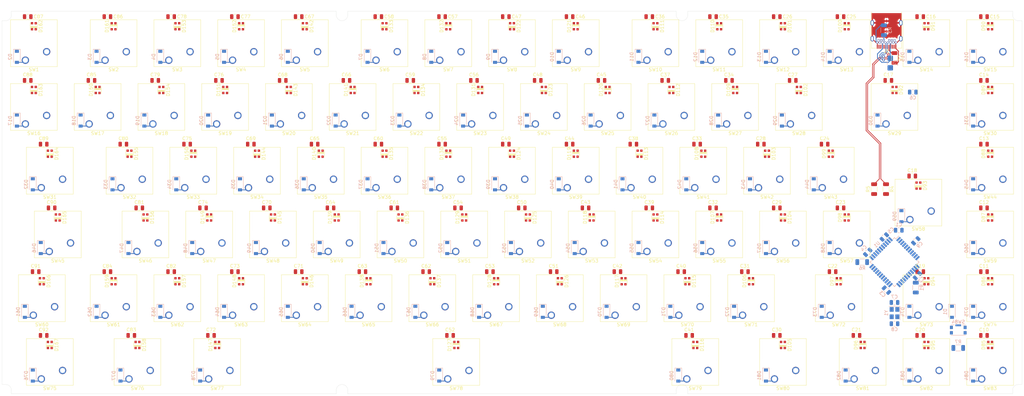
<source format=kicad_pcb>
(kicad_pcb (version 20171130) (host pcbnew 5.1.10)

  (general
    (thickness 1.6)
    (drawings 32)
    (tracks 261)
    (zones 0)
    (modules 362)
    (nets 216)
  )

  (page A3)
  (layers
    (0 F.Cu signal)
    (31 B.Cu signal)
    (32 B.Adhes user)
    (33 F.Adhes user)
    (34 B.Paste user)
    (35 F.Paste user)
    (36 B.SilkS user)
    (37 F.SilkS user)
    (38 B.Mask user)
    (39 F.Mask user)
    (40 Dwgs.User user)
    (41 Cmts.User user)
    (42 Eco1.User user)
    (43 Eco2.User user)
    (44 Edge.Cuts user)
    (45 Margin user)
    (46 B.CrtYd user)
    (47 F.CrtYd user)
    (48 B.Fab user)
    (49 F.Fab user)
  )

  (setup
    (last_trace_width 0.25)
    (trace_clearance 0.2)
    (zone_clearance 0.508)
    (zone_45_only no)
    (trace_min 0.2)
    (via_size 0.8)
    (via_drill 0.4)
    (via_min_size 0.6)
    (via_min_drill 0.3)
    (uvia_size 0.3)
    (uvia_drill 0.1)
    (uvias_allowed no)
    (uvia_min_size 0.2)
    (uvia_min_drill 0.1)
    (edge_width 0.05)
    (segment_width 0.2)
    (pcb_text_width 0.3)
    (pcb_text_size 1.5 1.5)
    (mod_edge_width 0.12)
    (mod_text_size 1 1)
    (mod_text_width 0.15)
    (pad_size 1.7 0.55)
    (pad_drill 0)
    (pad_to_mask_clearance 0.051)
    (solder_mask_min_width 0.25)
    (aux_axis_origin 0 0)
    (visible_elements FFFFF77F)
    (pcbplotparams
      (layerselection 0x010fc_ffffffff)
      (usegerberextensions false)
      (usegerberattributes false)
      (usegerberadvancedattributes false)
      (creategerberjobfile false)
      (excludeedgelayer true)
      (linewidth 0.100000)
      (plotframeref false)
      (viasonmask false)
      (mode 1)
      (useauxorigin false)
      (hpglpennumber 1)
      (hpglpenspeed 20)
      (hpglpendiameter 15.000000)
      (psnegative false)
      (psa4output false)
      (plotreference true)
      (plotvalue true)
      (plotinvisibletext false)
      (padsonsilk false)
      (subtractmaskfromsilk false)
      (outputformat 1)
      (mirror false)
      (drillshape 1)
      (scaleselection 1)
      (outputdirectory ""))
  )

  (net 0 "")
  (net 1 GND)
  (net 2 +5V)
  (net 3 "Net-(C7-Pad1)")
  (net 4 "Net-(C8-Pad2)")
  (net 5 "Net-(C9-Pad1)")
  (net 6 RST)
  (net 7 ROW0)
  (net 8 "Net-(D2-Pad2)")
  (net 9 "Net-(D3-Pad2)")
  (net 10 "Net-(D4-Pad2)")
  (net 11 "Net-(D5-Pad2)")
  (net 12 "Net-(D6-Pad2)")
  (net 13 "Net-(D7-Pad2)")
  (net 14 "Net-(D8-Pad2)")
  (net 15 "Net-(D9-Pad2)")
  (net 16 "Net-(D10-Pad2)")
  (net 17 "Net-(D11-Pad2)")
  (net 18 "Net-(D12-Pad2)")
  (net 19 "Net-(D13-Pad2)")
  (net 20 "Net-(D14-Pad2)")
  (net 21 "Net-(D15-Pad2)")
  (net 22 "Net-(D16-Pad2)")
  (net 23 ROW1)
  (net 24 "Net-(D17-Pad2)")
  (net 25 "Net-(D18-Pad2)")
  (net 26 "Net-(D19-Pad2)")
  (net 27 "Net-(D20-Pad2)")
  (net 28 "Net-(D21-Pad2)")
  (net 29 "Net-(D22-Pad2)")
  (net 30 "Net-(D23-Pad2)")
  (net 31 "Net-(D24-Pad2)")
  (net 32 "Net-(D25-Pad2)")
  (net 33 "Net-(D26-Pad2)")
  (net 34 "Net-(D27-Pad2)")
  (net 35 "Net-(D28-Pad2)")
  (net 36 "Net-(D29-Pad2)")
  (net 37 "Net-(D30-Pad2)")
  (net 38 "Net-(D31-Pad2)")
  (net 39 "Net-(D32-Pad2)")
  (net 40 ROW2)
  (net 41 "Net-(D33-Pad2)")
  (net 42 "Net-(D34-Pad2)")
  (net 43 "Net-(D35-Pad2)")
  (net 44 "Net-(D36-Pad2)")
  (net 45 "Net-(D37-Pad2)")
  (net 46 "Net-(D38-Pad2)")
  (net 47 "Net-(D39-Pad2)")
  (net 48 "Net-(D40-Pad2)")
  (net 49 "Net-(D41-Pad2)")
  (net 50 "Net-(D42-Pad2)")
  (net 51 "Net-(D43-Pad2)")
  (net 52 "Net-(D44-Pad2)")
  (net 53 "Net-(D45-Pad2)")
  (net 54 "Net-(D46-Pad2)")
  (net 55 ROW3)
  (net 56 "Net-(D47-Pad2)")
  (net 57 "Net-(D48-Pad2)")
  (net 58 "Net-(D49-Pad2)")
  (net 59 "Net-(D50-Pad2)")
  (net 60 "Net-(D51-Pad2)")
  (net 61 "Net-(D52-Pad2)")
  (net 62 "Net-(D53-Pad2)")
  (net 63 "Net-(D54-Pad2)")
  (net 64 "Net-(D55-Pad2)")
  (net 65 "Net-(D56-Pad2)")
  (net 66 "Net-(D57-Pad2)")
  (net 67 "Net-(D58-Pad2)")
  (net 68 "Net-(D59-Pad2)")
  (net 69 "Net-(D60-Pad2)")
  (net 70 ROW4)
  (net 71 "Net-(D61-Pad2)")
  (net 72 "Net-(D62-Pad2)")
  (net 73 "Net-(D63-Pad2)")
  (net 74 "Net-(D64-Pad2)")
  (net 75 "Net-(D65-Pad2)")
  (net 76 "Net-(D66-Pad2)")
  (net 77 "Net-(D67-Pad2)")
  (net 78 "Net-(D68-Pad2)")
  (net 79 "Net-(D69-Pad2)")
  (net 80 "Net-(D70-Pad2)")
  (net 81 "Net-(D71-Pad2)")
  (net 82 "Net-(D72-Pad2)")
  (net 83 "Net-(D73-Pad2)")
  (net 84 "Net-(D74-Pad2)")
  (net 85 "Net-(D75-Pad2)")
  (net 86 ROW5)
  (net 87 "Net-(D76-Pad2)")
  (net 88 "Net-(D77-Pad2)")
  (net 89 "Net-(D78-Pad2)")
  (net 90 "Net-(D79-Pad2)")
  (net 91 "Net-(D80-Pad2)")
  (net 92 "Net-(D81-Pad2)")
  (net 93 "Net-(D82-Pad2)")
  (net 94 "Net-(D83-Pad2)")
  (net 95 "Net-(D84-Pad2)")
  (net 96 "Net-(D85-Pad2)")
  (net 97 DIN)
  (net 98 "Net-(D86-Pad2)")
  (net 99 "Net-(D87-Pad2)")
  (net 100 "Net-(D88-Pad2)")
  (net 101 "Net-(D89-Pad2)")
  (net 102 "Net-(D90-Pad2)")
  (net 103 "Net-(D91-Pad2)")
  (net 104 "Net-(D92-Pad2)")
  (net 105 "Net-(D93-Pad2)")
  (net 106 "Net-(D94-Pad2)")
  (net 107 "Net-(D95-Pad2)")
  (net 108 "Net-(D96-Pad2)")
  (net 109 "Net-(D97-Pad2)")
  (net 110 "Net-(D98-Pad2)")
  (net 111 "Net-(D100-Pad4)")
  (net 112 "Net-(D100-Pad2)")
  (net 113 "Net-(D101-Pad2)")
  (net 114 "Net-(D102-Pad2)")
  (net 115 "Net-(D103-Pad2)")
  (net 116 "Net-(D104-Pad2)")
  (net 117 "Net-(D105-Pad2)")
  (net 118 "Net-(D106-Pad2)")
  (net 119 "Net-(D107-Pad2)")
  (net 120 "Net-(D108-Pad2)")
  (net 121 "Net-(D109-Pad2)")
  (net 122 "Net-(D110-Pad2)")
  (net 123 "Net-(D111-Pad2)")
  (net 124 "Net-(D112-Pad2)")
  (net 125 "Net-(D113-Pad2)")
  (net 126 "Net-(D114-Pad2)")
  (net 127 "Net-(D115-Pad2)")
  (net 128 "Net-(D116-Pad2)")
  (net 129 "Net-(D117-Pad2)")
  (net 130 "Net-(D118-Pad2)")
  (net 131 "Net-(D119-Pad2)")
  (net 132 "Net-(D120-Pad2)")
  (net 133 "Net-(D121-Pad2)")
  (net 134 "Net-(D122-Pad2)")
  (net 135 "Net-(D123-Pad2)")
  (net 136 "Net-(D124-Pad2)")
  (net 137 "Net-(D125-Pad2)")
  (net 138 "Net-(D126-Pad2)")
  (net 139 "Net-(D127-Pad2)")
  (net 140 "Net-(D128-Pad2)")
  (net 141 "Net-(D129-Pad2)")
  (net 142 "Net-(D130-Pad2)")
  (net 143 "Net-(D131-Pad2)")
  (net 144 "Net-(D132-Pad2)")
  (net 145 "Net-(D133-Pad2)")
  (net 146 "Net-(D134-Pad2)")
  (net 147 "Net-(D135-Pad2)")
  (net 148 "Net-(D136-Pad2)")
  (net 149 "Net-(D137-Pad2)")
  (net 150 "Net-(D138-Pad2)")
  (net 151 "Net-(D139-Pad2)")
  (net 152 "Net-(D140-Pad2)")
  (net 153 "Net-(D141-Pad2)")
  (net 154 "Net-(D142-Pad2)")
  (net 155 "Net-(D143-Pad2)")
  (net 156 "Net-(D144-Pad2)")
  (net 157 "Net-(D145-Pad2)")
  (net 158 "Net-(D146-Pad2)")
  (net 159 "Net-(D147-Pad2)")
  (net 160 "Net-(D148-Pad2)")
  (net 161 "Net-(D149-Pad2)")
  (net 162 "Net-(D150-Pad2)")
  (net 163 "Net-(D151-Pad2)")
  (net 164 "Net-(D152-Pad2)")
  (net 165 "Net-(D153-Pad2)")
  (net 166 "Net-(D154-Pad2)")
  (net 167 "Net-(D155-Pad2)")
  (net 168 "Net-(D156-Pad2)")
  (net 169 "Net-(D157-Pad2)")
  (net 170 "Net-(D158-Pad2)")
  (net 171 "Net-(D159-Pad2)")
  (net 172 "Net-(D160-Pad2)")
  (net 173 "Net-(D161-Pad2)")
  (net 174 "Net-(D162-Pad2)")
  (net 175 "Net-(D163-Pad2)")
  (net 176 "Net-(D164-Pad2)")
  (net 177 "Net-(D165-Pad2)")
  (net 178 "Net-(D166-Pad2)")
  (net 179 "Net-(D167-Pad2)")
  (net 180 "Net-(F1-Pad2)")
  (net 181 COL02)
  (net 182 COL00)
  (net 183 COL01)
  (net 184 D-)
  (net 185 D+)
  (net 186 "Net-(R6-Pad2)")
  (net 187 COL03)
  (net 188 COL04)
  (net 189 COL06)
  (net 190 COL07)
  (net 191 COL08)
  (net 192 COL09)
  (net 193 COL10)
  (net 194 COL11)
  (net 195 COL12)
  (net 196 COL13)
  (net 197 COL14)
  (net 198 COL15)
  (net 199 COL05)
  (net 200 "Net-(U1-Pad1)")
  (net 201 "Net-(U1-Pad42)")
  (net 202 "Net-(R7-Pad2)")
  (net 203 "Net-(J1-PadB11)")
  (net 204 "Net-(J1-PadB2)")
  (net 205 "Net-(J1-PadB5)")
  (net 206 "Net-(J1-PadB8)")
  (net 207 "Net-(J1-PadB3)")
  (net 208 "Net-(J1-PadB10)")
  (net 209 "Net-(J1-PadA2)")
  (net 210 "Net-(J1-PadA3)")
  (net 211 "Net-(J1-PadA5)")
  (net 212 "Net-(J1-PadA8)")
  (net 213 "Net-(J1-PadA10)")
  (net 214 "Net-(J1-PadA11)")
  (net 215 "Net-(U1-Pad41)")

  (net_class Default "Dies ist die voreingestellte Netzklasse."
    (clearance 0.2)
    (trace_width 0.25)
    (via_dia 0.8)
    (via_drill 0.4)
    (uvia_dia 0.3)
    (uvia_drill 0.1)
    (add_net +5V)
    (add_net COL00)
    (add_net COL01)
    (add_net COL02)
    (add_net COL03)
    (add_net COL04)
    (add_net COL05)
    (add_net COL06)
    (add_net COL07)
    (add_net COL08)
    (add_net COL09)
    (add_net COL10)
    (add_net COL11)
    (add_net COL12)
    (add_net COL13)
    (add_net COL14)
    (add_net COL15)
    (add_net D+)
    (add_net D-)
    (add_net DIN)
    (add_net GND)
    (add_net "Net-(C7-Pad1)")
    (add_net "Net-(C8-Pad2)")
    (add_net "Net-(C9-Pad1)")
    (add_net "Net-(D10-Pad2)")
    (add_net "Net-(D100-Pad2)")
    (add_net "Net-(D100-Pad4)")
    (add_net "Net-(D101-Pad2)")
    (add_net "Net-(D102-Pad2)")
    (add_net "Net-(D103-Pad2)")
    (add_net "Net-(D104-Pad2)")
    (add_net "Net-(D105-Pad2)")
    (add_net "Net-(D106-Pad2)")
    (add_net "Net-(D107-Pad2)")
    (add_net "Net-(D108-Pad2)")
    (add_net "Net-(D109-Pad2)")
    (add_net "Net-(D11-Pad2)")
    (add_net "Net-(D110-Pad2)")
    (add_net "Net-(D111-Pad2)")
    (add_net "Net-(D112-Pad2)")
    (add_net "Net-(D113-Pad2)")
    (add_net "Net-(D114-Pad2)")
    (add_net "Net-(D115-Pad2)")
    (add_net "Net-(D116-Pad2)")
    (add_net "Net-(D117-Pad2)")
    (add_net "Net-(D118-Pad2)")
    (add_net "Net-(D119-Pad2)")
    (add_net "Net-(D12-Pad2)")
    (add_net "Net-(D120-Pad2)")
    (add_net "Net-(D121-Pad2)")
    (add_net "Net-(D122-Pad2)")
    (add_net "Net-(D123-Pad2)")
    (add_net "Net-(D124-Pad2)")
    (add_net "Net-(D125-Pad2)")
    (add_net "Net-(D126-Pad2)")
    (add_net "Net-(D127-Pad2)")
    (add_net "Net-(D128-Pad2)")
    (add_net "Net-(D129-Pad2)")
    (add_net "Net-(D13-Pad2)")
    (add_net "Net-(D130-Pad2)")
    (add_net "Net-(D131-Pad2)")
    (add_net "Net-(D132-Pad2)")
    (add_net "Net-(D133-Pad2)")
    (add_net "Net-(D134-Pad2)")
    (add_net "Net-(D135-Pad2)")
    (add_net "Net-(D136-Pad2)")
    (add_net "Net-(D137-Pad2)")
    (add_net "Net-(D138-Pad2)")
    (add_net "Net-(D139-Pad2)")
    (add_net "Net-(D14-Pad2)")
    (add_net "Net-(D140-Pad2)")
    (add_net "Net-(D141-Pad2)")
    (add_net "Net-(D142-Pad2)")
    (add_net "Net-(D143-Pad2)")
    (add_net "Net-(D144-Pad2)")
    (add_net "Net-(D145-Pad2)")
    (add_net "Net-(D146-Pad2)")
    (add_net "Net-(D147-Pad2)")
    (add_net "Net-(D148-Pad2)")
    (add_net "Net-(D149-Pad2)")
    (add_net "Net-(D15-Pad2)")
    (add_net "Net-(D150-Pad2)")
    (add_net "Net-(D151-Pad2)")
    (add_net "Net-(D152-Pad2)")
    (add_net "Net-(D153-Pad2)")
    (add_net "Net-(D154-Pad2)")
    (add_net "Net-(D155-Pad2)")
    (add_net "Net-(D156-Pad2)")
    (add_net "Net-(D157-Pad2)")
    (add_net "Net-(D158-Pad2)")
    (add_net "Net-(D159-Pad2)")
    (add_net "Net-(D16-Pad2)")
    (add_net "Net-(D160-Pad2)")
    (add_net "Net-(D161-Pad2)")
    (add_net "Net-(D162-Pad2)")
    (add_net "Net-(D163-Pad2)")
    (add_net "Net-(D164-Pad2)")
    (add_net "Net-(D165-Pad2)")
    (add_net "Net-(D166-Pad2)")
    (add_net "Net-(D167-Pad2)")
    (add_net "Net-(D17-Pad2)")
    (add_net "Net-(D18-Pad2)")
    (add_net "Net-(D19-Pad2)")
    (add_net "Net-(D2-Pad2)")
    (add_net "Net-(D20-Pad2)")
    (add_net "Net-(D21-Pad2)")
    (add_net "Net-(D22-Pad2)")
    (add_net "Net-(D23-Pad2)")
    (add_net "Net-(D24-Pad2)")
    (add_net "Net-(D25-Pad2)")
    (add_net "Net-(D26-Pad2)")
    (add_net "Net-(D27-Pad2)")
    (add_net "Net-(D28-Pad2)")
    (add_net "Net-(D29-Pad2)")
    (add_net "Net-(D3-Pad2)")
    (add_net "Net-(D30-Pad2)")
    (add_net "Net-(D31-Pad2)")
    (add_net "Net-(D32-Pad2)")
    (add_net "Net-(D33-Pad2)")
    (add_net "Net-(D34-Pad2)")
    (add_net "Net-(D35-Pad2)")
    (add_net "Net-(D36-Pad2)")
    (add_net "Net-(D37-Pad2)")
    (add_net "Net-(D38-Pad2)")
    (add_net "Net-(D39-Pad2)")
    (add_net "Net-(D4-Pad2)")
    (add_net "Net-(D40-Pad2)")
    (add_net "Net-(D41-Pad2)")
    (add_net "Net-(D42-Pad2)")
    (add_net "Net-(D43-Pad2)")
    (add_net "Net-(D44-Pad2)")
    (add_net "Net-(D45-Pad2)")
    (add_net "Net-(D46-Pad2)")
    (add_net "Net-(D47-Pad2)")
    (add_net "Net-(D48-Pad2)")
    (add_net "Net-(D49-Pad2)")
    (add_net "Net-(D5-Pad2)")
    (add_net "Net-(D50-Pad2)")
    (add_net "Net-(D51-Pad2)")
    (add_net "Net-(D52-Pad2)")
    (add_net "Net-(D53-Pad2)")
    (add_net "Net-(D54-Pad2)")
    (add_net "Net-(D55-Pad2)")
    (add_net "Net-(D56-Pad2)")
    (add_net "Net-(D57-Pad2)")
    (add_net "Net-(D58-Pad2)")
    (add_net "Net-(D59-Pad2)")
    (add_net "Net-(D6-Pad2)")
    (add_net "Net-(D60-Pad2)")
    (add_net "Net-(D61-Pad2)")
    (add_net "Net-(D62-Pad2)")
    (add_net "Net-(D63-Pad2)")
    (add_net "Net-(D64-Pad2)")
    (add_net "Net-(D65-Pad2)")
    (add_net "Net-(D66-Pad2)")
    (add_net "Net-(D67-Pad2)")
    (add_net "Net-(D68-Pad2)")
    (add_net "Net-(D69-Pad2)")
    (add_net "Net-(D7-Pad2)")
    (add_net "Net-(D70-Pad2)")
    (add_net "Net-(D71-Pad2)")
    (add_net "Net-(D72-Pad2)")
    (add_net "Net-(D73-Pad2)")
    (add_net "Net-(D74-Pad2)")
    (add_net "Net-(D75-Pad2)")
    (add_net "Net-(D76-Pad2)")
    (add_net "Net-(D77-Pad2)")
    (add_net "Net-(D78-Pad2)")
    (add_net "Net-(D79-Pad2)")
    (add_net "Net-(D8-Pad2)")
    (add_net "Net-(D80-Pad2)")
    (add_net "Net-(D81-Pad2)")
    (add_net "Net-(D82-Pad2)")
    (add_net "Net-(D83-Pad2)")
    (add_net "Net-(D84-Pad2)")
    (add_net "Net-(D85-Pad2)")
    (add_net "Net-(D86-Pad2)")
    (add_net "Net-(D87-Pad2)")
    (add_net "Net-(D88-Pad2)")
    (add_net "Net-(D89-Pad2)")
    (add_net "Net-(D9-Pad2)")
    (add_net "Net-(D90-Pad2)")
    (add_net "Net-(D91-Pad2)")
    (add_net "Net-(D92-Pad2)")
    (add_net "Net-(D93-Pad2)")
    (add_net "Net-(D94-Pad2)")
    (add_net "Net-(D95-Pad2)")
    (add_net "Net-(D96-Pad2)")
    (add_net "Net-(D97-Pad2)")
    (add_net "Net-(D98-Pad2)")
    (add_net "Net-(F1-Pad2)")
    (add_net "Net-(J1-PadA10)")
    (add_net "Net-(J1-PadA11)")
    (add_net "Net-(J1-PadA2)")
    (add_net "Net-(J1-PadA3)")
    (add_net "Net-(J1-PadA5)")
    (add_net "Net-(J1-PadA8)")
    (add_net "Net-(J1-PadB10)")
    (add_net "Net-(J1-PadB11)")
    (add_net "Net-(J1-PadB2)")
    (add_net "Net-(J1-PadB3)")
    (add_net "Net-(J1-PadB5)")
    (add_net "Net-(J1-PadB8)")
    (add_net "Net-(R6-Pad2)")
    (add_net "Net-(R7-Pad2)")
    (add_net "Net-(U1-Pad1)")
    (add_net "Net-(U1-Pad41)")
    (add_net "Net-(U1-Pad42)")
    (add_net ROW0)
    (add_net ROW1)
    (add_net ROW2)
    (add_net ROW3)
    (add_net ROW4)
    (add_net ROW5)
    (add_net RST)
  )

  (module Button_Switch_Keyboard:SW_Cherry_MX_ISOEnter_PCB (layer F.Cu) (tedit 60E88C41) (tstamp 5F160517)
    (at 309.40375 100.33 180)
    (descr "Cherry MX keyswitch, ISO Enter, PCB mount, http://cherryamericas.com/wp-content/uploads/2014/12/mx_cat.pdf")
    (tags "Cherry MX keyswitch ISO enter PCB")
    (path /5F51BE8C/5F51CE2C)
    (fp_text reference SW58 (at -2.54 -2.794 180) (layer F.SilkS)
      (effects (font (size 1 1) (thickness 0.15)))
    )
    (fp_text value MX1A-G1NA (at -2.286 13.208 180) (layer F.Fab)
      (effects (font (size 1 1) (thickness 0.15)))
    )
    (fp_line (start -9.525 12.065) (end -9.525 -1.905) (layer F.SilkS) (width 0.12))
    (fp_line (start 4.445 12.065) (end -9.525 12.065) (layer F.SilkS) (width 0.12))
    (fp_line (start 4.445 -1.905) (end 4.445 12.065) (layer F.SilkS) (width 0.12))
    (fp_line (start -9.525 -1.905) (end 4.445 -1.905) (layer F.SilkS) (width 0.12))
    (fp_line (start 9.36625 5.08) (end 14.12875 5.08) (layer Dwgs.User) (width 0.15))
    (fp_line (start 14.12875 5.08) (end 14.12875 24.13) (layer Dwgs.User) (width 0.15))
    (fp_line (start -14.44625 -13.97) (end 9.36625 -13.97) (layer Dwgs.User) (width 0.15))
    (fp_line (start -14.44625 24.13) (end -14.44625 -13.97) (layer Dwgs.User) (width 0.15))
    (fp_line (start 14.12875 24.13) (end -14.44625 24.13) (layer Dwgs.User) (width 0.15))
    (fp_line (start 9.36625 -13.97) (end 9.36625 5.08) (layer Dwgs.User) (width 0.15))
    (fp_line (start -9.14 -1.52) (end 4.06 -1.52) (layer F.CrtYd) (width 0.05))
    (fp_line (start 4.06 -1.52) (end 4.06 11.68) (layer F.CrtYd) (width 0.05))
    (fp_line (start 4.06 11.68) (end -9.14 11.68) (layer F.CrtYd) (width 0.05))
    (fp_line (start -9.14 11.68) (end -9.14 -1.52) (layer F.CrtYd) (width 0.05))
    (fp_line (start -8.89 11.43) (end -8.89 -1.27) (layer F.Fab) (width 0.1))
    (fp_line (start 3.81 11.43) (end -8.89 11.43) (layer F.Fab) (width 0.1))
    (fp_line (start 3.81 -1.27) (end 3.81 11.43) (layer F.Fab) (width 0.1))
    (fp_line (start -8.89 -1.27) (end 3.81 -1.27) (layer F.Fab) (width 0.1))
    (fp_text user %R (at -2.54 -2.794 180) (layer F.Fab)
      (effects (font (size 1 1) (thickness 0.15)))
    )
    (pad 1 thru_hole circle (at 0 0 180) (size 2.2 2.2) (drill 1.5) (layers *.Cu *.Mask)
      (net 68 "Net-(D59-Pad2)"))
    (pad 2 thru_hole circle (at -6.35 2.54 180) (size 2.2 2.2) (drill 1.5) (layers *.Cu *.Mask)
      (net 197 COL14))
    (pad "" np_thru_hole circle (at -2.54 5.08 180) (size 4 4) (drill 4) (layers *.Cu *.Mask))
    (pad "" np_thru_hole circle (at -7.62 5.08 180) (size 1.7 1.7) (drill 1.7) (layers *.Cu *.Mask))
    (pad "" np_thru_hole circle (at 2.54 5.08 180) (size 1.7 1.7) (drill 1.7) (layers *.Cu *.Mask))
    (model ${KISYS3DMOD}/Button_Switch_Keyboard.3dshapes/SW_Cherry_MX_ISOEnter_PCB.wrl
      (at (xyz 0 0 0))
      (scale (xyz 1 1 1))
      (rotate (xyz 0 0 0))
    )
  )

  (module Button_Switch_Keyboard:SW_Cherry_MX_2.00u_PCB (layer F.Cu) (tedit 60E88B61) (tstamp 5F16021F)
    (at 302.26 71.755 180)
    (descr "Cherry MX keyswitch, 2.00u, PCB mount, http://cherryamericas.com/wp-content/uploads/2014/12/mx_cat.pdf")
    (tags "Cherry MX keyswitch 2.00u PCB")
    (path /5F51BE8C/5F51CE0E)
    (fp_text reference SW29 (at -2.54 -2.794 180) (layer F.SilkS)
      (effects (font (size 1 1) (thickness 0.15)))
    )
    (fp_text value MX1A-G1NA (at -2.54 12.954 180) (layer F.Fab)
      (effects (font (size 1 1) (thickness 0.15)))
    )
    (fp_line (start -9.525 12.065) (end -9.525 -1.905) (layer F.SilkS) (width 0.12))
    (fp_line (start 4.445 12.065) (end -9.525 12.065) (layer F.SilkS) (width 0.12))
    (fp_line (start 4.445 -1.905) (end 4.445 12.065) (layer F.SilkS) (width 0.12))
    (fp_line (start -9.525 -1.905) (end 4.445 -1.905) (layer F.SilkS) (width 0.12))
    (fp_line (start -21.59 14.605) (end -21.59 -4.445) (layer Dwgs.User) (width 0.15))
    (fp_line (start 16.51 14.605) (end -21.59 14.605) (layer Dwgs.User) (width 0.15))
    (fp_line (start 16.51 -4.445) (end 16.51 14.605) (layer Dwgs.User) (width 0.15))
    (fp_line (start -21.59 -4.445) (end 16.51 -4.445) (layer Dwgs.User) (width 0.15))
    (fp_line (start -9.14 -1.52) (end 4.06 -1.52) (layer F.CrtYd) (width 0.05))
    (fp_line (start 4.06 -1.52) (end 4.06 11.68) (layer F.CrtYd) (width 0.05))
    (fp_line (start 4.06 11.68) (end -9.14 11.68) (layer F.CrtYd) (width 0.05))
    (fp_line (start -9.14 11.68) (end -9.14 -1.52) (layer F.CrtYd) (width 0.05))
    (fp_line (start -8.89 11.43) (end -8.89 -1.27) (layer F.Fab) (width 0.1))
    (fp_line (start 3.81 11.43) (end -8.89 11.43) (layer F.Fab) (width 0.1))
    (fp_line (start 3.81 -1.27) (end 3.81 11.43) (layer F.Fab) (width 0.1))
    (fp_line (start -8.89 -1.27) (end 3.81 -1.27) (layer F.Fab) (width 0.1))
    (fp_text user %R (at -2.54 -2.794 180) (layer F.Fab)
      (effects (font (size 1 1) (thickness 0.15)))
    )
    (pad 1 thru_hole circle (at 0 0 180) (size 2.2 2.2) (drill 1.5) (layers *.Cu *.Mask)
      (net 37 "Net-(D30-Pad2)"))
    (pad 2 thru_hole circle (at -6.35 2.54 180) (size 2.2 2.2) (drill 1.5) (layers *.Cu *.Mask)
      (net 197 COL14))
    (pad "" np_thru_hole circle (at -2.54 5.08 180) (size 4 4) (drill 4) (layers *.Cu *.Mask))
    (pad "" np_thru_hole circle (at -7.62 5.08 180) (size 1.7 1.7) (drill 1.7) (layers *.Cu *.Mask))
    (pad "" np_thru_hole circle (at 2.54 5.08 180) (size 1.7 1.7) (drill 1.7) (layers *.Cu *.Mask))
    (model ${KISYS3DMOD}/Button_Switch_Keyboard.3dshapes/SW_Cherry_MX_2.00u_PCB.wrl
      (at (xyz 0 0 0))
      (scale (xyz 1 1 1))
      (rotate (xyz 0 0 0))
    )
  )

  (module Button_Switch_Keyboard:SW_Cherry_MX_6.25u_PCB (layer F.Cu) (tedit 60E88B4A) (tstamp 5F160723)
    (at 171.29125 147.955 180)
    (descr "Cherry MX keyswitch, 6.25u, PCB mount, http://cherryamericas.com/wp-content/uploads/2014/12/mx_cat.pdf")
    (tags "Cherry MX keyswitch 6.25u PCB")
    (path /5F51BE8C/5F84AEA9)
    (fp_text reference SW78 (at -2.54 -2.794 180) (layer F.SilkS)
      (effects (font (size 1 1) (thickness 0.15)))
    )
    (fp_text value MX1A-G1NA (at -2.54 12.954 180) (layer F.Fab)
      (effects (font (size 1 1) (thickness 0.15)))
    )
    (fp_line (start -9.525 12.065) (end -9.525 -1.905) (layer F.SilkS) (width 0.12))
    (fp_line (start 4.445 12.065) (end -9.525 12.065) (layer F.SilkS) (width 0.12))
    (fp_line (start 4.445 -1.905) (end 4.445 12.065) (layer F.SilkS) (width 0.12))
    (fp_line (start -9.525 -1.905) (end 4.445 -1.905) (layer F.SilkS) (width 0.12))
    (fp_line (start -62.07125 14.605) (end -62.07125 -4.445) (layer Dwgs.User) (width 0.15))
    (fp_line (start 56.99125 14.605) (end -62.07125 14.605) (layer Dwgs.User) (width 0.15))
    (fp_line (start 56.99125 -4.445) (end 56.99125 14.605) (layer Dwgs.User) (width 0.15))
    (fp_line (start -62.07125 -4.445) (end 56.99125 -4.445) (layer Dwgs.User) (width 0.15))
    (fp_line (start -9.14 -1.52) (end 4.06 -1.52) (layer F.CrtYd) (width 0.05))
    (fp_line (start 4.06 -1.52) (end 4.06 11.68) (layer F.CrtYd) (width 0.05))
    (fp_line (start 4.06 11.68) (end -9.14 11.68) (layer F.CrtYd) (width 0.05))
    (fp_line (start -9.14 11.68) (end -9.14 -1.52) (layer F.CrtYd) (width 0.05))
    (fp_line (start -8.89 11.43) (end -8.89 -1.27) (layer F.Fab) (width 0.1))
    (fp_line (start 3.81 11.43) (end -8.89 11.43) (layer F.Fab) (width 0.1))
    (fp_line (start 3.81 -1.27) (end 3.81 11.43) (layer F.Fab) (width 0.1))
    (fp_line (start -8.89 -1.27) (end 3.81 -1.27) (layer F.Fab) (width 0.1))
    (fp_text user %R (at -2.54 -2.794 180) (layer F.Fab)
      (effects (font (size 1 1) (thickness 0.15)))
    )
    (pad 1 thru_hole circle (at 0 0 180) (size 2.2 2.2) (drill 1.5) (layers *.Cu *.Mask)
      (net 90 "Net-(D79-Pad2)"))
    (pad 2 thru_hole circle (at -6.35 2.54 180) (size 2.2 2.2) (drill 1.5) (layers *.Cu *.Mask)
      (net 190 COL07))
    (pad "" np_thru_hole circle (at -2.54 5.08 180) (size 4 4) (drill 4) (layers *.Cu *.Mask))
    (pad "" np_thru_hole circle (at -7.62 5.08 180) (size 1.7 1.7) (drill 1.7) (layers *.Cu *.Mask))
    (pad "" np_thru_hole circle (at 2.54 5.08 180) (size 1.7 1.7) (drill 1.7) (layers *.Cu *.Mask))
    (model ${KISYS3DMOD}/Button_Switch_Keyboard.3dshapes/SW_Cherry_MX_6.25u_PCB.wrl
      (at (xyz 0 0 0))
      (scale (xyz 1 1 1))
      (rotate (xyz 0 0 0))
    )
  )

  (module MountingHole:MountingHole_3.2mm_M3 (layer F.Cu) (tedit 60E8488E) (tstamp 60E8A97D)
    (at 341.8 151.3)
    (descr "Mounting Hole 3.4mm, no annular, M3")
    (tags "mounting hole 3.4mm no annular m3")
    (attr virtual)
    (fp_text reference REF** (at 0 -4.2) (layer F.SilkS) hide
      (effects (font (size 1 1) (thickness 0.15)))
    )
    (fp_text value MountingHole_3.4mm_M3 (at 0 4.2) (layer F.Fab) hide
      (effects (font (size 1 1) (thickness 0.15)))
    )
    (pad "" smd circle (at 0 0) (size 3.4 3.4) (layers *.Paste))
  )

  (module MountingHole:MountingHole_3.2mm_M3 (layer F.Cu) (tedit 60E8488E) (tstamp 60E8A94A)
    (at 341.8 39.2)
    (descr "Mounting Hole 3.4mm, no annular, M3")
    (tags "mounting hole 3.4mm no annular m3")
    (attr virtual)
    (fp_text reference REF** (at 0 -4.2) (layer F.SilkS) hide
      (effects (font (size 1 1) (thickness 0.15)))
    )
    (fp_text value MountingHole_3.4mm_M3 (at 0 4.2) (layer F.Fab) hide
      (effects (font (size 1 1) (thickness 0.15)))
    )
    (pad "" smd circle (at 0 0) (size 3.4 3.4) (layers *.Paste))
  )

  (module MountingHole:MountingHole_3.2mm_M3 (layer F.Cu) (tedit 60E8488E) (tstamp 60E8A92F)
    (at 39.2 151.3)
    (descr "Mounting Hole 3.4mm, no annular, M3")
    (tags "mounting hole 3.4mm no annular m3")
    (attr virtual)
    (fp_text reference REF** (at 0 -4.2) (layer F.SilkS) hide
      (effects (font (size 1 1) (thickness 0.15)))
    )
    (fp_text value MountingHole_3.4mm_M3 (at 0 4.2) (layer F.Fab) hide
      (effects (font (size 1 1) (thickness 0.15)))
    )
    (pad "" smd circle (at 0 0) (size 3.4 3.4) (layers *.Paste))
  )

  (module MountingHole:MountingHole_3.2mm_M3 (layer F.Cu) (tedit 60E8488E) (tstamp 60E8A8F8)
    (at 39.2 39.2)
    (descr "Mounting Hole 3.4mm, no annular, M3")
    (tags "mounting hole 3.4mm no annular m3")
    (attr virtual)
    (fp_text reference REF** (at 0 -4.2) (layer F.SilkS) hide
      (effects (font (size 1 1) (thickness 0.15)))
    )
    (fp_text value MountingHole_3.4mm_M3 (at 0 4.2) (layer F.Fab) hide
      (effects (font (size 1 1) (thickness 0.15)))
    )
    (pad "" smd circle (at 0 0) (size 3.4 3.4) (layers *.Paste))
  )

  (module MountingHole:MountingHole_3.2mm_M3 (layer F.Cu) (tedit 60E8488E) (tstamp 60E8A1A1)
    (at 241.3 151.3)
    (descr "Mounting Hole 3.4mm, no annular, M3")
    (tags "mounting hole 3.4mm no annular m3")
    (attr virtual)
    (fp_text reference REF** (at 0 -4.2) (layer F.SilkS) hide
      (effects (font (size 1 1) (thickness 0.15)))
    )
    (fp_text value MountingHole_3.4mm_M3 (at 0 4.2) (layer F.Fab) hide
      (effects (font (size 1 1) (thickness 0.15)))
    )
    (pad "" smd circle (at 0 0) (size 3.4 3.4) (layers *.Paste))
  )

  (module MountingHole:MountingHole_3.2mm_M3 (layer F.Cu) (tedit 60E8488E) (tstamp 60E8A18C)
    (at 139.7 151.3)
    (descr "Mounting Hole 3.4mm, no annular, M3")
    (tags "mounting hole 3.4mm no annular m3")
    (attr virtual)
    (fp_text reference REF** (at 0 -4.2) (layer F.SilkS) hide
      (effects (font (size 1 1) (thickness 0.15)))
    )
    (fp_text value MountingHole_3.4mm_M3 (at 0 4.2) (layer F.Fab) hide
      (effects (font (size 1 1) (thickness 0.15)))
    )
    (pad "" smd circle (at 0 0) (size 3.4 3.4) (layers *.Paste))
  )

  (module MountingHole:MountingHole_3.2mm_M3 (layer F.Cu) (tedit 60E8488E) (tstamp 60E8A17F)
    (at 241.3 39.2)
    (descr "Mounting Hole 3.4mm, no annular, M3")
    (tags "mounting hole 3.4mm no annular m3")
    (attr virtual)
    (fp_text reference REF** (at 0 -4.2) (layer F.SilkS) hide
      (effects (font (size 1 1) (thickness 0.15)))
    )
    (fp_text value MountingHole_3.4mm_M3 (at 0 4.2) (layer F.Fab) hide
      (effects (font (size 1 1) (thickness 0.15)))
    )
    (pad "" smd circle (at 0 0) (size 3.4 3.4) (layers *.Paste))
  )

  (module MountingHole:MountingHole_3.2mm_M3 (layer F.Cu) (tedit 60E8488E) (tstamp 60E89FD7)
    (at 139.7 39.2)
    (descr "Mounting Hole 3.4mm, no annular, M3")
    (tags "mounting hole 3.4mm no annular m3")
    (attr virtual)
    (fp_text reference REF** (at 0 -4.2) (layer F.SilkS) hide
      (effects (font (size 1 1) (thickness 0.15)))
    )
    (fp_text value MountingHole_3.4mm_M3 (at 0 4.2) (layer F.Fab) hide
      (effects (font (size 1 1) (thickness 0.15)))
    )
    (pad "" smd circle (at 0 0) (size 3.4 3.4) (layers *.Paste))
  )

  (module Crystal:Crystal_SMD_3225-4Pin_3.2x2.5mm (layer B.Cu) (tedit 5A0FD1B2) (tstamp 60EAB509)
    (at 304.8 128.27 270)
    (descr "SMD Crystal SERIES SMD3225/4 http://www.txccrystal.com/images/pdf/7m-accuracy.pdf, 3.2x2.5mm^2 package")
    (tags "SMD SMT crystal")
    (path /5F294622)
    (attr smd)
    (fp_text reference Y1 (at 0 2.45 90) (layer B.SilkS)
      (effects (font (size 1 1) (thickness 0.15)) (justify mirror))
    )
    (fp_text value 16MHz (at 0 -2.45 90) (layer B.Fab)
      (effects (font (size 1 1) (thickness 0.15)) (justify mirror))
    )
    (fp_line (start 2.1 1.7) (end -2.1 1.7) (layer B.CrtYd) (width 0.05))
    (fp_line (start 2.1 -1.7) (end 2.1 1.7) (layer B.CrtYd) (width 0.05))
    (fp_line (start -2.1 -1.7) (end 2.1 -1.7) (layer B.CrtYd) (width 0.05))
    (fp_line (start -2.1 1.7) (end -2.1 -1.7) (layer B.CrtYd) (width 0.05))
    (fp_line (start -2 -1.65) (end 2 -1.65) (layer B.SilkS) (width 0.12))
    (fp_line (start -2 1.65) (end -2 -1.65) (layer B.SilkS) (width 0.12))
    (fp_line (start -1.6 -0.25) (end -0.6 -1.25) (layer B.Fab) (width 0.1))
    (fp_line (start 1.6 1.25) (end -1.6 1.25) (layer B.Fab) (width 0.1))
    (fp_line (start 1.6 -1.25) (end 1.6 1.25) (layer B.Fab) (width 0.1))
    (fp_line (start -1.6 -1.25) (end 1.6 -1.25) (layer B.Fab) (width 0.1))
    (fp_line (start -1.6 1.25) (end -1.6 -1.25) (layer B.Fab) (width 0.1))
    (fp_text user %R (at 0 0 90) (layer B.Fab)
      (effects (font (size 0.7 0.7) (thickness 0.105)) (justify mirror))
    )
    (pad 4 smd rect (at -1.1 0.85 270) (size 1.4 1.2) (layers B.Cu B.Paste B.Mask)
      (net 1 GND))
    (pad 3 smd rect (at 1.1 0.85 270) (size 1.4 1.2) (layers B.Cu B.Paste B.Mask)
      (net 4 "Net-(C8-Pad2)"))
    (pad 2 smd rect (at 1.1 -0.85 270) (size 1.4 1.2) (layers B.Cu B.Paste B.Mask)
      (net 1 GND))
    (pad 1 smd rect (at -1.1 -0.85 270) (size 1.4 1.2) (layers B.Cu B.Paste B.Mask)
      (net 3 "Net-(C7-Pad1)"))
    (model ${KISYS3DMOD}/Crystal.3dshapes/Crystal_SMD_3225-4Pin_3.2x2.5mm.wrl
      (at (xyz 0 0 0))
      (scale (xyz 1 1 1))
      (rotate (xyz 0 0 0))
    )
  )

  (module Button_Switch_SMD:SW_Push_1P1T-SH_NO_CK_KMR2xxG (layer B.Cu) (tedit 60E85E87) (tstamp 60EE10F7)
    (at 323.85 133.35 180)
    (descr "CK components KMR2 tactile switch with ground pin http://www.ckswitches.com/media/1479/kmr2.pdf")
    (tags "tactile switch kmr2")
    (path /60FEE33A)
    (attr smd)
    (fp_text reference SW84 (at 0 2.45) (layer B.SilkS)
      (effects (font (size 1 1) (thickness 0.15)) (justify mirror))
    )
    (fp_text value SW_Push (at 0 -2.55) (layer B.Fab)
      (effects (font (size 1 1) (thickness 0.15)) (justify mirror))
    )
    (fp_line (start -1.15 1.55) (end -2.2 1.55) (layer B.SilkS) (width 0.12))
    (fp_line (start -2.1 1.4) (end 2.1 1.4) (layer B.Fab) (width 0.1))
    (fp_line (start 2.1 1.4) (end 2.1 -1.4) (layer B.Fab) (width 0.1))
    (fp_line (start 2.1 -1.4) (end -2.1 -1.4) (layer B.Fab) (width 0.1))
    (fp_line (start -2.1 -1.4) (end -2.1 1.4) (layer B.Fab) (width 0.1))
    (fp_line (start 2.2 -0.05) (end 2.2 0.05) (layer B.SilkS) (width 0.12))
    (fp_line (start -2.8 1.8) (end 2.8 1.8) (layer B.CrtYd) (width 0.05))
    (fp_line (start 2.8 1.8) (end 2.8 -1.8) (layer B.CrtYd) (width 0.05))
    (fp_line (start 2.8 -1.8) (end -2.8 -1.8) (layer B.CrtYd) (width 0.05))
    (fp_line (start -2.8 -1.8) (end -2.8 1.8) (layer B.CrtYd) (width 0.05))
    (fp_circle (center 0 0) (end 0 -0.8) (layer B.Fab) (width 0.1))
    (fp_line (start -2.2 -1.55) (end 2.2 -1.55) (layer B.SilkS) (width 0.12))
    (fp_line (start 2.2 1.55) (end 1.15 1.55) (layer B.SilkS) (width 0.12))
    (fp_line (start -2.2 -0.05) (end -2.2 0.05) (layer B.SilkS) (width 0.12))
    (fp_text user %R (at 0 2.45) (layer B.Fab)
      (effects (font (size 1 1) (thickness 0.15)) (justify mirror))
    )
    (pad SH smd rect (at 0 1.425 180) (size 1.7 0.55) (layers B.Cu B.Paste B.Mask)
      (net 1 GND))
    (pad 1 smd rect (at -2.05 0.8 180) (size 0.9 1) (layers B.Cu B.Paste B.Mask)
      (net 6 RST))
    (pad 2 smd rect (at -2.05 -0.8 180) (size 0.9 1) (layers B.Cu B.Paste B.Mask)
      (net 1 GND))
    (pad 1 smd rect (at 2.05 0.8 180) (size 0.9 1) (layers B.Cu B.Paste B.Mask)
      (net 6 RST))
    (pad 2 smd rect (at 2.05 -0.8 180) (size 0.9 1) (layers B.Cu B.Paste B.Mask)
      (net 1 GND))
    (model ${KISYS3DMOD}/Button_Switch_SMD.3dshapes/SW_Push_1P1T-SH_NO_CK_KMR2xxG.wrl
      (at (xyz 0 0 0))
      (scale (xyz 1 1 1))
      (rotate (xyz 0 0 0))
    )
  )

  (module Resistor_SMD:R_1206_3216Metric (layer B.Cu) (tedit 5F68FEEE) (tstamp 5F26397F)
    (at 323.85 138.684 180)
    (descr "Resistor SMD 1206 (3216 Metric), square (rectangular) end terminal, IPC_7351 nominal, (Body size source: IPC-SM-782 page 72, https://www.pcb-3d.com/wordpress/wp-content/uploads/ipc-sm-782a_amendment_1_and_2.pdf), generated with kicad-footprint-generator")
    (tags resistor)
    (path /5F259898)
    (attr smd)
    (fp_text reference R7 (at 0 1.82) (layer B.SilkS)
      (effects (font (size 1 1) (thickness 0.15)) (justify mirror))
    )
    (fp_text value 470 (at 0 -1.82) (layer B.Fab)
      (effects (font (size 1 1) (thickness 0.15)) (justify mirror))
    )
    (fp_line (start 2.28 -1.12) (end -2.28 -1.12) (layer B.CrtYd) (width 0.05))
    (fp_line (start 2.28 1.12) (end 2.28 -1.12) (layer B.CrtYd) (width 0.05))
    (fp_line (start -2.28 1.12) (end 2.28 1.12) (layer B.CrtYd) (width 0.05))
    (fp_line (start -2.28 -1.12) (end -2.28 1.12) (layer B.CrtYd) (width 0.05))
    (fp_line (start -0.727064 -0.91) (end 0.727064 -0.91) (layer B.SilkS) (width 0.12))
    (fp_line (start -0.727064 0.91) (end 0.727064 0.91) (layer B.SilkS) (width 0.12))
    (fp_line (start 1.6 -0.8) (end -1.6 -0.8) (layer B.Fab) (width 0.1))
    (fp_line (start 1.6 0.8) (end 1.6 -0.8) (layer B.Fab) (width 0.1))
    (fp_line (start -1.6 0.8) (end 1.6 0.8) (layer B.Fab) (width 0.1))
    (fp_line (start -1.6 -0.8) (end -1.6 0.8) (layer B.Fab) (width 0.1))
    (fp_text user %R (at 0 0) (layer B.Fab)
      (effects (font (size 0.8 0.8) (thickness 0.12)) (justify mirror))
    )
    (pad 2 smd roundrect (at 1.4625 0 180) (size 1.125 1.75) (layers B.Cu B.Paste B.Mask) (roundrect_rratio 0.222222)
      (net 202 "Net-(R7-Pad2)"))
    (pad 1 smd roundrect (at -1.4625 0 180) (size 1.125 1.75) (layers B.Cu B.Paste B.Mask) (roundrect_rratio 0.222222)
      (net 97 DIN))
    (model ${KISYS3DMOD}/Resistor_SMD.3dshapes/R_1206_3216Metric.wrl
      (at (xyz 0 0 0))
      (scale (xyz 1 1 1))
      (rotate (xyz 0 0 0))
    )
  )

  (module Resistor_SMD:R_1206_3216Metric (layer B.Cu) (tedit 5F68FEEE) (tstamp 60E9470B)
    (at 295.148 113.03)
    (descr "Resistor SMD 1206 (3216 Metric), square (rectangular) end terminal, IPC_7351 nominal, (Body size source: IPC-SM-782 page 72, https://www.pcb-3d.com/wordpress/wp-content/uploads/ipc-sm-782a_amendment_1_and_2.pdf), generated with kicad-footprint-generator")
    (tags resistor)
    (path /5F0D539D)
    (attr smd)
    (fp_text reference R6 (at 0 1.82) (layer B.SilkS)
      (effects (font (size 1 1) (thickness 0.15)) (justify mirror))
    )
    (fp_text value 10k (at 0 -1.82) (layer B.Fab)
      (effects (font (size 1 1) (thickness 0.15)) (justify mirror))
    )
    (fp_line (start 2.28 -1.12) (end -2.28 -1.12) (layer B.CrtYd) (width 0.05))
    (fp_line (start 2.28 1.12) (end 2.28 -1.12) (layer B.CrtYd) (width 0.05))
    (fp_line (start -2.28 1.12) (end 2.28 1.12) (layer B.CrtYd) (width 0.05))
    (fp_line (start -2.28 -1.12) (end -2.28 1.12) (layer B.CrtYd) (width 0.05))
    (fp_line (start -0.727064 -0.91) (end 0.727064 -0.91) (layer B.SilkS) (width 0.12))
    (fp_line (start -0.727064 0.91) (end 0.727064 0.91) (layer B.SilkS) (width 0.12))
    (fp_line (start 1.6 -0.8) (end -1.6 -0.8) (layer B.Fab) (width 0.1))
    (fp_line (start 1.6 0.8) (end 1.6 -0.8) (layer B.Fab) (width 0.1))
    (fp_line (start -1.6 0.8) (end 1.6 0.8) (layer B.Fab) (width 0.1))
    (fp_line (start -1.6 -0.8) (end -1.6 0.8) (layer B.Fab) (width 0.1))
    (fp_text user %R (at 0 0) (layer B.Fab)
      (effects (font (size 0.8 0.8) (thickness 0.12)) (justify mirror))
    )
    (pad 2 smd roundrect (at 1.4625 0) (size 1.125 1.75) (layers B.Cu B.Paste B.Mask) (roundrect_rratio 0.222222)
      (net 186 "Net-(R6-Pad2)"))
    (pad 1 smd roundrect (at -1.4625 0) (size 1.125 1.75) (layers B.Cu B.Paste B.Mask) (roundrect_rratio 0.222222)
      (net 1 GND))
    (model ${KISYS3DMOD}/Resistor_SMD.3dshapes/R_1206_3216Metric.wrl
      (at (xyz 0 0 0))
      (scale (xyz 1 1 1))
      (rotate (xyz 0 0 0))
    )
  )

  (module Resistor_SMD:R_1206_3216Metric (layer F.Cu) (tedit 5F68FEEE) (tstamp 5F37A863)
    (at 298.704 91.2225 90)
    (descr "Resistor SMD 1206 (3216 Metric), square (rectangular) end terminal, IPC_7351 nominal, (Body size source: IPC-SM-782 page 72, https://www.pcb-3d.com/wordpress/wp-content/uploads/ipc-sm-782a_amendment_1_and_2.pdf), generated with kicad-footprint-generator")
    (tags resistor)
    (path /5F0B5901)
    (attr smd)
    (fp_text reference R5 (at 0 -1.82 90) (layer F.SilkS)
      (effects (font (size 1 1) (thickness 0.15)))
    )
    (fp_text value 22 (at 0 1.82 90) (layer F.Fab)
      (effects (font (size 1 1) (thickness 0.15)))
    )
    (fp_line (start 2.28 1.12) (end -2.28 1.12) (layer F.CrtYd) (width 0.05))
    (fp_line (start 2.28 -1.12) (end 2.28 1.12) (layer F.CrtYd) (width 0.05))
    (fp_line (start -2.28 -1.12) (end 2.28 -1.12) (layer F.CrtYd) (width 0.05))
    (fp_line (start -2.28 1.12) (end -2.28 -1.12) (layer F.CrtYd) (width 0.05))
    (fp_line (start -0.727064 0.91) (end 0.727064 0.91) (layer F.SilkS) (width 0.12))
    (fp_line (start -0.727064 -0.91) (end 0.727064 -0.91) (layer F.SilkS) (width 0.12))
    (fp_line (start 1.6 0.8) (end -1.6 0.8) (layer F.Fab) (width 0.1))
    (fp_line (start 1.6 -0.8) (end 1.6 0.8) (layer F.Fab) (width 0.1))
    (fp_line (start -1.6 -0.8) (end 1.6 -0.8) (layer F.Fab) (width 0.1))
    (fp_line (start -1.6 0.8) (end -1.6 -0.8) (layer F.Fab) (width 0.1))
    (fp_text user %R (at 0 0 90) (layer F.Fab)
      (effects (font (size 0.8 0.8) (thickness 0.12)))
    )
    (pad 2 smd roundrect (at 1.4625 0 90) (size 1.125 1.75) (layers F.Cu F.Paste F.Mask) (roundrect_rratio 0.222222)
      (net 184 D-))
    (pad 1 smd roundrect (at -1.4625 0 90) (size 1.125 1.75) (layers F.Cu F.Paste F.Mask) (roundrect_rratio 0.222222)
      (net 184 D-))
    (model ${KISYS3DMOD}/Resistor_SMD.3dshapes/R_1206_3216Metric.wrl
      (at (xyz 0 0 0))
      (scale (xyz 1 1 1))
      (rotate (xyz 0 0 0))
    )
  )

  (module Resistor_SMD:R_1206_3216Metric (layer F.Cu) (tedit 5F68FEEE) (tstamp 5F1B58E4)
    (at 302.26 91.2225 270)
    (descr "Resistor SMD 1206 (3216 Metric), square (rectangular) end terminal, IPC_7351 nominal, (Body size source: IPC-SM-782 page 72, https://www.pcb-3d.com/wordpress/wp-content/uploads/ipc-sm-782a_amendment_1_and_2.pdf), generated with kicad-footprint-generator")
    (tags resistor)
    (path /5F0AD349)
    (attr smd)
    (fp_text reference R4 (at 0 -1.82 90) (layer F.SilkS)
      (effects (font (size 1 1) (thickness 0.15)))
    )
    (fp_text value 22 (at 0 1.82 90) (layer F.Fab)
      (effects (font (size 1 1) (thickness 0.15)))
    )
    (fp_line (start 2.28 1.12) (end -2.28 1.12) (layer F.CrtYd) (width 0.05))
    (fp_line (start 2.28 -1.12) (end 2.28 1.12) (layer F.CrtYd) (width 0.05))
    (fp_line (start -2.28 -1.12) (end 2.28 -1.12) (layer F.CrtYd) (width 0.05))
    (fp_line (start -2.28 1.12) (end -2.28 -1.12) (layer F.CrtYd) (width 0.05))
    (fp_line (start -0.727064 0.91) (end 0.727064 0.91) (layer F.SilkS) (width 0.12))
    (fp_line (start -0.727064 -0.91) (end 0.727064 -0.91) (layer F.SilkS) (width 0.12))
    (fp_line (start 1.6 0.8) (end -1.6 0.8) (layer F.Fab) (width 0.1))
    (fp_line (start 1.6 -0.8) (end 1.6 0.8) (layer F.Fab) (width 0.1))
    (fp_line (start -1.6 -0.8) (end 1.6 -0.8) (layer F.Fab) (width 0.1))
    (fp_line (start -1.6 0.8) (end -1.6 -0.8) (layer F.Fab) (width 0.1))
    (fp_text user %R (at 0 0 90) (layer F.Fab)
      (effects (font (size 0.8 0.8) (thickness 0.12)))
    )
    (pad 2 smd roundrect (at 1.4625 0 270) (size 1.125 1.75) (layers F.Cu F.Paste F.Mask) (roundrect_rratio 0.222222)
      (net 185 D+))
    (pad 1 smd roundrect (at -1.4625 0 270) (size 1.125 1.75) (layers F.Cu F.Paste F.Mask) (roundrect_rratio 0.222222)
      (net 185 D+))
    (model ${KISYS3DMOD}/Resistor_SMD.3dshapes/R_1206_3216Metric.wrl
      (at (xyz 0 0 0))
      (scale (xyz 1 1 1))
      (rotate (xyz 0 0 0))
    )
  )

  (module Resistor_SMD:R_1206_3216Metric (layer B.Cu) (tedit 5F68FEEE) (tstamp 5F164238)
    (at 301.625 43.7245 90)
    (descr "Resistor SMD 1206 (3216 Metric), square (rectangular) end terminal, IPC_7351 nominal, (Body size source: IPC-SM-782 page 72, https://www.pcb-3d.com/wordpress/wp-content/uploads/ipc-sm-782a_amendment_1_and_2.pdf), generated with kicad-footprint-generator")
    (tags resistor)
    (path /5F030D08)
    (attr smd)
    (fp_text reference R3 (at 0 1.82 90) (layer B.SilkS)
      (effects (font (size 1 1) (thickness 0.15)) (justify mirror))
    )
    (fp_text value 5.1k (at 0 -1.82 90) (layer B.Fab)
      (effects (font (size 1 1) (thickness 0.15)) (justify mirror))
    )
    (fp_line (start 2.28 -1.12) (end -2.28 -1.12) (layer B.CrtYd) (width 0.05))
    (fp_line (start 2.28 1.12) (end 2.28 -1.12) (layer B.CrtYd) (width 0.05))
    (fp_line (start -2.28 1.12) (end 2.28 1.12) (layer B.CrtYd) (width 0.05))
    (fp_line (start -2.28 -1.12) (end -2.28 1.12) (layer B.CrtYd) (width 0.05))
    (fp_line (start -0.727064 -0.91) (end 0.727064 -0.91) (layer B.SilkS) (width 0.12))
    (fp_line (start -0.727064 0.91) (end 0.727064 0.91) (layer B.SilkS) (width 0.12))
    (fp_line (start 1.6 -0.8) (end -1.6 -0.8) (layer B.Fab) (width 0.1))
    (fp_line (start 1.6 0.8) (end 1.6 -0.8) (layer B.Fab) (width 0.1))
    (fp_line (start -1.6 0.8) (end 1.6 0.8) (layer B.Fab) (width 0.1))
    (fp_line (start -1.6 -0.8) (end -1.6 0.8) (layer B.Fab) (width 0.1))
    (fp_text user %R (at 0 0 90) (layer B.Fab)
      (effects (font (size 0.8 0.8) (thickness 0.12)) (justify mirror))
    )
    (pad 2 smd roundrect (at 1.4625 0 90) (size 1.125 1.75) (layers B.Cu B.Paste B.Mask) (roundrect_rratio 0.222222)
      (net 1 GND))
    (pad 1 smd roundrect (at -1.4625 0 90) (size 1.125 1.75) (layers B.Cu B.Paste B.Mask) (roundrect_rratio 0.222222)
      (net 205 "Net-(J1-PadB5)"))
    (model ${KISYS3DMOD}/Resistor_SMD.3dshapes/R_1206_3216Metric.wrl
      (at (xyz 0 0 0))
      (scale (xyz 1 1 1))
      (rotate (xyz 0 0 0))
    )
  )

  (module Resistor_SMD:R_1206_3216Metric (layer F.Cu) (tedit 5F68FEEE) (tstamp 5F1BFBDC)
    (at 304.8 52.0335 270)
    (descr "Resistor SMD 1206 (3216 Metric), square (rectangular) end terminal, IPC_7351 nominal, (Body size source: IPC-SM-782 page 72, https://www.pcb-3d.com/wordpress/wp-content/uploads/ipc-sm-782a_amendment_1_and_2.pdf), generated with kicad-footprint-generator")
    (tags resistor)
    (path /5F02FDA7)
    (attr smd)
    (fp_text reference R2 (at 0 -1.82 90) (layer F.SilkS)
      (effects (font (size 1 1) (thickness 0.15)))
    )
    (fp_text value 5.1k (at 0 1.82 90) (layer F.Fab)
      (effects (font (size 1 1) (thickness 0.15)))
    )
    (fp_line (start 2.28 1.12) (end -2.28 1.12) (layer F.CrtYd) (width 0.05))
    (fp_line (start 2.28 -1.12) (end 2.28 1.12) (layer F.CrtYd) (width 0.05))
    (fp_line (start -2.28 -1.12) (end 2.28 -1.12) (layer F.CrtYd) (width 0.05))
    (fp_line (start -2.28 1.12) (end -2.28 -1.12) (layer F.CrtYd) (width 0.05))
    (fp_line (start -0.727064 0.91) (end 0.727064 0.91) (layer F.SilkS) (width 0.12))
    (fp_line (start -0.727064 -0.91) (end 0.727064 -0.91) (layer F.SilkS) (width 0.12))
    (fp_line (start 1.6 0.8) (end -1.6 0.8) (layer F.Fab) (width 0.1))
    (fp_line (start 1.6 -0.8) (end 1.6 0.8) (layer F.Fab) (width 0.1))
    (fp_line (start -1.6 -0.8) (end 1.6 -0.8) (layer F.Fab) (width 0.1))
    (fp_line (start -1.6 0.8) (end -1.6 -0.8) (layer F.Fab) (width 0.1))
    (fp_text user %R (at 0 0 90) (layer F.Fab)
      (effects (font (size 0.8 0.8) (thickness 0.12)))
    )
    (pad 2 smd roundrect (at 1.4625 0 270) (size 1.125 1.75) (layers F.Cu F.Paste F.Mask) (roundrect_rratio 0.222222)
      (net 1 GND))
    (pad 1 smd roundrect (at -1.4625 0 270) (size 1.125 1.75) (layers F.Cu F.Paste F.Mask) (roundrect_rratio 0.222222)
      (net 211 "Net-(J1-PadA5)"))
    (model ${KISYS3DMOD}/Resistor_SMD.3dshapes/R_1206_3216Metric.wrl
      (at (xyz 0 0 0))
      (scale (xyz 1 1 1))
      (rotate (xyz 0 0 0))
    )
  )

  (module Resistor_SMD:R_1206_3216Metric (layer B.Cu) (tedit 5F68FEEE) (tstamp 5F1B5B5A)
    (at 311.15 120.65 90)
    (descr "Resistor SMD 1206 (3216 Metric), square (rectangular) end terminal, IPC_7351 nominal, (Body size source: IPC-SM-782 page 72, https://www.pcb-3d.com/wordpress/wp-content/uploads/ipc-sm-782a_amendment_1_and_2.pdf), generated with kicad-footprint-generator")
    (tags resistor)
    (path /5F058934)
    (attr smd)
    (fp_text reference R1 (at 0 1.82 90) (layer B.SilkS)
      (effects (font (size 1 1) (thickness 0.15)) (justify mirror))
    )
    (fp_text value 10k (at 0 -1.82 90) (layer B.Fab)
      (effects (font (size 1 1) (thickness 0.15)) (justify mirror))
    )
    (fp_line (start 2.28 -1.12) (end -2.28 -1.12) (layer B.CrtYd) (width 0.05))
    (fp_line (start 2.28 1.12) (end 2.28 -1.12) (layer B.CrtYd) (width 0.05))
    (fp_line (start -2.28 1.12) (end 2.28 1.12) (layer B.CrtYd) (width 0.05))
    (fp_line (start -2.28 -1.12) (end -2.28 1.12) (layer B.CrtYd) (width 0.05))
    (fp_line (start -0.727064 -0.91) (end 0.727064 -0.91) (layer B.SilkS) (width 0.12))
    (fp_line (start -0.727064 0.91) (end 0.727064 0.91) (layer B.SilkS) (width 0.12))
    (fp_line (start 1.6 -0.8) (end -1.6 -0.8) (layer B.Fab) (width 0.1))
    (fp_line (start 1.6 0.8) (end 1.6 -0.8) (layer B.Fab) (width 0.1))
    (fp_line (start -1.6 0.8) (end 1.6 0.8) (layer B.Fab) (width 0.1))
    (fp_line (start -1.6 -0.8) (end -1.6 0.8) (layer B.Fab) (width 0.1))
    (fp_text user %R (at 0 0 90) (layer B.Fab)
      (effects (font (size 0.8 0.8) (thickness 0.12)) (justify mirror))
    )
    (pad 2 smd roundrect (at 1.4625 0 90) (size 1.125 1.75) (layers B.Cu B.Paste B.Mask) (roundrect_rratio 0.222222)
      (net 6 RST))
    (pad 1 smd roundrect (at -1.4625 0 90) (size 1.125 1.75) (layers B.Cu B.Paste B.Mask) (roundrect_rratio 0.222222)
      (net 2 +5V))
    (model ${KISYS3DMOD}/Resistor_SMD.3dshapes/R_1206_3216Metric.wrl
      (at (xyz 0 0 0))
      (scale (xyz 1 1 1))
      (rotate (xyz 0 0 0))
    )
  )

  (module kezboard-pcb:USB_C_Receptacle_Stewart_SS-52400-003 (layer F.Cu) (tedit 5F26DA6C) (tstamp 5F25978F)
    (at 302.41875 38.1 180)
    (descr https://belfuse.com/resources/drawings/stewartconnector/dr-stw-ss-52400-003.pdf)
    (path /5EFFEB48)
    (fp_text reference J1 (at 0 -11.9) (layer F.SilkS)
      (effects (font (size 1 1) (thickness 0.15)))
    )
    (fp_text value USB_C_Receptacle (at 0 2.54) (layer F.Fab)
      (effects (font (size 1 1) (thickness 0.15)))
    )
    (fp_line (start -4.49 -2.55) (end -4.49 -0.21) (layer F.SilkS) (width 0.12))
    (fp_line (start 4.49 -0.21) (end 4.49 -2.55) (layer F.SilkS) (width 0.12))
    (fp_line (start 4.49 -9) (end 4.49 -11) (layer F.SilkS) (width 0.12))
    (fp_line (start -5.08 -11.43) (end 5.08 -11.43) (layer F.CrtYd) (width 0.05))
    (fp_line (start -5.08 1.27) (end 5.08 1.27) (layer F.CrtYd) (width 0.05))
    (fp_line (start -2 0) (end 2 0) (layer Dwgs.User) (width 0.1))
    (fp_line (start 4.37 0.95) (end 4.37 -10.88) (layer F.Fab) (width 0.1))
    (fp_line (start 4.37 -10.88) (end -4.37 -10.88) (layer F.Fab) (width 0.1))
    (fp_line (start -4.37 -10.88) (end -4.37 0.95) (layer F.Fab) (width 0.1))
    (fp_line (start -4.37 0.95) (end 4.37 0.95) (layer F.Fab) (width 0.1))
    (fp_line (start 5.08 1.27) (end 5.08 -11.43) (layer F.CrtYd) (width 0.05))
    (fp_line (start -5.08 -11.43) (end -5.08 1.27) (layer F.CrtYd) (width 0.05))
    (fp_line (start -3 -11) (end -4.49 -11) (layer F.SilkS) (width 0.12))
    (fp_line (start -4.49 -11) (end -4.49 -9) (layer F.SilkS) (width 0.12))
    (fp_line (start 4.49 -11) (end 3 -11) (layer F.SilkS) (width 0.12))
    (fp_line (start -4.49 -7.35) (end -4.49 -4.35) (layer F.SilkS) (width 0.12))
    (fp_line (start 4.49 -4.35) (end 4.49 -7.35) (layer F.SilkS) (width 0.12))
    (fp_text user %R (at 0 -4.52) (layer F.Fab)
      (effects (font (size 1 1) (thickness 0.15)))
    )
    (fp_text user "PCB Edge" (at 0 -0.5) (layer Dwgs.User)
      (effects (font (size 0.5 0.5) (thickness 0.1)))
    )
    (pad B11 thru_hole circle (at -2.4 -8.62 180) (size 0.65 0.65) (drill 0.4) (layers *.Cu *.Mask)
      (net 203 "Net-(J1-PadB11)"))
    (pad B2 thru_hole circle (at 2.4 -8.62 180) (size 0.65 0.65) (drill 0.4) (layers *.Cu *.Mask)
      (net 204 "Net-(J1-PadB2)"))
    (pad B12 thru_hole circle (at -2.8 -9.33 180) (size 0.65 0.65) (drill 0.4) (layers *.Cu *.Mask)
      (net 1 GND))
    (pad B5 thru_hole circle (at 0.8 -8.62 180) (size 0.65 0.65) (drill 0.4) (layers *.Cu *.Mask)
      (net 205 "Net-(J1-PadB5)"))
    (pad B8 thru_hole circle (at -0.8 -8.62 180) (size 0.65 0.65) (drill 0.4) (layers *.Cu *.Mask)
      (net 206 "Net-(J1-PadB8)"))
    (pad B3 thru_hole circle (at 1.6 -8.62 180) (size 0.65 0.65) (drill 0.4) (layers *.Cu *.Mask)
      (net 207 "Net-(J1-PadB3)"))
    (pad B10 thru_hole circle (at -1.6 -8.62 180) (size 0.65 0.65) (drill 0.4) (layers *.Cu *.Mask)
      (net 208 "Net-(J1-PadB10)"))
    (pad B1 thru_hole circle (at 2.8 -9.33 180) (size 0.65 0.65) (drill 0.4) (layers *.Cu *.Mask)
      (net 1 GND))
    (pad S1 thru_hole circle (at -2 -9.33 180) (size 0.65 0.65) (drill 0.4) (layers *.Cu *.Mask)
      (net 1 GND))
    (pad S1 thru_hole circle (at 2 -9.33 180) (size 0.65 0.65) (drill 0.4) (layers *.Cu *.Mask)
      (net 1 GND))
    (pad B9 thru_hole circle (at -1.2 -9.33 180) (size 0.65 0.65) (drill 0.4) (layers *.Cu *.Mask)
      (net 180 "Net-(F1-Pad2)"))
    (pad B4 thru_hole circle (at 1.2 -9.33 180) (size 0.65 0.65) (drill 0.4) (layers *.Cu *.Mask)
      (net 180 "Net-(F1-Pad2)"))
    (pad B7 thru_hole circle (at -0.4 -9.33 180) (size 0.65 0.65) (drill 0.4) (layers *.Cu *.Mask)
      (net 184 D-))
    (pad B6 thru_hole circle (at 0.4 -9.33 180) (size 0.65 0.65) (drill 0.4) (layers *.Cu *.Mask)
      (net 185 D+))
    (pad S1 smd rect (at 0 -6 180) (size 0.2 1) (layers F.Cu F.Paste F.Mask)
      (net 1 GND))
    (pad S1 smd rect (at 0 -2.9 180) (size 0.2 1) (layers F.Cu F.Paste F.Mask)
      (net 1 GND))
    (pad S1 thru_hole oval (at 4.27 -8.18 180) (size 1 1.6) (drill oval 0.6 1.2) (layers *.Cu *.Mask)
      (net 1 GND))
    (pad S1 thru_hole oval (at -4.27 -8.18 180) (size 1 1.6) (drill oval 0.6 1.2) (layers *.Cu *.Mask)
      (net 1 GND))
    (pad S1 thru_hole oval (at -4.27 -3.45 180) (size 1 1.6) (drill oval 0.6 1.2) (layers *.Cu *.Mask)
      (net 1 GND))
    (pad S1 thru_hole oval (at 4.27 -3.45 180) (size 1 1.6) (drill oval 0.6 1.2) (layers *.Cu *.Mask)
      (net 1 GND))
    (pad A1 smd rect (at -2.75 -10.58 180) (size 0.3 1.2) (layers F.Cu F.Paste F.Mask)
      (net 1 GND))
    (pad A2 smd rect (at -2.25 -10.58 180) (size 0.3 1.2) (layers F.Cu F.Paste F.Mask)
      (net 209 "Net-(J1-PadA2)"))
    (pad A3 smd rect (at -1.75 -10.58 180) (size 0.3 1.2) (layers F.Cu F.Paste F.Mask)
      (net 210 "Net-(J1-PadA3)"))
    (pad A4 smd rect (at -1.25 -10.58 180) (size 0.3 1.2) (layers F.Cu F.Paste F.Mask)
      (net 180 "Net-(F1-Pad2)"))
    (pad A5 smd rect (at -0.75 -10.58 180) (size 0.3 1.2) (layers F.Cu F.Paste F.Mask)
      (net 211 "Net-(J1-PadA5)"))
    (pad A6 smd rect (at -0.25 -10.58 180) (size 0.3 1.2) (layers F.Cu F.Paste F.Mask)
      (net 185 D+))
    (pad A7 smd rect (at 0.25 -10.58 180) (size 0.3 1.2) (layers F.Cu F.Paste F.Mask)
      (net 184 D-))
    (pad A8 smd rect (at 0.75 -10.58 180) (size 0.3 1.2) (layers F.Cu F.Paste F.Mask)
      (net 212 "Net-(J1-PadA8)"))
    (pad A9 smd rect (at 1.25 -10.58 180) (size 0.3 1.2) (layers F.Cu F.Paste F.Mask)
      (net 180 "Net-(F1-Pad2)"))
    (pad A10 smd rect (at 1.75 -10.58 180) (size 0.3 1.2) (layers F.Cu F.Paste F.Mask)
      (net 213 "Net-(J1-PadA10)"))
    (pad A11 smd rect (at 2.25 -10.58 180) (size 0.3 1.2) (layers F.Cu F.Paste F.Mask)
      (net 214 "Net-(J1-PadA11)"))
    (pad A12 smd rect (at 2.75 -10.58 180) (size 0.3 1.2) (layers F.Cu F.Paste F.Mask)
      (net 1 GND))
  )

  (module Fuse:Fuse_1206_3216Metric_Castellated (layer B.Cu) (tedit 5F68FEF1) (tstamp 5F1B54C6)
    (at 303.53 53.5575 90)
    (descr "Fuse SMD 1206 (3216 Metric), castellated end terminal, IPC_7351. (Body size source: http://www.tortai-tech.com/upload/download/2011102023233369053.pdf), generated with kicad-footprint-generator")
    (tags "fuse castellated")
    (path /5F286423)
    (attr smd)
    (fp_text reference F1 (at 0 1.78 90) (layer B.SilkS)
      (effects (font (size 1 1) (thickness 0.15)) (justify mirror))
    )
    (fp_text value 500mA (at 0 -1.78 90) (layer B.Fab)
      (effects (font (size 1 1) (thickness 0.15)) (justify mirror))
    )
    (fp_line (start 2.48 -1.08) (end -2.48 -1.08) (layer B.CrtYd) (width 0.05))
    (fp_line (start 2.48 1.08) (end 2.48 -1.08) (layer B.CrtYd) (width 0.05))
    (fp_line (start -2.48 1.08) (end 2.48 1.08) (layer B.CrtYd) (width 0.05))
    (fp_line (start -2.48 -1.08) (end -2.48 1.08) (layer B.CrtYd) (width 0.05))
    (fp_line (start -0.490455 -0.91) (end 0.490455 -0.91) (layer B.SilkS) (width 0.12))
    (fp_line (start -0.490455 0.91) (end 0.490455 0.91) (layer B.SilkS) (width 0.12))
    (fp_line (start 1.6 -0.8) (end -1.6 -0.8) (layer B.Fab) (width 0.1))
    (fp_line (start 1.6 0.8) (end 1.6 -0.8) (layer B.Fab) (width 0.1))
    (fp_line (start -1.6 0.8) (end 1.6 0.8) (layer B.Fab) (width 0.1))
    (fp_line (start -1.6 -0.8) (end -1.6 0.8) (layer B.Fab) (width 0.1))
    (fp_text user %R (at 0 0 90) (layer B.Fab)
      (effects (font (size 0.8 0.8) (thickness 0.12)) (justify mirror))
    )
    (pad 2 smd roundrect (at 1.425 0 90) (size 1.6 1.65) (layers B.Cu B.Paste B.Mask) (roundrect_rratio 0.15625)
      (net 180 "Net-(F1-Pad2)"))
    (pad 1 smd roundrect (at -1.425 0 90) (size 1.6 1.65) (layers B.Cu B.Paste B.Mask) (roundrect_rratio 0.15625)
      (net 2 +5V))
    (model ${KISYS3DMOD}/Fuse.3dshapes/Fuse_1206_3216Metric_Castellated.wrl
      (at (xyz 0 0 0))
      (scale (xyz 1 1 1))
      (rotate (xyz 0 0 0))
    )
  )

  (module Capacitor_SMD:C_0805_2012Metric (layer F.Cu) (tedit 5F68FEEE) (tstamp 5F15F123)
    (at 50.546 134.9375 180)
    (descr "Capacitor SMD 0805 (2012 Metric), square (rectangular) end terminal, IPC_7351 nominal, (Body size source: IPC-SM-782 page 76, https://www.pcb-3d.com/wordpress/wp-content/uploads/ipc-sm-782a_amendment_1_and_2.pdf, https://docs.google.com/spreadsheets/d/1BsfQQcO9C6DZCsRaXUlFlo91Tg2WpOkGARC1WS5S8t0/edit?usp=sharing), generated with kicad-footprint-generator")
    (tags capacitor)
    (path /5F949B9C/5FB73237)
    (attr smd)
    (fp_text reference C92 (at 0 1.68) (layer F.SilkS)
      (effects (font (size 1 1) (thickness 0.15)))
    )
    (fp_text value 0.1uF (at 0 1.68) (layer F.Fab)
      (effects (font (size 1 1) (thickness 0.15)))
    )
    (fp_line (start 1.7 0.98) (end -1.7 0.98) (layer F.CrtYd) (width 0.05))
    (fp_line (start 1.7 -0.98) (end 1.7 0.98) (layer F.CrtYd) (width 0.05))
    (fp_line (start -1.7 -0.98) (end 1.7 -0.98) (layer F.CrtYd) (width 0.05))
    (fp_line (start -1.7 0.98) (end -1.7 -0.98) (layer F.CrtYd) (width 0.05))
    (fp_line (start -0.261252 0.735) (end 0.261252 0.735) (layer F.SilkS) (width 0.12))
    (fp_line (start -0.261252 -0.735) (end 0.261252 -0.735) (layer F.SilkS) (width 0.12))
    (fp_line (start 1 0.625) (end -1 0.625) (layer F.Fab) (width 0.1))
    (fp_line (start 1 -0.625) (end 1 0.625) (layer F.Fab) (width 0.1))
    (fp_line (start -1 -0.625) (end 1 -0.625) (layer F.Fab) (width 0.1))
    (fp_line (start -1 0.625) (end -1 -0.625) (layer F.Fab) (width 0.1))
    (fp_text user %R (at 0 0) (layer F.Fab)
      (effects (font (size 0.5 0.5) (thickness 0.08)))
    )
    (pad 2 smd roundrect (at 0.95 0 180) (size 1 1.45) (layers F.Cu F.Paste F.Mask) (roundrect_rratio 0.25)
      (net 1 GND))
    (pad 1 smd roundrect (at -0.95 0 180) (size 1 1.45) (layers F.Cu F.Paste F.Mask) (roundrect_rratio 0.25)
      (net 2 +5V))
    (model ${KISYS3DMOD}/Capacitor_SMD.3dshapes/C_0805_2012Metric.wrl
      (at (xyz 0 0 0))
      (scale (xyz 1 1 1))
      (rotate (xyz 0 0 0))
    )
  )

  (module Capacitor_SMD:C_0805_2012Metric (layer F.Cu) (tedit 5F68FEEE) (tstamp 5F15F112)
    (at 48.16475 115.8875 180)
    (descr "Capacitor SMD 0805 (2012 Metric), square (rectangular) end terminal, IPC_7351 nominal, (Body size source: IPC-SM-782 page 76, https://www.pcb-3d.com/wordpress/wp-content/uploads/ipc-sm-782a_amendment_1_and_2.pdf, https://docs.google.com/spreadsheets/d/1BsfQQcO9C6DZCsRaXUlFlo91Tg2WpOkGARC1WS5S8t0/edit?usp=sharing), generated with kicad-footprint-generator")
    (tags capacitor)
    (path /5F949B9C/5FB73214)
    (attr smd)
    (fp_text reference C91 (at 0 1.68) (layer F.SilkS)
      (effects (font (size 1 1) (thickness 0.15)))
    )
    (fp_text value 0.1uF (at 0 1.68) (layer F.Fab)
      (effects (font (size 1 1) (thickness 0.15)))
    )
    (fp_line (start 1.7 0.98) (end -1.7 0.98) (layer F.CrtYd) (width 0.05))
    (fp_line (start 1.7 -0.98) (end 1.7 0.98) (layer F.CrtYd) (width 0.05))
    (fp_line (start -1.7 -0.98) (end 1.7 -0.98) (layer F.CrtYd) (width 0.05))
    (fp_line (start -1.7 0.98) (end -1.7 -0.98) (layer F.CrtYd) (width 0.05))
    (fp_line (start -0.261252 0.735) (end 0.261252 0.735) (layer F.SilkS) (width 0.12))
    (fp_line (start -0.261252 -0.735) (end 0.261252 -0.735) (layer F.SilkS) (width 0.12))
    (fp_line (start 1 0.625) (end -1 0.625) (layer F.Fab) (width 0.1))
    (fp_line (start 1 -0.625) (end 1 0.625) (layer F.Fab) (width 0.1))
    (fp_line (start -1 -0.625) (end 1 -0.625) (layer F.Fab) (width 0.1))
    (fp_line (start -1 0.625) (end -1 -0.625) (layer F.Fab) (width 0.1))
    (fp_text user %R (at 0 0) (layer F.Fab)
      (effects (font (size 0.5 0.5) (thickness 0.08)))
    )
    (pad 2 smd roundrect (at 0.95 0 180) (size 1 1.45) (layers F.Cu F.Paste F.Mask) (roundrect_rratio 0.25)
      (net 1 GND))
    (pad 1 smd roundrect (at -0.95 0 180) (size 1 1.45) (layers F.Cu F.Paste F.Mask) (roundrect_rratio 0.25)
      (net 2 +5V))
    (model ${KISYS3DMOD}/Capacitor_SMD.3dshapes/C_0805_2012Metric.wrl
      (at (xyz 0 0 0))
      (scale (xyz 1 1 1))
      (rotate (xyz 0 0 0))
    )
  )

  (module Capacitor_SMD:C_0805_2012Metric (layer F.Cu) (tedit 5F68FEEE) (tstamp 5F15F101)
    (at 52.92725 96.8375 180)
    (descr "Capacitor SMD 0805 (2012 Metric), square (rectangular) end terminal, IPC_7351 nominal, (Body size source: IPC-SM-782 page 76, https://www.pcb-3d.com/wordpress/wp-content/uploads/ipc-sm-782a_amendment_1_and_2.pdf, https://docs.google.com/spreadsheets/d/1BsfQQcO9C6DZCsRaXUlFlo91Tg2WpOkGARC1WS5S8t0/edit?usp=sharing), generated with kicad-footprint-generator")
    (tags capacitor)
    (path /5F949B9C/5FB731F1)
    (attr smd)
    (fp_text reference C90 (at 0 1.68) (layer F.SilkS)
      (effects (font (size 1 1) (thickness 0.15)))
    )
    (fp_text value 0.1uF (at 0 1.68) (layer F.Fab)
      (effects (font (size 1 1) (thickness 0.15)))
    )
    (fp_line (start 1.7 0.98) (end -1.7 0.98) (layer F.CrtYd) (width 0.05))
    (fp_line (start 1.7 -0.98) (end 1.7 0.98) (layer F.CrtYd) (width 0.05))
    (fp_line (start -1.7 -0.98) (end 1.7 -0.98) (layer F.CrtYd) (width 0.05))
    (fp_line (start -1.7 0.98) (end -1.7 -0.98) (layer F.CrtYd) (width 0.05))
    (fp_line (start -0.261252 0.735) (end 0.261252 0.735) (layer F.SilkS) (width 0.12))
    (fp_line (start -0.261252 -0.735) (end 0.261252 -0.735) (layer F.SilkS) (width 0.12))
    (fp_line (start 1 0.625) (end -1 0.625) (layer F.Fab) (width 0.1))
    (fp_line (start 1 -0.625) (end 1 0.625) (layer F.Fab) (width 0.1))
    (fp_line (start -1 -0.625) (end 1 -0.625) (layer F.Fab) (width 0.1))
    (fp_line (start -1 0.625) (end -1 -0.625) (layer F.Fab) (width 0.1))
    (fp_text user %R (at 0 0) (layer F.Fab)
      (effects (font (size 0.5 0.5) (thickness 0.08)))
    )
    (pad 2 smd roundrect (at 0.95 0 180) (size 1 1.45) (layers F.Cu F.Paste F.Mask) (roundrect_rratio 0.25)
      (net 1 GND))
    (pad 1 smd roundrect (at -0.95 0 180) (size 1 1.45) (layers F.Cu F.Paste F.Mask) (roundrect_rratio 0.25)
      (net 2 +5V))
    (model ${KISYS3DMOD}/Capacitor_SMD.3dshapes/C_0805_2012Metric.wrl
      (at (xyz 0 0 0))
      (scale (xyz 1 1 1))
      (rotate (xyz 0 0 0))
    )
  )

  (module Capacitor_SMD:C_0805_2012Metric (layer F.Cu) (tedit 5F68FEEE) (tstamp 5F15F0F0)
    (at 50.546 77.7875 180)
    (descr "Capacitor SMD 0805 (2012 Metric), square (rectangular) end terminal, IPC_7351 nominal, (Body size source: IPC-SM-782 page 76, https://www.pcb-3d.com/wordpress/wp-content/uploads/ipc-sm-782a_amendment_1_and_2.pdf, https://docs.google.com/spreadsheets/d/1BsfQQcO9C6DZCsRaXUlFlo91Tg2WpOkGARC1WS5S8t0/edit?usp=sharing), generated with kicad-footprint-generator")
    (tags capacitor)
    (path /5F949B9C/5FB731CE)
    (attr smd)
    (fp_text reference C89 (at 0 1.68) (layer F.SilkS)
      (effects (font (size 1 1) (thickness 0.15)))
    )
    (fp_text value 0.1uF (at 0 1.68) (layer F.Fab)
      (effects (font (size 1 1) (thickness 0.15)))
    )
    (fp_line (start 1.7 0.98) (end -1.7 0.98) (layer F.CrtYd) (width 0.05))
    (fp_line (start 1.7 -0.98) (end 1.7 0.98) (layer F.CrtYd) (width 0.05))
    (fp_line (start -1.7 -0.98) (end 1.7 -0.98) (layer F.CrtYd) (width 0.05))
    (fp_line (start -1.7 0.98) (end -1.7 -0.98) (layer F.CrtYd) (width 0.05))
    (fp_line (start -0.261252 0.735) (end 0.261252 0.735) (layer F.SilkS) (width 0.12))
    (fp_line (start -0.261252 -0.735) (end 0.261252 -0.735) (layer F.SilkS) (width 0.12))
    (fp_line (start 1 0.625) (end -1 0.625) (layer F.Fab) (width 0.1))
    (fp_line (start 1 -0.625) (end 1 0.625) (layer F.Fab) (width 0.1))
    (fp_line (start -1 -0.625) (end 1 -0.625) (layer F.Fab) (width 0.1))
    (fp_line (start -1 0.625) (end -1 -0.625) (layer F.Fab) (width 0.1))
    (fp_text user %R (at 0 0) (layer F.Fab)
      (effects (font (size 0.5 0.5) (thickness 0.08)))
    )
    (pad 2 smd roundrect (at 0.95 0 180) (size 1 1.45) (layers F.Cu F.Paste F.Mask) (roundrect_rratio 0.25)
      (net 1 GND))
    (pad 1 smd roundrect (at -0.95 0 180) (size 1 1.45) (layers F.Cu F.Paste F.Mask) (roundrect_rratio 0.25)
      (net 2 +5V))
    (model ${KISYS3DMOD}/Capacitor_SMD.3dshapes/C_0805_2012Metric.wrl
      (at (xyz 0 0 0))
      (scale (xyz 1 1 1))
      (rotate (xyz 0 0 0))
    )
  )

  (module Capacitor_SMD:C_0805_2012Metric (layer F.Cu) (tedit 5F68FEEE) (tstamp 5F267EAC)
    (at 45.7835 58.7375 180)
    (descr "Capacitor SMD 0805 (2012 Metric), square (rectangular) end terminal, IPC_7351 nominal, (Body size source: IPC-SM-782 page 76, https://www.pcb-3d.com/wordpress/wp-content/uploads/ipc-sm-782a_amendment_1_and_2.pdf, https://docs.google.com/spreadsheets/d/1BsfQQcO9C6DZCsRaXUlFlo91Tg2WpOkGARC1WS5S8t0/edit?usp=sharing), generated with kicad-footprint-generator")
    (tags capacitor)
    (path /5F949B9C/5FB731AB)
    (attr smd)
    (fp_text reference C88 (at 0 1.68) (layer F.SilkS)
      (effects (font (size 1 1) (thickness 0.15)))
    )
    (fp_text value 0.1uF (at 0 1.68) (layer F.Fab)
      (effects (font (size 1 1) (thickness 0.15)))
    )
    (fp_line (start 1.7 0.98) (end -1.7 0.98) (layer F.CrtYd) (width 0.05))
    (fp_line (start 1.7 -0.98) (end 1.7 0.98) (layer F.CrtYd) (width 0.05))
    (fp_line (start -1.7 -0.98) (end 1.7 -0.98) (layer F.CrtYd) (width 0.05))
    (fp_line (start -1.7 0.98) (end -1.7 -0.98) (layer F.CrtYd) (width 0.05))
    (fp_line (start -0.261252 0.735) (end 0.261252 0.735) (layer F.SilkS) (width 0.12))
    (fp_line (start -0.261252 -0.735) (end 0.261252 -0.735) (layer F.SilkS) (width 0.12))
    (fp_line (start 1 0.625) (end -1 0.625) (layer F.Fab) (width 0.1))
    (fp_line (start 1 -0.625) (end 1 0.625) (layer F.Fab) (width 0.1))
    (fp_line (start -1 -0.625) (end 1 -0.625) (layer F.Fab) (width 0.1))
    (fp_line (start -1 0.625) (end -1 -0.625) (layer F.Fab) (width 0.1))
    (fp_text user %R (at 0 0) (layer F.Fab)
      (effects (font (size 0.5 0.5) (thickness 0.08)))
    )
    (pad 2 smd roundrect (at 0.95 0 180) (size 1 1.45) (layers F.Cu F.Paste F.Mask) (roundrect_rratio 0.25)
      (net 1 GND))
    (pad 1 smd roundrect (at -0.95 0 180) (size 1 1.45) (layers F.Cu F.Paste F.Mask) (roundrect_rratio 0.25)
      (net 2 +5V))
    (model ${KISYS3DMOD}/Capacitor_SMD.3dshapes/C_0805_2012Metric.wrl
      (at (xyz 0 0 0))
      (scale (xyz 1 1 1))
      (rotate (xyz 0 0 0))
    )
  )

  (module Capacitor_SMD:C_0805_2012Metric (layer F.Cu) (tedit 5F68FEEE) (tstamp 5F269C39)
    (at 45.7835 39.6875 180)
    (descr "Capacitor SMD 0805 (2012 Metric), square (rectangular) end terminal, IPC_7351 nominal, (Body size source: IPC-SM-782 page 76, https://www.pcb-3d.com/wordpress/wp-content/uploads/ipc-sm-782a_amendment_1_and_2.pdf, https://docs.google.com/spreadsheets/d/1BsfQQcO9C6DZCsRaXUlFlo91Tg2WpOkGARC1WS5S8t0/edit?usp=sharing), generated with kicad-footprint-generator")
    (tags capacitor)
    (path /5F949B9C/5FB73188)
    (attr smd)
    (fp_text reference C87 (at -3.2 0) (layer F.SilkS)
      (effects (font (size 1 1) (thickness 0.15)))
    )
    (fp_text value 0.1uF (at 0 1.68) (layer F.Fab)
      (effects (font (size 1 1) (thickness 0.15)))
    )
    (fp_line (start 1.7 0.98) (end -1.7 0.98) (layer F.CrtYd) (width 0.05))
    (fp_line (start 1.7 -0.98) (end 1.7 0.98) (layer F.CrtYd) (width 0.05))
    (fp_line (start -1.7 -0.98) (end 1.7 -0.98) (layer F.CrtYd) (width 0.05))
    (fp_line (start -1.7 0.98) (end -1.7 -0.98) (layer F.CrtYd) (width 0.05))
    (fp_line (start -0.261252 0.735) (end 0.261252 0.735) (layer F.SilkS) (width 0.12))
    (fp_line (start -0.261252 -0.735) (end 0.261252 -0.735) (layer F.SilkS) (width 0.12))
    (fp_line (start 1 0.625) (end -1 0.625) (layer F.Fab) (width 0.1))
    (fp_line (start 1 -0.625) (end 1 0.625) (layer F.Fab) (width 0.1))
    (fp_line (start -1 -0.625) (end 1 -0.625) (layer F.Fab) (width 0.1))
    (fp_line (start -1 0.625) (end -1 -0.625) (layer F.Fab) (width 0.1))
    (fp_text user %R (at 0 0) (layer F.Fab)
      (effects (font (size 0.5 0.5) (thickness 0.08)))
    )
    (pad 2 smd roundrect (at 0.95 0 180) (size 1 1.45) (layers F.Cu F.Paste F.Mask) (roundrect_rratio 0.25)
      (net 1 GND))
    (pad 1 smd roundrect (at -0.95 0 180) (size 1 1.45) (layers F.Cu F.Paste F.Mask) (roundrect_rratio 0.25)
      (net 2 +5V))
    (model ${KISYS3DMOD}/Capacitor_SMD.3dshapes/C_0805_2012Metric.wrl
      (at (xyz 0 0 0))
      (scale (xyz 1 1 1))
      (rotate (xyz 0 0 0))
    )
  )

  (module Capacitor_SMD:C_0805_2012Metric (layer F.Cu) (tedit 5F68FEEE) (tstamp 5F15F0BD)
    (at 69.596 39.6875)
    (descr "Capacitor SMD 0805 (2012 Metric), square (rectangular) end terminal, IPC_7351 nominal, (Body size source: IPC-SM-782 page 76, https://www.pcb-3d.com/wordpress/wp-content/uploads/ipc-sm-782a_amendment_1_and_2.pdf, https://docs.google.com/spreadsheets/d/1BsfQQcO9C6DZCsRaXUlFlo91Tg2WpOkGARC1WS5S8t0/edit?usp=sharing), generated with kicad-footprint-generator")
    (tags capacitor)
    (path /5F949B9C/5F944F33)
    (attr smd)
    (fp_text reference C86 (at 3.2 0) (layer F.SilkS)
      (effects (font (size 1 1) (thickness 0.15)))
    )
    (fp_text value 0.1uF (at 0 1.68) (layer F.Fab)
      (effects (font (size 1 1) (thickness 0.15)))
    )
    (fp_line (start 1.7 0.98) (end -1.7 0.98) (layer F.CrtYd) (width 0.05))
    (fp_line (start 1.7 -0.98) (end 1.7 0.98) (layer F.CrtYd) (width 0.05))
    (fp_line (start -1.7 -0.98) (end 1.7 -0.98) (layer F.CrtYd) (width 0.05))
    (fp_line (start -1.7 0.98) (end -1.7 -0.98) (layer F.CrtYd) (width 0.05))
    (fp_line (start -0.261252 0.735) (end 0.261252 0.735) (layer F.SilkS) (width 0.12))
    (fp_line (start -0.261252 -0.735) (end 0.261252 -0.735) (layer F.SilkS) (width 0.12))
    (fp_line (start 1 0.625) (end -1 0.625) (layer F.Fab) (width 0.1))
    (fp_line (start 1 -0.625) (end 1 0.625) (layer F.Fab) (width 0.1))
    (fp_line (start -1 -0.625) (end 1 -0.625) (layer F.Fab) (width 0.1))
    (fp_line (start -1 0.625) (end -1 -0.625) (layer F.Fab) (width 0.1))
    (fp_text user %R (at 0 0) (layer F.Fab)
      (effects (font (size 0.5 0.5) (thickness 0.08)))
    )
    (pad 2 smd roundrect (at 0.95 0) (size 1 1.45) (layers F.Cu F.Paste F.Mask) (roundrect_rratio 0.25)
      (net 1 GND))
    (pad 1 smd roundrect (at -0.95 0) (size 1 1.45) (layers F.Cu F.Paste F.Mask) (roundrect_rratio 0.25)
      (net 2 +5V))
    (model ${KISYS3DMOD}/Capacitor_SMD.3dshapes/C_0805_2012Metric.wrl
      (at (xyz 0 0 0))
      (scale (xyz 1 1 1))
      (rotate (xyz 0 0 0))
    )
  )

  (module Capacitor_SMD:C_0805_2012Metric (layer F.Cu) (tedit 5F68FEEE) (tstamp 5F15F0AC)
    (at 64.8335 58.7375)
    (descr "Capacitor SMD 0805 (2012 Metric), square (rectangular) end terminal, IPC_7351 nominal, (Body size source: IPC-SM-782 page 76, https://www.pcb-3d.com/wordpress/wp-content/uploads/ipc-sm-782a_amendment_1_and_2.pdf, https://docs.google.com/spreadsheets/d/1BsfQQcO9C6DZCsRaXUlFlo91Tg2WpOkGARC1WS5S8t0/edit?usp=sharing), generated with kicad-footprint-generator")
    (tags capacitor)
    (path /5F949B9C/5F944F10)
    (attr smd)
    (fp_text reference C85 (at 0 -1.68) (layer F.SilkS)
      (effects (font (size 1 1) (thickness 0.15)))
    )
    (fp_text value 0.1uF (at 0 1.68) (layer F.Fab)
      (effects (font (size 1 1) (thickness 0.15)))
    )
    (fp_line (start 1.7 0.98) (end -1.7 0.98) (layer F.CrtYd) (width 0.05))
    (fp_line (start 1.7 -0.98) (end 1.7 0.98) (layer F.CrtYd) (width 0.05))
    (fp_line (start -1.7 -0.98) (end 1.7 -0.98) (layer F.CrtYd) (width 0.05))
    (fp_line (start -1.7 0.98) (end -1.7 -0.98) (layer F.CrtYd) (width 0.05))
    (fp_line (start -0.261252 0.735) (end 0.261252 0.735) (layer F.SilkS) (width 0.12))
    (fp_line (start -0.261252 -0.735) (end 0.261252 -0.735) (layer F.SilkS) (width 0.12))
    (fp_line (start 1 0.625) (end -1 0.625) (layer F.Fab) (width 0.1))
    (fp_line (start 1 -0.625) (end 1 0.625) (layer F.Fab) (width 0.1))
    (fp_line (start -1 -0.625) (end 1 -0.625) (layer F.Fab) (width 0.1))
    (fp_line (start -1 0.625) (end -1 -0.625) (layer F.Fab) (width 0.1))
    (fp_text user %R (at 0 0) (layer F.Fab)
      (effects (font (size 0.5 0.5) (thickness 0.08)))
    )
    (pad 2 smd roundrect (at 0.95 0) (size 1 1.45) (layers F.Cu F.Paste F.Mask) (roundrect_rratio 0.25)
      (net 1 GND))
    (pad 1 smd roundrect (at -0.95 0) (size 1 1.45) (layers F.Cu F.Paste F.Mask) (roundrect_rratio 0.25)
      (net 2 +5V))
    (model ${KISYS3DMOD}/Capacitor_SMD.3dshapes/C_0805_2012Metric.wrl
      (at (xyz 0 0 0))
      (scale (xyz 1 1 1))
      (rotate (xyz 0 0 0))
    )
  )

  (module Capacitor_SMD:C_0805_2012Metric (layer F.Cu) (tedit 5F68FEEE) (tstamp 5F15F09B)
    (at 69.596 115.8875)
    (descr "Capacitor SMD 0805 (2012 Metric), square (rectangular) end terminal, IPC_7351 nominal, (Body size source: IPC-SM-782 page 76, https://www.pcb-3d.com/wordpress/wp-content/uploads/ipc-sm-782a_amendment_1_and_2.pdf, https://docs.google.com/spreadsheets/d/1BsfQQcO9C6DZCsRaXUlFlo91Tg2WpOkGARC1WS5S8t0/edit?usp=sharing), generated with kicad-footprint-generator")
    (tags capacitor)
    (path /5F949B9C/5F944EED)
    (attr smd)
    (fp_text reference C84 (at 0 -1.68) (layer F.SilkS)
      (effects (font (size 1 1) (thickness 0.15)))
    )
    (fp_text value 0.1uF (at 0 1.68) (layer F.Fab)
      (effects (font (size 1 1) (thickness 0.15)))
    )
    (fp_line (start 1.7 0.98) (end -1.7 0.98) (layer F.CrtYd) (width 0.05))
    (fp_line (start 1.7 -0.98) (end 1.7 0.98) (layer F.CrtYd) (width 0.05))
    (fp_line (start -1.7 -0.98) (end 1.7 -0.98) (layer F.CrtYd) (width 0.05))
    (fp_line (start -1.7 0.98) (end -1.7 -0.98) (layer F.CrtYd) (width 0.05))
    (fp_line (start -0.261252 0.735) (end 0.261252 0.735) (layer F.SilkS) (width 0.12))
    (fp_line (start -0.261252 -0.735) (end 0.261252 -0.735) (layer F.SilkS) (width 0.12))
    (fp_line (start 1 0.625) (end -1 0.625) (layer F.Fab) (width 0.1))
    (fp_line (start 1 -0.625) (end 1 0.625) (layer F.Fab) (width 0.1))
    (fp_line (start -1 -0.625) (end 1 -0.625) (layer F.Fab) (width 0.1))
    (fp_line (start -1 0.625) (end -1 -0.625) (layer F.Fab) (width 0.1))
    (fp_text user %R (at 0 0) (layer F.Fab)
      (effects (font (size 0.5 0.5) (thickness 0.08)))
    )
    (pad 2 smd roundrect (at 0.95 0) (size 1 1.45) (layers F.Cu F.Paste F.Mask) (roundrect_rratio 0.25)
      (net 1 GND))
    (pad 1 smd roundrect (at -0.95 0) (size 1 1.45) (layers F.Cu F.Paste F.Mask) (roundrect_rratio 0.25)
      (net 2 +5V))
    (model ${KISYS3DMOD}/Capacitor_SMD.3dshapes/C_0805_2012Metric.wrl
      (at (xyz 0 0 0))
      (scale (xyz 1 1 1))
      (rotate (xyz 0 0 0))
    )
  )

  (module Capacitor_SMD:C_0805_2012Metric (layer F.Cu) (tedit 5F68FEEE) (tstamp 5F15F08A)
    (at 76.73975 134.9375 180)
    (descr "Capacitor SMD 0805 (2012 Metric), square (rectangular) end terminal, IPC_7351 nominal, (Body size source: IPC-SM-782 page 76, https://www.pcb-3d.com/wordpress/wp-content/uploads/ipc-sm-782a_amendment_1_and_2.pdf, https://docs.google.com/spreadsheets/d/1BsfQQcO9C6DZCsRaXUlFlo91Tg2WpOkGARC1WS5S8t0/edit?usp=sharing), generated with kicad-footprint-generator")
    (tags capacitor)
    (path /5F949B9C/5F944ECA)
    (attr smd)
    (fp_text reference C83 (at 0 1.68) (layer F.SilkS)
      (effects (font (size 1 1) (thickness 0.15)))
    )
    (fp_text value 0.1uF (at 0 1.68) (layer F.Fab)
      (effects (font (size 1 1) (thickness 0.15)))
    )
    (fp_line (start 1.7 0.98) (end -1.7 0.98) (layer F.CrtYd) (width 0.05))
    (fp_line (start 1.7 -0.98) (end 1.7 0.98) (layer F.CrtYd) (width 0.05))
    (fp_line (start -1.7 -0.98) (end 1.7 -0.98) (layer F.CrtYd) (width 0.05))
    (fp_line (start -1.7 0.98) (end -1.7 -0.98) (layer F.CrtYd) (width 0.05))
    (fp_line (start -0.261252 0.735) (end 0.261252 0.735) (layer F.SilkS) (width 0.12))
    (fp_line (start -0.261252 -0.735) (end 0.261252 -0.735) (layer F.SilkS) (width 0.12))
    (fp_line (start 1 0.625) (end -1 0.625) (layer F.Fab) (width 0.1))
    (fp_line (start 1 -0.625) (end 1 0.625) (layer F.Fab) (width 0.1))
    (fp_line (start -1 -0.625) (end 1 -0.625) (layer F.Fab) (width 0.1))
    (fp_line (start -1 0.625) (end -1 -0.625) (layer F.Fab) (width 0.1))
    (fp_text user %R (at 0 0) (layer F.Fab)
      (effects (font (size 0.5 0.5) (thickness 0.08)))
    )
    (pad 2 smd roundrect (at 0.95 0 180) (size 1 1.45) (layers F.Cu F.Paste F.Mask) (roundrect_rratio 0.25)
      (net 1 GND))
    (pad 1 smd roundrect (at -0.95 0 180) (size 1 1.45) (layers F.Cu F.Paste F.Mask) (roundrect_rratio 0.25)
      (net 2 +5V))
    (model ${KISYS3DMOD}/Capacitor_SMD.3dshapes/C_0805_2012Metric.wrl
      (at (xyz 0 0 0))
      (scale (xyz 1 1 1))
      (rotate (xyz 0 0 0))
    )
  )

  (module Capacitor_SMD:C_0805_2012Metric (layer F.Cu) (tedit 5F68FEEE) (tstamp 5F15F079)
    (at 88.646 115.8875 180)
    (descr "Capacitor SMD 0805 (2012 Metric), square (rectangular) end terminal, IPC_7351 nominal, (Body size source: IPC-SM-782 page 76, https://www.pcb-3d.com/wordpress/wp-content/uploads/ipc-sm-782a_amendment_1_and_2.pdf, https://docs.google.com/spreadsheets/d/1BsfQQcO9C6DZCsRaXUlFlo91Tg2WpOkGARC1WS5S8t0/edit?usp=sharing), generated with kicad-footprint-generator")
    (tags capacitor)
    (path /5F949B9C/5F944EA7)
    (attr smd)
    (fp_text reference C82 (at 0 1.68) (layer F.SilkS)
      (effects (font (size 1 1) (thickness 0.15)))
    )
    (fp_text value 0.1uF (at 0 1.68) (layer F.Fab)
      (effects (font (size 1 1) (thickness 0.15)))
    )
    (fp_line (start 1.7 0.98) (end -1.7 0.98) (layer F.CrtYd) (width 0.05))
    (fp_line (start 1.7 -0.98) (end 1.7 0.98) (layer F.CrtYd) (width 0.05))
    (fp_line (start -1.7 -0.98) (end 1.7 -0.98) (layer F.CrtYd) (width 0.05))
    (fp_line (start -1.7 0.98) (end -1.7 -0.98) (layer F.CrtYd) (width 0.05))
    (fp_line (start -0.261252 0.735) (end 0.261252 0.735) (layer F.SilkS) (width 0.12))
    (fp_line (start -0.261252 -0.735) (end 0.261252 -0.735) (layer F.SilkS) (width 0.12))
    (fp_line (start 1 0.625) (end -1 0.625) (layer F.Fab) (width 0.1))
    (fp_line (start 1 -0.625) (end 1 0.625) (layer F.Fab) (width 0.1))
    (fp_line (start -1 -0.625) (end 1 -0.625) (layer F.Fab) (width 0.1))
    (fp_line (start -1 0.625) (end -1 -0.625) (layer F.Fab) (width 0.1))
    (fp_text user %R (at 0 0) (layer F.Fab)
      (effects (font (size 0.5 0.5) (thickness 0.08)))
    )
    (pad 2 smd roundrect (at 0.95 0 180) (size 1 1.45) (layers F.Cu F.Paste F.Mask) (roundrect_rratio 0.25)
      (net 1 GND))
    (pad 1 smd roundrect (at -0.95 0 180) (size 1 1.45) (layers F.Cu F.Paste F.Mask) (roundrect_rratio 0.25)
      (net 2 +5V))
    (model ${KISYS3DMOD}/Capacitor_SMD.3dshapes/C_0805_2012Metric.wrl
      (at (xyz 0 0 0))
      (scale (xyz 1 1 1))
      (rotate (xyz 0 0 0))
    )
  )

  (module Capacitor_SMD:C_0805_2012Metric (layer F.Cu) (tedit 5F68FEEE) (tstamp 5F15F068)
    (at 79.121 96.8375 180)
    (descr "Capacitor SMD 0805 (2012 Metric), square (rectangular) end terminal, IPC_7351 nominal, (Body size source: IPC-SM-782 page 76, https://www.pcb-3d.com/wordpress/wp-content/uploads/ipc-sm-782a_amendment_1_and_2.pdf, https://docs.google.com/spreadsheets/d/1BsfQQcO9C6DZCsRaXUlFlo91Tg2WpOkGARC1WS5S8t0/edit?usp=sharing), generated with kicad-footprint-generator")
    (tags capacitor)
    (path /5F949B9C/5F944E84)
    (attr smd)
    (fp_text reference C81 (at 0 1.68) (layer F.SilkS)
      (effects (font (size 1 1) (thickness 0.15)))
    )
    (fp_text value 0.1uF (at 0 1.68) (layer F.Fab)
      (effects (font (size 1 1) (thickness 0.15)))
    )
    (fp_line (start 1.7 0.98) (end -1.7 0.98) (layer F.CrtYd) (width 0.05))
    (fp_line (start 1.7 -0.98) (end 1.7 0.98) (layer F.CrtYd) (width 0.05))
    (fp_line (start -1.7 -0.98) (end 1.7 -0.98) (layer F.CrtYd) (width 0.05))
    (fp_line (start -1.7 0.98) (end -1.7 -0.98) (layer F.CrtYd) (width 0.05))
    (fp_line (start -0.261252 0.735) (end 0.261252 0.735) (layer F.SilkS) (width 0.12))
    (fp_line (start -0.261252 -0.735) (end 0.261252 -0.735) (layer F.SilkS) (width 0.12))
    (fp_line (start 1 0.625) (end -1 0.625) (layer F.Fab) (width 0.1))
    (fp_line (start 1 -0.625) (end 1 0.625) (layer F.Fab) (width 0.1))
    (fp_line (start -1 -0.625) (end 1 -0.625) (layer F.Fab) (width 0.1))
    (fp_line (start -1 0.625) (end -1 -0.625) (layer F.Fab) (width 0.1))
    (fp_text user %R (at 0 0) (layer F.Fab)
      (effects (font (size 0.5 0.5) (thickness 0.08)))
    )
    (pad 2 smd roundrect (at 0.95 0 180) (size 1 1.45) (layers F.Cu F.Paste F.Mask) (roundrect_rratio 0.25)
      (net 1 GND))
    (pad 1 smd roundrect (at -0.95 0 180) (size 1 1.45) (layers F.Cu F.Paste F.Mask) (roundrect_rratio 0.25)
      (net 2 +5V))
    (model ${KISYS3DMOD}/Capacitor_SMD.3dshapes/C_0805_2012Metric.wrl
      (at (xyz 0 0 0))
      (scale (xyz 1 1 1))
      (rotate (xyz 0 0 0))
    )
  )

  (module Capacitor_SMD:C_0805_2012Metric (layer F.Cu) (tedit 5F68FEEE) (tstamp 5F1BEDFF)
    (at 74.3585 77.7875 180)
    (descr "Capacitor SMD 0805 (2012 Metric), square (rectangular) end terminal, IPC_7351 nominal, (Body size source: IPC-SM-782 page 76, https://www.pcb-3d.com/wordpress/wp-content/uploads/ipc-sm-782a_amendment_1_and_2.pdf, https://docs.google.com/spreadsheets/d/1BsfQQcO9C6DZCsRaXUlFlo91Tg2WpOkGARC1WS5S8t0/edit?usp=sharing), generated with kicad-footprint-generator")
    (tags capacitor)
    (path /5F949B9C/5F944E61)
    (attr smd)
    (fp_text reference C80 (at 0 1.68) (layer F.SilkS)
      (effects (font (size 1 1) (thickness 0.15)))
    )
    (fp_text value 0.1uF (at 0 1.68) (layer F.Fab)
      (effects (font (size 1 1) (thickness 0.15)))
    )
    (fp_line (start 1.7 0.98) (end -1.7 0.98) (layer F.CrtYd) (width 0.05))
    (fp_line (start 1.7 -0.98) (end 1.7 0.98) (layer F.CrtYd) (width 0.05))
    (fp_line (start -1.7 -0.98) (end 1.7 -0.98) (layer F.CrtYd) (width 0.05))
    (fp_line (start -1.7 0.98) (end -1.7 -0.98) (layer F.CrtYd) (width 0.05))
    (fp_line (start -0.261252 0.735) (end 0.261252 0.735) (layer F.SilkS) (width 0.12))
    (fp_line (start -0.261252 -0.735) (end 0.261252 -0.735) (layer F.SilkS) (width 0.12))
    (fp_line (start 1 0.625) (end -1 0.625) (layer F.Fab) (width 0.1))
    (fp_line (start 1 -0.625) (end 1 0.625) (layer F.Fab) (width 0.1))
    (fp_line (start -1 -0.625) (end 1 -0.625) (layer F.Fab) (width 0.1))
    (fp_line (start -1 0.625) (end -1 -0.625) (layer F.Fab) (width 0.1))
    (fp_text user %R (at 0 0) (layer F.Fab)
      (effects (font (size 0.5 0.5) (thickness 0.08)))
    )
    (pad 2 smd roundrect (at 0.95 0 180) (size 1 1.45) (layers F.Cu F.Paste F.Mask) (roundrect_rratio 0.25)
      (net 1 GND))
    (pad 1 smd roundrect (at -0.95 0 180) (size 1 1.45) (layers F.Cu F.Paste F.Mask) (roundrect_rratio 0.25)
      (net 2 +5V))
    (model ${KISYS3DMOD}/Capacitor_SMD.3dshapes/C_0805_2012Metric.wrl
      (at (xyz 0 0 0))
      (scale (xyz 1 1 1))
      (rotate (xyz 0 0 0))
    )
  )

  (module Capacitor_SMD:C_0805_2012Metric (layer F.Cu) (tedit 5F68FEEE) (tstamp 5F15F046)
    (at 83.8835 58.7375 180)
    (descr "Capacitor SMD 0805 (2012 Metric), square (rectangular) end terminal, IPC_7351 nominal, (Body size source: IPC-SM-782 page 76, https://www.pcb-3d.com/wordpress/wp-content/uploads/ipc-sm-782a_amendment_1_and_2.pdf, https://docs.google.com/spreadsheets/d/1BsfQQcO9C6DZCsRaXUlFlo91Tg2WpOkGARC1WS5S8t0/edit?usp=sharing), generated with kicad-footprint-generator")
    (tags capacitor)
    (path /5F949B9C/5F7EFD3B)
    (attr smd)
    (fp_text reference C79 (at 0 1.68) (layer F.SilkS)
      (effects (font (size 1 1) (thickness 0.15)))
    )
    (fp_text value 0.1uF (at 0 1.68) (layer F.Fab)
      (effects (font (size 1 1) (thickness 0.15)))
    )
    (fp_line (start 1.7 0.98) (end -1.7 0.98) (layer F.CrtYd) (width 0.05))
    (fp_line (start 1.7 -0.98) (end 1.7 0.98) (layer F.CrtYd) (width 0.05))
    (fp_line (start -1.7 -0.98) (end 1.7 -0.98) (layer F.CrtYd) (width 0.05))
    (fp_line (start -1.7 0.98) (end -1.7 -0.98) (layer F.CrtYd) (width 0.05))
    (fp_line (start -0.261252 0.735) (end 0.261252 0.735) (layer F.SilkS) (width 0.12))
    (fp_line (start -0.261252 -0.735) (end 0.261252 -0.735) (layer F.SilkS) (width 0.12))
    (fp_line (start 1 0.625) (end -1 0.625) (layer F.Fab) (width 0.1))
    (fp_line (start 1 -0.625) (end 1 0.625) (layer F.Fab) (width 0.1))
    (fp_line (start -1 -0.625) (end 1 -0.625) (layer F.Fab) (width 0.1))
    (fp_line (start -1 0.625) (end -1 -0.625) (layer F.Fab) (width 0.1))
    (fp_text user %R (at 0 0) (layer F.Fab)
      (effects (font (size 0.5 0.5) (thickness 0.08)))
    )
    (pad 2 smd roundrect (at 0.95 0 180) (size 1 1.45) (layers F.Cu F.Paste F.Mask) (roundrect_rratio 0.25)
      (net 1 GND))
    (pad 1 smd roundrect (at -0.95 0 180) (size 1 1.45) (layers F.Cu F.Paste F.Mask) (roundrect_rratio 0.25)
      (net 2 +5V))
    (model ${KISYS3DMOD}/Capacitor_SMD.3dshapes/C_0805_2012Metric.wrl
      (at (xyz 0 0 0))
      (scale (xyz 1 1 1))
      (rotate (xyz 0 0 0))
    )
  )

  (module Capacitor_SMD:C_0805_2012Metric (layer F.Cu) (tedit 5F68FEEE) (tstamp 5F21E55E)
    (at 88.646 39.6875 180)
    (descr "Capacitor SMD 0805 (2012 Metric), square (rectangular) end terminal, IPC_7351 nominal, (Body size source: IPC-SM-782 page 76, https://www.pcb-3d.com/wordpress/wp-content/uploads/ipc-sm-782a_amendment_1_and_2.pdf, https://docs.google.com/spreadsheets/d/1BsfQQcO9C6DZCsRaXUlFlo91Tg2WpOkGARC1WS5S8t0/edit?usp=sharing), generated with kicad-footprint-generator")
    (tags capacitor)
    (path /5F949B9C/5F7EFD19)
    (attr smd)
    (fp_text reference C78 (at -3.2 0) (layer F.SilkS)
      (effects (font (size 1 1) (thickness 0.15)))
    )
    (fp_text value 0.1uF (at 0 1.68) (layer F.Fab)
      (effects (font (size 1 1) (thickness 0.15)))
    )
    (fp_line (start 1.7 0.98) (end -1.7 0.98) (layer F.CrtYd) (width 0.05))
    (fp_line (start 1.7 -0.98) (end 1.7 0.98) (layer F.CrtYd) (width 0.05))
    (fp_line (start -1.7 -0.98) (end 1.7 -0.98) (layer F.CrtYd) (width 0.05))
    (fp_line (start -1.7 0.98) (end -1.7 -0.98) (layer F.CrtYd) (width 0.05))
    (fp_line (start -0.261252 0.735) (end 0.261252 0.735) (layer F.SilkS) (width 0.12))
    (fp_line (start -0.261252 -0.735) (end 0.261252 -0.735) (layer F.SilkS) (width 0.12))
    (fp_line (start 1 0.625) (end -1 0.625) (layer F.Fab) (width 0.1))
    (fp_line (start 1 -0.625) (end 1 0.625) (layer F.Fab) (width 0.1))
    (fp_line (start -1 -0.625) (end 1 -0.625) (layer F.Fab) (width 0.1))
    (fp_line (start -1 0.625) (end -1 -0.625) (layer F.Fab) (width 0.1))
    (fp_text user %R (at 0 0) (layer F.Fab)
      (effects (font (size 0.5 0.5) (thickness 0.08)))
    )
    (pad 2 smd roundrect (at 0.95 0 180) (size 1 1.45) (layers F.Cu F.Paste F.Mask) (roundrect_rratio 0.25)
      (net 1 GND))
    (pad 1 smd roundrect (at -0.95 0 180) (size 1 1.45) (layers F.Cu F.Paste F.Mask) (roundrect_rratio 0.25)
      (net 2 +5V))
    (model ${KISYS3DMOD}/Capacitor_SMD.3dshapes/C_0805_2012Metric.wrl
      (at (xyz 0 0 0))
      (scale (xyz 1 1 1))
      (rotate (xyz 0 0 0))
    )
  )

  (module Capacitor_SMD:C_0805_2012Metric (layer F.Cu) (tedit 5F68FEEE) (tstamp 5F15F024)
    (at 107.696 39.6875)
    (descr "Capacitor SMD 0805 (2012 Metric), square (rectangular) end terminal, IPC_7351 nominal, (Body size source: IPC-SM-782 page 76, https://www.pcb-3d.com/wordpress/wp-content/uploads/ipc-sm-782a_amendment_1_and_2.pdf, https://docs.google.com/spreadsheets/d/1BsfQQcO9C6DZCsRaXUlFlo91Tg2WpOkGARC1WS5S8t0/edit?usp=sharing), generated with kicad-footprint-generator")
    (tags capacitor)
    (path /5F949B9C/5F7EFCF6)
    (attr smd)
    (fp_text reference C77 (at 3.2 0) (layer F.SilkS)
      (effects (font (size 1 1) (thickness 0.15)))
    )
    (fp_text value 0.1uF (at 0 1.68) (layer F.Fab)
      (effects (font (size 1 1) (thickness 0.15)))
    )
    (fp_line (start 1.7 0.98) (end -1.7 0.98) (layer F.CrtYd) (width 0.05))
    (fp_line (start 1.7 -0.98) (end 1.7 0.98) (layer F.CrtYd) (width 0.05))
    (fp_line (start -1.7 -0.98) (end 1.7 -0.98) (layer F.CrtYd) (width 0.05))
    (fp_line (start -1.7 0.98) (end -1.7 -0.98) (layer F.CrtYd) (width 0.05))
    (fp_line (start -0.261252 0.735) (end 0.261252 0.735) (layer F.SilkS) (width 0.12))
    (fp_line (start -0.261252 -0.735) (end 0.261252 -0.735) (layer F.SilkS) (width 0.12))
    (fp_line (start 1 0.625) (end -1 0.625) (layer F.Fab) (width 0.1))
    (fp_line (start 1 -0.625) (end 1 0.625) (layer F.Fab) (width 0.1))
    (fp_line (start -1 -0.625) (end 1 -0.625) (layer F.Fab) (width 0.1))
    (fp_line (start -1 0.625) (end -1 -0.625) (layer F.Fab) (width 0.1))
    (fp_text user %R (at 0 0) (layer F.Fab)
      (effects (font (size 0.5 0.5) (thickness 0.08)))
    )
    (pad 2 smd roundrect (at 0.95 0) (size 1 1.45) (layers F.Cu F.Paste F.Mask) (roundrect_rratio 0.25)
      (net 1 GND))
    (pad 1 smd roundrect (at -0.95 0) (size 1 1.45) (layers F.Cu F.Paste F.Mask) (roundrect_rratio 0.25)
      (net 2 +5V))
    (model ${KISYS3DMOD}/Capacitor_SMD.3dshapes/C_0805_2012Metric.wrl
      (at (xyz 0 0 0))
      (scale (xyz 1 1 1))
      (rotate (xyz 0 0 0))
    )
  )

  (module Capacitor_SMD:C_0805_2012Metric (layer F.Cu) (tedit 5F68FEEE) (tstamp 5F15F013)
    (at 102.9335 58.7375)
    (descr "Capacitor SMD 0805 (2012 Metric), square (rectangular) end terminal, IPC_7351 nominal, (Body size source: IPC-SM-782 page 76, https://www.pcb-3d.com/wordpress/wp-content/uploads/ipc-sm-782a_amendment_1_and_2.pdf, https://docs.google.com/spreadsheets/d/1BsfQQcO9C6DZCsRaXUlFlo91Tg2WpOkGARC1WS5S8t0/edit?usp=sharing), generated with kicad-footprint-generator")
    (tags capacitor)
    (path /5F949B9C/5F7EFCD3)
    (attr smd)
    (fp_text reference C76 (at 0 -1.68) (layer F.SilkS)
      (effects (font (size 1 1) (thickness 0.15)))
    )
    (fp_text value 0.1uF (at 0 1.68) (layer F.Fab)
      (effects (font (size 1 1) (thickness 0.15)))
    )
    (fp_line (start 1.7 0.98) (end -1.7 0.98) (layer F.CrtYd) (width 0.05))
    (fp_line (start 1.7 -0.98) (end 1.7 0.98) (layer F.CrtYd) (width 0.05))
    (fp_line (start -1.7 -0.98) (end 1.7 -0.98) (layer F.CrtYd) (width 0.05))
    (fp_line (start -1.7 0.98) (end -1.7 -0.98) (layer F.CrtYd) (width 0.05))
    (fp_line (start -0.261252 0.735) (end 0.261252 0.735) (layer F.SilkS) (width 0.12))
    (fp_line (start -0.261252 -0.735) (end 0.261252 -0.735) (layer F.SilkS) (width 0.12))
    (fp_line (start 1 0.625) (end -1 0.625) (layer F.Fab) (width 0.1))
    (fp_line (start 1 -0.625) (end 1 0.625) (layer F.Fab) (width 0.1))
    (fp_line (start -1 -0.625) (end 1 -0.625) (layer F.Fab) (width 0.1))
    (fp_line (start -1 0.625) (end -1 -0.625) (layer F.Fab) (width 0.1))
    (fp_text user %R (at 0 0) (layer F.Fab)
      (effects (font (size 0.5 0.5) (thickness 0.08)))
    )
    (pad 2 smd roundrect (at 0.95 0) (size 1 1.45) (layers F.Cu F.Paste F.Mask) (roundrect_rratio 0.25)
      (net 1 GND))
    (pad 1 smd roundrect (at -0.95 0) (size 1 1.45) (layers F.Cu F.Paste F.Mask) (roundrect_rratio 0.25)
      (net 2 +5V))
    (model ${KISYS3DMOD}/Capacitor_SMD.3dshapes/C_0805_2012Metric.wrl
      (at (xyz 0 0 0))
      (scale (xyz 1 1 1))
      (rotate (xyz 0 0 0))
    )
  )

  (module Capacitor_SMD:C_0805_2012Metric (layer F.Cu) (tedit 5F68FEEE) (tstamp 5F15F002)
    (at 93.4085 77.7875)
    (descr "Capacitor SMD 0805 (2012 Metric), square (rectangular) end terminal, IPC_7351 nominal, (Body size source: IPC-SM-782 page 76, https://www.pcb-3d.com/wordpress/wp-content/uploads/ipc-sm-782a_amendment_1_and_2.pdf, https://docs.google.com/spreadsheets/d/1BsfQQcO9C6DZCsRaXUlFlo91Tg2WpOkGARC1WS5S8t0/edit?usp=sharing), generated with kicad-footprint-generator")
    (tags capacitor)
    (path /5F949B9C/5F7EFCB0)
    (attr smd)
    (fp_text reference C75 (at 0 -1.68) (layer F.SilkS)
      (effects (font (size 1 1) (thickness 0.15)))
    )
    (fp_text value 0.1uF (at 0 1.68) (layer F.Fab)
      (effects (font (size 1 1) (thickness 0.15)))
    )
    (fp_line (start 1.7 0.98) (end -1.7 0.98) (layer F.CrtYd) (width 0.05))
    (fp_line (start 1.7 -0.98) (end 1.7 0.98) (layer F.CrtYd) (width 0.05))
    (fp_line (start -1.7 -0.98) (end 1.7 -0.98) (layer F.CrtYd) (width 0.05))
    (fp_line (start -1.7 0.98) (end -1.7 -0.98) (layer F.CrtYd) (width 0.05))
    (fp_line (start -0.261252 0.735) (end 0.261252 0.735) (layer F.SilkS) (width 0.12))
    (fp_line (start -0.261252 -0.735) (end 0.261252 -0.735) (layer F.SilkS) (width 0.12))
    (fp_line (start 1 0.625) (end -1 0.625) (layer F.Fab) (width 0.1))
    (fp_line (start 1 -0.625) (end 1 0.625) (layer F.Fab) (width 0.1))
    (fp_line (start -1 -0.625) (end 1 -0.625) (layer F.Fab) (width 0.1))
    (fp_line (start -1 0.625) (end -1 -0.625) (layer F.Fab) (width 0.1))
    (fp_text user %R (at 0 0) (layer F.Fab)
      (effects (font (size 0.5 0.5) (thickness 0.08)))
    )
    (pad 2 smd roundrect (at 0.95 0) (size 1 1.45) (layers F.Cu F.Paste F.Mask) (roundrect_rratio 0.25)
      (net 1 GND))
    (pad 1 smd roundrect (at -0.95 0) (size 1 1.45) (layers F.Cu F.Paste F.Mask) (roundrect_rratio 0.25)
      (net 2 +5V))
    (model ${KISYS3DMOD}/Capacitor_SMD.3dshapes/C_0805_2012Metric.wrl
      (at (xyz 0 0 0))
      (scale (xyz 1 1 1))
      (rotate (xyz 0 0 0))
    )
  )

  (module Capacitor_SMD:C_0805_2012Metric (layer F.Cu) (tedit 5F68FEEE) (tstamp 5F15EFF1)
    (at 98.171 96.8375)
    (descr "Capacitor SMD 0805 (2012 Metric), square (rectangular) end terminal, IPC_7351 nominal, (Body size source: IPC-SM-782 page 76, https://www.pcb-3d.com/wordpress/wp-content/uploads/ipc-sm-782a_amendment_1_and_2.pdf, https://docs.google.com/spreadsheets/d/1BsfQQcO9C6DZCsRaXUlFlo91Tg2WpOkGARC1WS5S8t0/edit?usp=sharing), generated with kicad-footprint-generator")
    (tags capacitor)
    (path /5F949B9C/5F7EFC8D)
    (attr smd)
    (fp_text reference C74 (at 0 -1.68) (layer F.SilkS)
      (effects (font (size 1 1) (thickness 0.15)))
    )
    (fp_text value 0.1uF (at 0 1.68) (layer F.Fab)
      (effects (font (size 1 1) (thickness 0.15)))
    )
    (fp_line (start 1.7 0.98) (end -1.7 0.98) (layer F.CrtYd) (width 0.05))
    (fp_line (start 1.7 -0.98) (end 1.7 0.98) (layer F.CrtYd) (width 0.05))
    (fp_line (start -1.7 -0.98) (end 1.7 -0.98) (layer F.CrtYd) (width 0.05))
    (fp_line (start -1.7 0.98) (end -1.7 -0.98) (layer F.CrtYd) (width 0.05))
    (fp_line (start -0.261252 0.735) (end 0.261252 0.735) (layer F.SilkS) (width 0.12))
    (fp_line (start -0.261252 -0.735) (end 0.261252 -0.735) (layer F.SilkS) (width 0.12))
    (fp_line (start 1 0.625) (end -1 0.625) (layer F.Fab) (width 0.1))
    (fp_line (start 1 -0.625) (end 1 0.625) (layer F.Fab) (width 0.1))
    (fp_line (start -1 -0.625) (end 1 -0.625) (layer F.Fab) (width 0.1))
    (fp_line (start -1 0.625) (end -1 -0.625) (layer F.Fab) (width 0.1))
    (fp_text user %R (at 0 0) (layer F.Fab)
      (effects (font (size 0.5 0.5) (thickness 0.08)))
    )
    (pad 2 smd roundrect (at 0.95 0) (size 1 1.45) (layers F.Cu F.Paste F.Mask) (roundrect_rratio 0.25)
      (net 1 GND))
    (pad 1 smd roundrect (at -0.95 0) (size 1 1.45) (layers F.Cu F.Paste F.Mask) (roundrect_rratio 0.25)
      (net 2 +5V))
    (model ${KISYS3DMOD}/Capacitor_SMD.3dshapes/C_0805_2012Metric.wrl
      (at (xyz 0 0 0))
      (scale (xyz 1 1 1))
      (rotate (xyz 0 0 0))
    )
  )

  (module Capacitor_SMD:C_0805_2012Metric (layer F.Cu) (tedit 5F68FEEE) (tstamp 5F15EFE0)
    (at 107.696 115.8875)
    (descr "Capacitor SMD 0805 (2012 Metric), square (rectangular) end terminal, IPC_7351 nominal, (Body size source: IPC-SM-782 page 76, https://www.pcb-3d.com/wordpress/wp-content/uploads/ipc-sm-782a_amendment_1_and_2.pdf, https://docs.google.com/spreadsheets/d/1BsfQQcO9C6DZCsRaXUlFlo91Tg2WpOkGARC1WS5S8t0/edit?usp=sharing), generated with kicad-footprint-generator")
    (tags capacitor)
    (path /5F949B9C/5F7EFC6A)
    (attr smd)
    (fp_text reference C73 (at 0 -1.68) (layer F.SilkS)
      (effects (font (size 1 1) (thickness 0.15)))
    )
    (fp_text value 0.1uF (at 0 1.68) (layer F.Fab)
      (effects (font (size 1 1) (thickness 0.15)))
    )
    (fp_line (start 1.7 0.98) (end -1.7 0.98) (layer F.CrtYd) (width 0.05))
    (fp_line (start 1.7 -0.98) (end 1.7 0.98) (layer F.CrtYd) (width 0.05))
    (fp_line (start -1.7 -0.98) (end 1.7 -0.98) (layer F.CrtYd) (width 0.05))
    (fp_line (start -1.7 0.98) (end -1.7 -0.98) (layer F.CrtYd) (width 0.05))
    (fp_line (start -0.261252 0.735) (end 0.261252 0.735) (layer F.SilkS) (width 0.12))
    (fp_line (start -0.261252 -0.735) (end 0.261252 -0.735) (layer F.SilkS) (width 0.12))
    (fp_line (start 1 0.625) (end -1 0.625) (layer F.Fab) (width 0.1))
    (fp_line (start 1 -0.625) (end 1 0.625) (layer F.Fab) (width 0.1))
    (fp_line (start -1 -0.625) (end 1 -0.625) (layer F.Fab) (width 0.1))
    (fp_line (start -1 0.625) (end -1 -0.625) (layer F.Fab) (width 0.1))
    (fp_text user %R (at 0 0) (layer F.Fab)
      (effects (font (size 0.5 0.5) (thickness 0.08)))
    )
    (pad 2 smd roundrect (at 0.95 0) (size 1 1.45) (layers F.Cu F.Paste F.Mask) (roundrect_rratio 0.25)
      (net 1 GND))
    (pad 1 smd roundrect (at -0.95 0) (size 1 1.45) (layers F.Cu F.Paste F.Mask) (roundrect_rratio 0.25)
      (net 2 +5V))
    (model ${KISYS3DMOD}/Capacitor_SMD.3dshapes/C_0805_2012Metric.wrl
      (at (xyz 0 0 0))
      (scale (xyz 1 1 1))
      (rotate (xyz 0 0 0))
    )
  )

  (module Capacitor_SMD:C_0805_2012Metric (layer F.Cu) (tedit 5F68FEEE) (tstamp 5F2673DA)
    (at 100.55225 134.9375)
    (descr "Capacitor SMD 0805 (2012 Metric), square (rectangular) end terminal, IPC_7351 nominal, (Body size source: IPC-SM-782 page 76, https://www.pcb-3d.com/wordpress/wp-content/uploads/ipc-sm-782a_amendment_1_and_2.pdf, https://docs.google.com/spreadsheets/d/1BsfQQcO9C6DZCsRaXUlFlo91Tg2WpOkGARC1WS5S8t0/edit?usp=sharing), generated with kicad-footprint-generator")
    (tags capacitor)
    (path /5F949B9C/5F7EFC47)
    (attr smd)
    (fp_text reference C72 (at 0 -1.68) (layer F.SilkS)
      (effects (font (size 1 1) (thickness 0.15)))
    )
    (fp_text value 0.1uF (at 0 1.68) (layer F.Fab)
      (effects (font (size 1 1) (thickness 0.15)))
    )
    (fp_line (start 1.7 0.98) (end -1.7 0.98) (layer F.CrtYd) (width 0.05))
    (fp_line (start 1.7 -0.98) (end 1.7 0.98) (layer F.CrtYd) (width 0.05))
    (fp_line (start -1.7 -0.98) (end 1.7 -0.98) (layer F.CrtYd) (width 0.05))
    (fp_line (start -1.7 0.98) (end -1.7 -0.98) (layer F.CrtYd) (width 0.05))
    (fp_line (start -0.261252 0.735) (end 0.261252 0.735) (layer F.SilkS) (width 0.12))
    (fp_line (start -0.261252 -0.735) (end 0.261252 -0.735) (layer F.SilkS) (width 0.12))
    (fp_line (start 1 0.625) (end -1 0.625) (layer F.Fab) (width 0.1))
    (fp_line (start 1 -0.625) (end 1 0.625) (layer F.Fab) (width 0.1))
    (fp_line (start -1 -0.625) (end 1 -0.625) (layer F.Fab) (width 0.1))
    (fp_line (start -1 0.625) (end -1 -0.625) (layer F.Fab) (width 0.1))
    (fp_text user %R (at 0 0) (layer F.Fab)
      (effects (font (size 0.5 0.5) (thickness 0.08)))
    )
    (pad 2 smd roundrect (at 0.95 0) (size 1 1.45) (layers F.Cu F.Paste F.Mask) (roundrect_rratio 0.25)
      (net 1 GND))
    (pad 1 smd roundrect (at -0.95 0) (size 1 1.45) (layers F.Cu F.Paste F.Mask) (roundrect_rratio 0.25)
      (net 2 +5V))
    (model ${KISYS3DMOD}/Capacitor_SMD.3dshapes/C_0805_2012Metric.wrl
      (at (xyz 0 0 0))
      (scale (xyz 1 1 1))
      (rotate (xyz 0 0 0))
    )
  )

  (module Capacitor_SMD:C_0805_2012Metric (layer F.Cu) (tedit 5F68FEEE) (tstamp 5F15EFBE)
    (at 126.746 115.8875 180)
    (descr "Capacitor SMD 0805 (2012 Metric), square (rectangular) end terminal, IPC_7351 nominal, (Body size source: IPC-SM-782 page 76, https://www.pcb-3d.com/wordpress/wp-content/uploads/ipc-sm-782a_amendment_1_and_2.pdf, https://docs.google.com/spreadsheets/d/1BsfQQcO9C6DZCsRaXUlFlo91Tg2WpOkGARC1WS5S8t0/edit?usp=sharing), generated with kicad-footprint-generator")
    (tags capacitor)
    (path /5F949B9C/5F7EFC24)
    (attr smd)
    (fp_text reference C71 (at 0 1.68) (layer F.SilkS)
      (effects (font (size 1 1) (thickness 0.15)))
    )
    (fp_text value 0.1uF (at 0 1.68) (layer F.Fab)
      (effects (font (size 1 1) (thickness 0.15)))
    )
    (fp_line (start 1.7 0.98) (end -1.7 0.98) (layer F.CrtYd) (width 0.05))
    (fp_line (start 1.7 -0.98) (end 1.7 0.98) (layer F.CrtYd) (width 0.05))
    (fp_line (start -1.7 -0.98) (end 1.7 -0.98) (layer F.CrtYd) (width 0.05))
    (fp_line (start -1.7 0.98) (end -1.7 -0.98) (layer F.CrtYd) (width 0.05))
    (fp_line (start -0.261252 0.735) (end 0.261252 0.735) (layer F.SilkS) (width 0.12))
    (fp_line (start -0.261252 -0.735) (end 0.261252 -0.735) (layer F.SilkS) (width 0.12))
    (fp_line (start 1 0.625) (end -1 0.625) (layer F.Fab) (width 0.1))
    (fp_line (start 1 -0.625) (end 1 0.625) (layer F.Fab) (width 0.1))
    (fp_line (start -1 -0.625) (end 1 -0.625) (layer F.Fab) (width 0.1))
    (fp_line (start -1 0.625) (end -1 -0.625) (layer F.Fab) (width 0.1))
    (fp_text user %R (at 0 0) (layer F.Fab)
      (effects (font (size 0.5 0.5) (thickness 0.08)))
    )
    (pad 2 smd roundrect (at 0.95 0 180) (size 1 1.45) (layers F.Cu F.Paste F.Mask) (roundrect_rratio 0.25)
      (net 1 GND))
    (pad 1 smd roundrect (at -0.95 0 180) (size 1 1.45) (layers F.Cu F.Paste F.Mask) (roundrect_rratio 0.25)
      (net 2 +5V))
    (model ${KISYS3DMOD}/Capacitor_SMD.3dshapes/C_0805_2012Metric.wrl
      (at (xyz 0 0 0))
      (scale (xyz 1 1 1))
      (rotate (xyz 0 0 0))
    )
  )

  (module Capacitor_SMD:C_0805_2012Metric (layer F.Cu) (tedit 5F68FEEE) (tstamp 5F15EFAD)
    (at 117.221 96.8375 180)
    (descr "Capacitor SMD 0805 (2012 Metric), square (rectangular) end terminal, IPC_7351 nominal, (Body size source: IPC-SM-782 page 76, https://www.pcb-3d.com/wordpress/wp-content/uploads/ipc-sm-782a_amendment_1_and_2.pdf, https://docs.google.com/spreadsheets/d/1BsfQQcO9C6DZCsRaXUlFlo91Tg2WpOkGARC1WS5S8t0/edit?usp=sharing), generated with kicad-footprint-generator")
    (tags capacitor)
    (path /5F949B9C/5F7EFC01)
    (attr smd)
    (fp_text reference C70 (at 0 1.68) (layer F.SilkS)
      (effects (font (size 1 1) (thickness 0.15)))
    )
    (fp_text value 0.1uF (at 0 1.68) (layer F.Fab)
      (effects (font (size 1 1) (thickness 0.15)))
    )
    (fp_line (start 1.7 0.98) (end -1.7 0.98) (layer F.CrtYd) (width 0.05))
    (fp_line (start 1.7 -0.98) (end 1.7 0.98) (layer F.CrtYd) (width 0.05))
    (fp_line (start -1.7 -0.98) (end 1.7 -0.98) (layer F.CrtYd) (width 0.05))
    (fp_line (start -1.7 0.98) (end -1.7 -0.98) (layer F.CrtYd) (width 0.05))
    (fp_line (start -0.261252 0.735) (end 0.261252 0.735) (layer F.SilkS) (width 0.12))
    (fp_line (start -0.261252 -0.735) (end 0.261252 -0.735) (layer F.SilkS) (width 0.12))
    (fp_line (start 1 0.625) (end -1 0.625) (layer F.Fab) (width 0.1))
    (fp_line (start 1 -0.625) (end 1 0.625) (layer F.Fab) (width 0.1))
    (fp_line (start -1 -0.625) (end 1 -0.625) (layer F.Fab) (width 0.1))
    (fp_line (start -1 0.625) (end -1 -0.625) (layer F.Fab) (width 0.1))
    (fp_text user %R (at 0 0) (layer F.Fab)
      (effects (font (size 0.5 0.5) (thickness 0.08)))
    )
    (pad 2 smd roundrect (at 0.95 0 180) (size 1 1.45) (layers F.Cu F.Paste F.Mask) (roundrect_rratio 0.25)
      (net 1 GND))
    (pad 1 smd roundrect (at -0.95 0 180) (size 1 1.45) (layers F.Cu F.Paste F.Mask) (roundrect_rratio 0.25)
      (net 2 +5V))
    (model ${KISYS3DMOD}/Capacitor_SMD.3dshapes/C_0805_2012Metric.wrl
      (at (xyz 0 0 0))
      (scale (xyz 1 1 1))
      (rotate (xyz 0 0 0))
    )
  )

  (module Capacitor_SMD:C_0805_2012Metric (layer F.Cu) (tedit 5F68FEEE) (tstamp 5F15EF9C)
    (at 112.4585 77.7875 180)
    (descr "Capacitor SMD 0805 (2012 Metric), square (rectangular) end terminal, IPC_7351 nominal, (Body size source: IPC-SM-782 page 76, https://www.pcb-3d.com/wordpress/wp-content/uploads/ipc-sm-782a_amendment_1_and_2.pdf, https://docs.google.com/spreadsheets/d/1BsfQQcO9C6DZCsRaXUlFlo91Tg2WpOkGARC1WS5S8t0/edit?usp=sharing), generated with kicad-footprint-generator")
    (tags capacitor)
    (path /5F949B9C/5F78DCB9)
    (attr smd)
    (fp_text reference C69 (at 0 1.68) (layer F.SilkS)
      (effects (font (size 1 1) (thickness 0.15)))
    )
    (fp_text value 0.1uF (at 0 1.68) (layer F.Fab)
      (effects (font (size 1 1) (thickness 0.15)))
    )
    (fp_line (start 1.7 0.98) (end -1.7 0.98) (layer F.CrtYd) (width 0.05))
    (fp_line (start 1.7 -0.98) (end 1.7 0.98) (layer F.CrtYd) (width 0.05))
    (fp_line (start -1.7 -0.98) (end 1.7 -0.98) (layer F.CrtYd) (width 0.05))
    (fp_line (start -1.7 0.98) (end -1.7 -0.98) (layer F.CrtYd) (width 0.05))
    (fp_line (start -0.261252 0.735) (end 0.261252 0.735) (layer F.SilkS) (width 0.12))
    (fp_line (start -0.261252 -0.735) (end 0.261252 -0.735) (layer F.SilkS) (width 0.12))
    (fp_line (start 1 0.625) (end -1 0.625) (layer F.Fab) (width 0.1))
    (fp_line (start 1 -0.625) (end 1 0.625) (layer F.Fab) (width 0.1))
    (fp_line (start -1 -0.625) (end 1 -0.625) (layer F.Fab) (width 0.1))
    (fp_line (start -1 0.625) (end -1 -0.625) (layer F.Fab) (width 0.1))
    (fp_text user %R (at 0 0) (layer F.Fab)
      (effects (font (size 0.5 0.5) (thickness 0.08)))
    )
    (pad 2 smd roundrect (at 0.95 0 180) (size 1 1.45) (layers F.Cu F.Paste F.Mask) (roundrect_rratio 0.25)
      (net 1 GND))
    (pad 1 smd roundrect (at -0.95 0 180) (size 1 1.45) (layers F.Cu F.Paste F.Mask) (roundrect_rratio 0.25)
      (net 2 +5V))
    (model ${KISYS3DMOD}/Capacitor_SMD.3dshapes/C_0805_2012Metric.wrl
      (at (xyz 0 0 0))
      (scale (xyz 1 1 1))
      (rotate (xyz 0 0 0))
    )
  )

  (module Capacitor_SMD:C_0805_2012Metric (layer F.Cu) (tedit 5F68FEEE) (tstamp 5F1BEA37)
    (at 121.9835 58.7375 180)
    (descr "Capacitor SMD 0805 (2012 Metric), square (rectangular) end terminal, IPC_7351 nominal, (Body size source: IPC-SM-782 page 76, https://www.pcb-3d.com/wordpress/wp-content/uploads/ipc-sm-782a_amendment_1_and_2.pdf, https://docs.google.com/spreadsheets/d/1BsfQQcO9C6DZCsRaXUlFlo91Tg2WpOkGARC1WS5S8t0/edit?usp=sharing), generated with kicad-footprint-generator")
    (tags capacitor)
    (path /5F949B9C/5F78DC97)
    (attr smd)
    (fp_text reference C68 (at 0 1.68) (layer F.SilkS)
      (effects (font (size 1 1) (thickness 0.15)))
    )
    (fp_text value 0.1uF (at 0 1.68) (layer F.Fab)
      (effects (font (size 1 1) (thickness 0.15)))
    )
    (fp_line (start 1.7 0.98) (end -1.7 0.98) (layer F.CrtYd) (width 0.05))
    (fp_line (start 1.7 -0.98) (end 1.7 0.98) (layer F.CrtYd) (width 0.05))
    (fp_line (start -1.7 -0.98) (end 1.7 -0.98) (layer F.CrtYd) (width 0.05))
    (fp_line (start -1.7 0.98) (end -1.7 -0.98) (layer F.CrtYd) (width 0.05))
    (fp_line (start -0.261252 0.735) (end 0.261252 0.735) (layer F.SilkS) (width 0.12))
    (fp_line (start -0.261252 -0.735) (end 0.261252 -0.735) (layer F.SilkS) (width 0.12))
    (fp_line (start 1 0.625) (end -1 0.625) (layer F.Fab) (width 0.1))
    (fp_line (start 1 -0.625) (end 1 0.625) (layer F.Fab) (width 0.1))
    (fp_line (start -1 -0.625) (end 1 -0.625) (layer F.Fab) (width 0.1))
    (fp_line (start -1 0.625) (end -1 -0.625) (layer F.Fab) (width 0.1))
    (fp_text user %R (at 0 0) (layer F.Fab)
      (effects (font (size 0.5 0.5) (thickness 0.08)))
    )
    (pad 2 smd roundrect (at 0.95 0 180) (size 1 1.45) (layers F.Cu F.Paste F.Mask) (roundrect_rratio 0.25)
      (net 1 GND))
    (pad 1 smd roundrect (at -0.95 0 180) (size 1 1.45) (layers F.Cu F.Paste F.Mask) (roundrect_rratio 0.25)
      (net 2 +5V))
    (model ${KISYS3DMOD}/Capacitor_SMD.3dshapes/C_0805_2012Metric.wrl
      (at (xyz 0 0 0))
      (scale (xyz 1 1 1))
      (rotate (xyz 0 0 0))
    )
  )

  (module Capacitor_SMD:C_0805_2012Metric (layer F.Cu) (tedit 5F68FEEE) (tstamp 5F15EF7A)
    (at 126.746 39.6875 180)
    (descr "Capacitor SMD 0805 (2012 Metric), square (rectangular) end terminal, IPC_7351 nominal, (Body size source: IPC-SM-782 page 76, https://www.pcb-3d.com/wordpress/wp-content/uploads/ipc-sm-782a_amendment_1_and_2.pdf, https://docs.google.com/spreadsheets/d/1BsfQQcO9C6DZCsRaXUlFlo91Tg2WpOkGARC1WS5S8t0/edit?usp=sharing), generated with kicad-footprint-generator")
    (tags capacitor)
    (path /5F949B9C/5F78DC74)
    (attr smd)
    (fp_text reference C67 (at -3.2 0) (layer F.SilkS)
      (effects (font (size 1 1) (thickness 0.15)))
    )
    (fp_text value 0.1uF (at 0 1.68) (layer F.Fab)
      (effects (font (size 1 1) (thickness 0.15)))
    )
    (fp_line (start 1.7 0.98) (end -1.7 0.98) (layer F.CrtYd) (width 0.05))
    (fp_line (start 1.7 -0.98) (end 1.7 0.98) (layer F.CrtYd) (width 0.05))
    (fp_line (start -1.7 -0.98) (end 1.7 -0.98) (layer F.CrtYd) (width 0.05))
    (fp_line (start -1.7 0.98) (end -1.7 -0.98) (layer F.CrtYd) (width 0.05))
    (fp_line (start -0.261252 0.735) (end 0.261252 0.735) (layer F.SilkS) (width 0.12))
    (fp_line (start -0.261252 -0.735) (end 0.261252 -0.735) (layer F.SilkS) (width 0.12))
    (fp_line (start 1 0.625) (end -1 0.625) (layer F.Fab) (width 0.1))
    (fp_line (start 1 -0.625) (end 1 0.625) (layer F.Fab) (width 0.1))
    (fp_line (start -1 -0.625) (end 1 -0.625) (layer F.Fab) (width 0.1))
    (fp_line (start -1 0.625) (end -1 -0.625) (layer F.Fab) (width 0.1))
    (fp_text user %R (at 0 0) (layer F.Fab)
      (effects (font (size 0.5 0.5) (thickness 0.08)))
    )
    (pad 2 smd roundrect (at 0.95 0 180) (size 1 1.45) (layers F.Cu F.Paste F.Mask) (roundrect_rratio 0.25)
      (net 1 GND))
    (pad 1 smd roundrect (at -0.95 0 180) (size 1 1.45) (layers F.Cu F.Paste F.Mask) (roundrect_rratio 0.25)
      (net 2 +5V))
    (model ${KISYS3DMOD}/Capacitor_SMD.3dshapes/C_0805_2012Metric.wrl
      (at (xyz 0 0 0))
      (scale (xyz 1 1 1))
      (rotate (xyz 0 0 0))
    )
  )

  (module Capacitor_SMD:C_0805_2012Metric (layer F.Cu) (tedit 5F68FEEE) (tstamp 5F15EF69)
    (at 141.0335 58.7375)
    (descr "Capacitor SMD 0805 (2012 Metric), square (rectangular) end terminal, IPC_7351 nominal, (Body size source: IPC-SM-782 page 76, https://www.pcb-3d.com/wordpress/wp-content/uploads/ipc-sm-782a_amendment_1_and_2.pdf, https://docs.google.com/spreadsheets/d/1BsfQQcO9C6DZCsRaXUlFlo91Tg2WpOkGARC1WS5S8t0/edit?usp=sharing), generated with kicad-footprint-generator")
    (tags capacitor)
    (path /5F949B9C/5F78DC51)
    (attr smd)
    (fp_text reference C66 (at 0 -1.68) (layer F.SilkS)
      (effects (font (size 1 1) (thickness 0.15)))
    )
    (fp_text value 0.1uF (at 0 1.68) (layer F.Fab)
      (effects (font (size 1 1) (thickness 0.15)))
    )
    (fp_line (start 1.7 0.98) (end -1.7 0.98) (layer F.CrtYd) (width 0.05))
    (fp_line (start 1.7 -0.98) (end 1.7 0.98) (layer F.CrtYd) (width 0.05))
    (fp_line (start -1.7 -0.98) (end 1.7 -0.98) (layer F.CrtYd) (width 0.05))
    (fp_line (start -1.7 0.98) (end -1.7 -0.98) (layer F.CrtYd) (width 0.05))
    (fp_line (start -0.261252 0.735) (end 0.261252 0.735) (layer F.SilkS) (width 0.12))
    (fp_line (start -0.261252 -0.735) (end 0.261252 -0.735) (layer F.SilkS) (width 0.12))
    (fp_line (start 1 0.625) (end -1 0.625) (layer F.Fab) (width 0.1))
    (fp_line (start 1 -0.625) (end 1 0.625) (layer F.Fab) (width 0.1))
    (fp_line (start -1 -0.625) (end 1 -0.625) (layer F.Fab) (width 0.1))
    (fp_line (start -1 0.625) (end -1 -0.625) (layer F.Fab) (width 0.1))
    (fp_text user %R (at 0 0) (layer F.Fab)
      (effects (font (size 0.5 0.5) (thickness 0.08)))
    )
    (pad 2 smd roundrect (at 0.95 0) (size 1 1.45) (layers F.Cu F.Paste F.Mask) (roundrect_rratio 0.25)
      (net 1 GND))
    (pad 1 smd roundrect (at -0.95 0) (size 1 1.45) (layers F.Cu F.Paste F.Mask) (roundrect_rratio 0.25)
      (net 2 +5V))
    (model ${KISYS3DMOD}/Capacitor_SMD.3dshapes/C_0805_2012Metric.wrl
      (at (xyz 0 0 0))
      (scale (xyz 1 1 1))
      (rotate (xyz 0 0 0))
    )
  )

  (module Capacitor_SMD:C_0805_2012Metric (layer F.Cu) (tedit 5F68FEEE) (tstamp 5F15EF58)
    (at 131.5085 77.7875)
    (descr "Capacitor SMD 0805 (2012 Metric), square (rectangular) end terminal, IPC_7351 nominal, (Body size source: IPC-SM-782 page 76, https://www.pcb-3d.com/wordpress/wp-content/uploads/ipc-sm-782a_amendment_1_and_2.pdf, https://docs.google.com/spreadsheets/d/1BsfQQcO9C6DZCsRaXUlFlo91Tg2WpOkGARC1WS5S8t0/edit?usp=sharing), generated with kicad-footprint-generator")
    (tags capacitor)
    (path /5F949B9C/5F78DC2E)
    (attr smd)
    (fp_text reference C65 (at 0 -1.68) (layer F.SilkS)
      (effects (font (size 1 1) (thickness 0.15)))
    )
    (fp_text value 0.1uF (at 0 1.68) (layer F.Fab)
      (effects (font (size 1 1) (thickness 0.15)))
    )
    (fp_line (start 1.7 0.98) (end -1.7 0.98) (layer F.CrtYd) (width 0.05))
    (fp_line (start 1.7 -0.98) (end 1.7 0.98) (layer F.CrtYd) (width 0.05))
    (fp_line (start -1.7 -0.98) (end 1.7 -0.98) (layer F.CrtYd) (width 0.05))
    (fp_line (start -1.7 0.98) (end -1.7 -0.98) (layer F.CrtYd) (width 0.05))
    (fp_line (start -0.261252 0.735) (end 0.261252 0.735) (layer F.SilkS) (width 0.12))
    (fp_line (start -0.261252 -0.735) (end 0.261252 -0.735) (layer F.SilkS) (width 0.12))
    (fp_line (start 1 0.625) (end -1 0.625) (layer F.Fab) (width 0.1))
    (fp_line (start 1 -0.625) (end 1 0.625) (layer F.Fab) (width 0.1))
    (fp_line (start -1 -0.625) (end 1 -0.625) (layer F.Fab) (width 0.1))
    (fp_line (start -1 0.625) (end -1 -0.625) (layer F.Fab) (width 0.1))
    (fp_text user %R (at 0 0) (layer F.Fab)
      (effects (font (size 0.5 0.5) (thickness 0.08)))
    )
    (pad 2 smd roundrect (at 0.95 0) (size 1 1.45) (layers F.Cu F.Paste F.Mask) (roundrect_rratio 0.25)
      (net 1 GND))
    (pad 1 smd roundrect (at -0.95 0) (size 1 1.45) (layers F.Cu F.Paste F.Mask) (roundrect_rratio 0.25)
      (net 2 +5V))
    (model ${KISYS3DMOD}/Capacitor_SMD.3dshapes/C_0805_2012Metric.wrl
      (at (xyz 0 0 0))
      (scale (xyz 1 1 1))
      (rotate (xyz 0 0 0))
    )
  )

  (module Capacitor_SMD:C_0805_2012Metric (layer F.Cu) (tedit 5F68FEEE) (tstamp 5F15EF47)
    (at 136.271 96.8375)
    (descr "Capacitor SMD 0805 (2012 Metric), square (rectangular) end terminal, IPC_7351 nominal, (Body size source: IPC-SM-782 page 76, https://www.pcb-3d.com/wordpress/wp-content/uploads/ipc-sm-782a_amendment_1_and_2.pdf, https://docs.google.com/spreadsheets/d/1BsfQQcO9C6DZCsRaXUlFlo91Tg2WpOkGARC1WS5S8t0/edit?usp=sharing), generated with kicad-footprint-generator")
    (tags capacitor)
    (path /5F949B9C/5F78DC0B)
    (attr smd)
    (fp_text reference C64 (at 0 -1.68) (layer F.SilkS)
      (effects (font (size 1 1) (thickness 0.15)))
    )
    (fp_text value 0.1uF (at 0 1.68) (layer F.Fab)
      (effects (font (size 1 1) (thickness 0.15)))
    )
    (fp_line (start 1.7 0.98) (end -1.7 0.98) (layer F.CrtYd) (width 0.05))
    (fp_line (start 1.7 -0.98) (end 1.7 0.98) (layer F.CrtYd) (width 0.05))
    (fp_line (start -1.7 -0.98) (end 1.7 -0.98) (layer F.CrtYd) (width 0.05))
    (fp_line (start -1.7 0.98) (end -1.7 -0.98) (layer F.CrtYd) (width 0.05))
    (fp_line (start -0.261252 0.735) (end 0.261252 0.735) (layer F.SilkS) (width 0.12))
    (fp_line (start -0.261252 -0.735) (end 0.261252 -0.735) (layer F.SilkS) (width 0.12))
    (fp_line (start 1 0.625) (end -1 0.625) (layer F.Fab) (width 0.1))
    (fp_line (start 1 -0.625) (end 1 0.625) (layer F.Fab) (width 0.1))
    (fp_line (start -1 -0.625) (end 1 -0.625) (layer F.Fab) (width 0.1))
    (fp_line (start -1 0.625) (end -1 -0.625) (layer F.Fab) (width 0.1))
    (fp_text user %R (at 0 0) (layer F.Fab)
      (effects (font (size 0.5 0.5) (thickness 0.08)))
    )
    (pad 2 smd roundrect (at 0.95 0) (size 1 1.45) (layers F.Cu F.Paste F.Mask) (roundrect_rratio 0.25)
      (net 1 GND))
    (pad 1 smd roundrect (at -0.95 0) (size 1 1.45) (layers F.Cu F.Paste F.Mask) (roundrect_rratio 0.25)
      (net 2 +5V))
    (model ${KISYS3DMOD}/Capacitor_SMD.3dshapes/C_0805_2012Metric.wrl
      (at (xyz 0 0 0))
      (scale (xyz 1 1 1))
      (rotate (xyz 0 0 0))
    )
  )

  (module Capacitor_SMD:C_0805_2012Metric (layer F.Cu) (tedit 5F68FEEE) (tstamp 5F15EF36)
    (at 145.796 115.8875)
    (descr "Capacitor SMD 0805 (2012 Metric), square (rectangular) end terminal, IPC_7351 nominal, (Body size source: IPC-SM-782 page 76, https://www.pcb-3d.com/wordpress/wp-content/uploads/ipc-sm-782a_amendment_1_and_2.pdf, https://docs.google.com/spreadsheets/d/1BsfQQcO9C6DZCsRaXUlFlo91Tg2WpOkGARC1WS5S8t0/edit?usp=sharing), generated with kicad-footprint-generator")
    (tags capacitor)
    (path /5F949B9C/5F78DBE8)
    (attr smd)
    (fp_text reference C63 (at 0 -1.68) (layer F.SilkS)
      (effects (font (size 1 1) (thickness 0.15)))
    )
    (fp_text value 0.1uF (at 0 1.68) (layer F.Fab)
      (effects (font (size 1 1) (thickness 0.15)))
    )
    (fp_line (start 1.7 0.98) (end -1.7 0.98) (layer F.CrtYd) (width 0.05))
    (fp_line (start 1.7 -0.98) (end 1.7 0.98) (layer F.CrtYd) (width 0.05))
    (fp_line (start -1.7 -0.98) (end 1.7 -0.98) (layer F.CrtYd) (width 0.05))
    (fp_line (start -1.7 0.98) (end -1.7 -0.98) (layer F.CrtYd) (width 0.05))
    (fp_line (start -0.261252 0.735) (end 0.261252 0.735) (layer F.SilkS) (width 0.12))
    (fp_line (start -0.261252 -0.735) (end 0.261252 -0.735) (layer F.SilkS) (width 0.12))
    (fp_line (start 1 0.625) (end -1 0.625) (layer F.Fab) (width 0.1))
    (fp_line (start 1 -0.625) (end 1 0.625) (layer F.Fab) (width 0.1))
    (fp_line (start -1 -0.625) (end 1 -0.625) (layer F.Fab) (width 0.1))
    (fp_line (start -1 0.625) (end -1 -0.625) (layer F.Fab) (width 0.1))
    (fp_text user %R (at 0 0) (layer F.Fab)
      (effects (font (size 0.5 0.5) (thickness 0.08)))
    )
    (pad 2 smd roundrect (at 0.95 0) (size 1 1.45) (layers F.Cu F.Paste F.Mask) (roundrect_rratio 0.25)
      (net 1 GND))
    (pad 1 smd roundrect (at -0.95 0) (size 1 1.45) (layers F.Cu F.Paste F.Mask) (roundrect_rratio 0.25)
      (net 2 +5V))
    (model ${KISYS3DMOD}/Capacitor_SMD.3dshapes/C_0805_2012Metric.wrl
      (at (xyz 0 0 0))
      (scale (xyz 1 1 1))
      (rotate (xyz 0 0 0))
    )
  )

  (module Capacitor_SMD:C_0805_2012Metric (layer F.Cu) (tedit 5F68FEEE) (tstamp 5F15EF25)
    (at 164.846 115.8875 180)
    (descr "Capacitor SMD 0805 (2012 Metric), square (rectangular) end terminal, IPC_7351 nominal, (Body size source: IPC-SM-782 page 76, https://www.pcb-3d.com/wordpress/wp-content/uploads/ipc-sm-782a_amendment_1_and_2.pdf, https://docs.google.com/spreadsheets/d/1BsfQQcO9C6DZCsRaXUlFlo91Tg2WpOkGARC1WS5S8t0/edit?usp=sharing), generated with kicad-footprint-generator")
    (tags capacitor)
    (path /5F949B9C/5F78DBC5)
    (attr smd)
    (fp_text reference C62 (at 0 1.68) (layer F.SilkS)
      (effects (font (size 1 1) (thickness 0.15)))
    )
    (fp_text value 0.1uF (at 0 1.68) (layer F.Fab)
      (effects (font (size 1 1) (thickness 0.15)))
    )
    (fp_line (start 1.7 0.98) (end -1.7 0.98) (layer F.CrtYd) (width 0.05))
    (fp_line (start 1.7 -0.98) (end 1.7 0.98) (layer F.CrtYd) (width 0.05))
    (fp_line (start -1.7 -0.98) (end 1.7 -0.98) (layer F.CrtYd) (width 0.05))
    (fp_line (start -1.7 0.98) (end -1.7 -0.98) (layer F.CrtYd) (width 0.05))
    (fp_line (start -0.261252 0.735) (end 0.261252 0.735) (layer F.SilkS) (width 0.12))
    (fp_line (start -0.261252 -0.735) (end 0.261252 -0.735) (layer F.SilkS) (width 0.12))
    (fp_line (start 1 0.625) (end -1 0.625) (layer F.Fab) (width 0.1))
    (fp_line (start 1 -0.625) (end 1 0.625) (layer F.Fab) (width 0.1))
    (fp_line (start -1 -0.625) (end 1 -0.625) (layer F.Fab) (width 0.1))
    (fp_line (start -1 0.625) (end -1 -0.625) (layer F.Fab) (width 0.1))
    (fp_text user %R (at 0 0) (layer F.Fab)
      (effects (font (size 0.5 0.5) (thickness 0.08)))
    )
    (pad 2 smd roundrect (at 0.95 0 180) (size 1 1.45) (layers F.Cu F.Paste F.Mask) (roundrect_rratio 0.25)
      (net 1 GND))
    (pad 1 smd roundrect (at -0.95 0 180) (size 1 1.45) (layers F.Cu F.Paste F.Mask) (roundrect_rratio 0.25)
      (net 2 +5V))
    (model ${KISYS3DMOD}/Capacitor_SMD.3dshapes/C_0805_2012Metric.wrl
      (at (xyz 0 0 0))
      (scale (xyz 1 1 1))
      (rotate (xyz 0 0 0))
    )
  )

  (module Capacitor_SMD:C_0805_2012Metric (layer F.Cu) (tedit 5F68FEEE) (tstamp 5F26DDBC)
    (at 155.321 96.8375 180)
    (descr "Capacitor SMD 0805 (2012 Metric), square (rectangular) end terminal, IPC_7351 nominal, (Body size source: IPC-SM-782 page 76, https://www.pcb-3d.com/wordpress/wp-content/uploads/ipc-sm-782a_amendment_1_and_2.pdf, https://docs.google.com/spreadsheets/d/1BsfQQcO9C6DZCsRaXUlFlo91Tg2WpOkGARC1WS5S8t0/edit?usp=sharing), generated with kicad-footprint-generator")
    (tags capacitor)
    (path /5F949B9C/5F78DBA2)
    (attr smd)
    (fp_text reference C61 (at 0 1.68) (layer F.SilkS)
      (effects (font (size 1 1) (thickness 0.15)))
    )
    (fp_text value 0.1uF (at 0 1.68) (layer F.Fab)
      (effects (font (size 1 1) (thickness 0.15)))
    )
    (fp_line (start 1.7 0.98) (end -1.7 0.98) (layer F.CrtYd) (width 0.05))
    (fp_line (start 1.7 -0.98) (end 1.7 0.98) (layer F.CrtYd) (width 0.05))
    (fp_line (start -1.7 -0.98) (end 1.7 -0.98) (layer F.CrtYd) (width 0.05))
    (fp_line (start -1.7 0.98) (end -1.7 -0.98) (layer F.CrtYd) (width 0.05))
    (fp_line (start -0.261252 0.735) (end 0.261252 0.735) (layer F.SilkS) (width 0.12))
    (fp_line (start -0.261252 -0.735) (end 0.261252 -0.735) (layer F.SilkS) (width 0.12))
    (fp_line (start 1 0.625) (end -1 0.625) (layer F.Fab) (width 0.1))
    (fp_line (start 1 -0.625) (end 1 0.625) (layer F.Fab) (width 0.1))
    (fp_line (start -1 -0.625) (end 1 -0.625) (layer F.Fab) (width 0.1))
    (fp_line (start -1 0.625) (end -1 -0.625) (layer F.Fab) (width 0.1))
    (fp_text user %R (at 0 0) (layer F.Fab)
      (effects (font (size 0.5 0.5) (thickness 0.08)))
    )
    (pad 2 smd roundrect (at 0.95 0 180) (size 1 1.45) (layers F.Cu F.Paste F.Mask) (roundrect_rratio 0.25)
      (net 1 GND))
    (pad 1 smd roundrect (at -0.95 0 180) (size 1 1.45) (layers F.Cu F.Paste F.Mask) (roundrect_rratio 0.25)
      (net 2 +5V))
    (model ${KISYS3DMOD}/Capacitor_SMD.3dshapes/C_0805_2012Metric.wrl
      (at (xyz 0 0 0))
      (scale (xyz 1 1 1))
      (rotate (xyz 0 0 0))
    )
  )

  (module Capacitor_SMD:C_0805_2012Metric (layer F.Cu) (tedit 5F68FEEE) (tstamp 5F15EF03)
    (at 150.5585 77.7875 180)
    (descr "Capacitor SMD 0805 (2012 Metric), square (rectangular) end terminal, IPC_7351 nominal, (Body size source: IPC-SM-782 page 76, https://www.pcb-3d.com/wordpress/wp-content/uploads/ipc-sm-782a_amendment_1_and_2.pdf, https://docs.google.com/spreadsheets/d/1BsfQQcO9C6DZCsRaXUlFlo91Tg2WpOkGARC1WS5S8t0/edit?usp=sharing), generated with kicad-footprint-generator")
    (tags capacitor)
    (path /5F949B9C/5F78DB7F)
    (attr smd)
    (fp_text reference C60 (at 0 1.68) (layer F.SilkS)
      (effects (font (size 1 1) (thickness 0.15)))
    )
    (fp_text value 0.1uF (at 0 1.68) (layer F.Fab)
      (effects (font (size 1 1) (thickness 0.15)))
    )
    (fp_line (start 1.7 0.98) (end -1.7 0.98) (layer F.CrtYd) (width 0.05))
    (fp_line (start 1.7 -0.98) (end 1.7 0.98) (layer F.CrtYd) (width 0.05))
    (fp_line (start -1.7 -0.98) (end 1.7 -0.98) (layer F.CrtYd) (width 0.05))
    (fp_line (start -1.7 0.98) (end -1.7 -0.98) (layer F.CrtYd) (width 0.05))
    (fp_line (start -0.261252 0.735) (end 0.261252 0.735) (layer F.SilkS) (width 0.12))
    (fp_line (start -0.261252 -0.735) (end 0.261252 -0.735) (layer F.SilkS) (width 0.12))
    (fp_line (start 1 0.625) (end -1 0.625) (layer F.Fab) (width 0.1))
    (fp_line (start 1 -0.625) (end 1 0.625) (layer F.Fab) (width 0.1))
    (fp_line (start -1 -0.625) (end 1 -0.625) (layer F.Fab) (width 0.1))
    (fp_line (start -1 0.625) (end -1 -0.625) (layer F.Fab) (width 0.1))
    (fp_text user %R (at 0 0) (layer F.Fab)
      (effects (font (size 0.5 0.5) (thickness 0.08)))
    )
    (pad 2 smd roundrect (at 0.95 0 180) (size 1 1.45) (layers F.Cu F.Paste F.Mask) (roundrect_rratio 0.25)
      (net 1 GND))
    (pad 1 smd roundrect (at -0.95 0 180) (size 1 1.45) (layers F.Cu F.Paste F.Mask) (roundrect_rratio 0.25)
      (net 2 +5V))
    (model ${KISYS3DMOD}/Capacitor_SMD.3dshapes/C_0805_2012Metric.wrl
      (at (xyz 0 0 0))
      (scale (xyz 1 1 1))
      (rotate (xyz 0 0 0))
    )
  )

  (module Capacitor_SMD:C_0805_2012Metric (layer F.Cu) (tedit 5F68FEEE) (tstamp 5F15EEF2)
    (at 160.0835 58.7375 180)
    (descr "Capacitor SMD 0805 (2012 Metric), square (rectangular) end terminal, IPC_7351 nominal, (Body size source: IPC-SM-782 page 76, https://www.pcb-3d.com/wordpress/wp-content/uploads/ipc-sm-782a_amendment_1_and_2.pdf, https://docs.google.com/spreadsheets/d/1BsfQQcO9C6DZCsRaXUlFlo91Tg2WpOkGARC1WS5S8t0/edit?usp=sharing), generated with kicad-footprint-generator")
    (tags capacitor)
    (path /5F949B9C/5F72C2D9)
    (attr smd)
    (fp_text reference C59 (at 0 1.68) (layer F.SilkS)
      (effects (font (size 1 1) (thickness 0.15)))
    )
    (fp_text value 0.1uF (at 0 1.68) (layer F.Fab)
      (effects (font (size 1 1) (thickness 0.15)))
    )
    (fp_line (start 1.7 0.98) (end -1.7 0.98) (layer F.CrtYd) (width 0.05))
    (fp_line (start 1.7 -0.98) (end 1.7 0.98) (layer F.CrtYd) (width 0.05))
    (fp_line (start -1.7 -0.98) (end 1.7 -0.98) (layer F.CrtYd) (width 0.05))
    (fp_line (start -1.7 0.98) (end -1.7 -0.98) (layer F.CrtYd) (width 0.05))
    (fp_line (start -0.261252 0.735) (end 0.261252 0.735) (layer F.SilkS) (width 0.12))
    (fp_line (start -0.261252 -0.735) (end 0.261252 -0.735) (layer F.SilkS) (width 0.12))
    (fp_line (start 1 0.625) (end -1 0.625) (layer F.Fab) (width 0.1))
    (fp_line (start 1 -0.625) (end 1 0.625) (layer F.Fab) (width 0.1))
    (fp_line (start -1 -0.625) (end 1 -0.625) (layer F.Fab) (width 0.1))
    (fp_line (start -1 0.625) (end -1 -0.625) (layer F.Fab) (width 0.1))
    (fp_text user %R (at 0 0) (layer F.Fab)
      (effects (font (size 0.5 0.5) (thickness 0.08)))
    )
    (pad 2 smd roundrect (at 0.95 0 180) (size 1 1.45) (layers F.Cu F.Paste F.Mask) (roundrect_rratio 0.25)
      (net 1 GND))
    (pad 1 smd roundrect (at -0.95 0 180) (size 1 1.45) (layers F.Cu F.Paste F.Mask) (roundrect_rratio 0.25)
      (net 2 +5V))
    (model ${KISYS3DMOD}/Capacitor_SMD.3dshapes/C_0805_2012Metric.wrl
      (at (xyz 0 0 0))
      (scale (xyz 1 1 1))
      (rotate (xyz 0 0 0))
    )
  )

  (module Capacitor_SMD:C_0805_2012Metric (layer F.Cu) (tedit 5F68FEEE) (tstamp 5F15EEE1)
    (at 150.5585 39.6875 180)
    (descr "Capacitor SMD 0805 (2012 Metric), square (rectangular) end terminal, IPC_7351 nominal, (Body size source: IPC-SM-782 page 76, https://www.pcb-3d.com/wordpress/wp-content/uploads/ipc-sm-782a_amendment_1_and_2.pdf, https://docs.google.com/spreadsheets/d/1BsfQQcO9C6DZCsRaXUlFlo91Tg2WpOkGARC1WS5S8t0/edit?usp=sharing), generated with kicad-footprint-generator")
    (tags capacitor)
    (path /5F949B9C/5F72C2B7)
    (attr smd)
    (fp_text reference C58 (at -3.2 0) (layer F.SilkS)
      (effects (font (size 1 1) (thickness 0.15)))
    )
    (fp_text value 0.1uF (at 0 1.68) (layer F.Fab)
      (effects (font (size 1 1) (thickness 0.15)))
    )
    (fp_line (start 1.7 0.98) (end -1.7 0.98) (layer F.CrtYd) (width 0.05))
    (fp_line (start 1.7 -0.98) (end 1.7 0.98) (layer F.CrtYd) (width 0.05))
    (fp_line (start -1.7 -0.98) (end 1.7 -0.98) (layer F.CrtYd) (width 0.05))
    (fp_line (start -1.7 0.98) (end -1.7 -0.98) (layer F.CrtYd) (width 0.05))
    (fp_line (start -0.261252 0.735) (end 0.261252 0.735) (layer F.SilkS) (width 0.12))
    (fp_line (start -0.261252 -0.735) (end 0.261252 -0.735) (layer F.SilkS) (width 0.12))
    (fp_line (start 1 0.625) (end -1 0.625) (layer F.Fab) (width 0.1))
    (fp_line (start 1 -0.625) (end 1 0.625) (layer F.Fab) (width 0.1))
    (fp_line (start -1 -0.625) (end 1 -0.625) (layer F.Fab) (width 0.1))
    (fp_line (start -1 0.625) (end -1 -0.625) (layer F.Fab) (width 0.1))
    (fp_text user %R (at 0 0) (layer F.Fab)
      (effects (font (size 0.5 0.5) (thickness 0.08)))
    )
    (pad 2 smd roundrect (at 0.95 0 180) (size 1 1.45) (layers F.Cu F.Paste F.Mask) (roundrect_rratio 0.25)
      (net 1 GND))
    (pad 1 smd roundrect (at -0.95 0 180) (size 1 1.45) (layers F.Cu F.Paste F.Mask) (roundrect_rratio 0.25)
      (net 2 +5V))
    (model ${KISYS3DMOD}/Capacitor_SMD.3dshapes/C_0805_2012Metric.wrl
      (at (xyz 0 0 0))
      (scale (xyz 1 1 1))
      (rotate (xyz 0 0 0))
    )
  )

  (module Capacitor_SMD:C_0805_2012Metric (layer F.Cu) (tedit 5F68FEEE) (tstamp 5F1BE50F)
    (at 169.6085 39.6875)
    (descr "Capacitor SMD 0805 (2012 Metric), square (rectangular) end terminal, IPC_7351 nominal, (Body size source: IPC-SM-782 page 76, https://www.pcb-3d.com/wordpress/wp-content/uploads/ipc-sm-782a_amendment_1_and_2.pdf, https://docs.google.com/spreadsheets/d/1BsfQQcO9C6DZCsRaXUlFlo91Tg2WpOkGARC1WS5S8t0/edit?usp=sharing), generated with kicad-footprint-generator")
    (tags capacitor)
    (path /5F949B9C/5F72C294)
    (attr smd)
    (fp_text reference C57 (at 3.2 0) (layer F.SilkS)
      (effects (font (size 1 1) (thickness 0.15)))
    )
    (fp_text value 0.1uF (at 0 1.68) (layer F.Fab)
      (effects (font (size 1 1) (thickness 0.15)))
    )
    (fp_line (start -1 0.625) (end -1 -0.625) (layer F.Fab) (width 0.1))
    (fp_line (start -1 -0.625) (end 1 -0.625) (layer F.Fab) (width 0.1))
    (fp_line (start 1 -0.625) (end 1 0.625) (layer F.Fab) (width 0.1))
    (fp_line (start 1 0.625) (end -1 0.625) (layer F.Fab) (width 0.1))
    (fp_line (start -0.261252 -0.735) (end 0.261252 -0.735) (layer F.SilkS) (width 0.12))
    (fp_line (start -0.261252 0.735) (end 0.261252 0.735) (layer F.SilkS) (width 0.12))
    (fp_line (start -1.7 0.98) (end -1.7 -0.98) (layer F.CrtYd) (width 0.05))
    (fp_line (start -1.7 -0.98) (end 1.7 -0.98) (layer F.CrtYd) (width 0.05))
    (fp_line (start 1.7 -0.98) (end 1.7 0.98) (layer F.CrtYd) (width 0.05))
    (fp_line (start 1.7 0.98) (end -1.7 0.98) (layer F.CrtYd) (width 0.05))
    (fp_text user %R (at 0 0) (layer F.Fab)
      (effects (font (size 0.5 0.5) (thickness 0.08)))
    )
    (pad 1 smd roundrect (at -0.95 0) (size 1 1.45) (layers F.Cu F.Paste F.Mask) (roundrect_rratio 0.25)
      (net 2 +5V))
    (pad 2 smd roundrect (at 0.95 0) (size 1 1.45) (layers F.Cu F.Paste F.Mask) (roundrect_rratio 0.25)
      (net 1 GND))
    (model ${KISYS3DMOD}/Capacitor_SMD.3dshapes/C_0805_2012Metric.wrl
      (at (xyz 0 0 0))
      (scale (xyz 1 1 1))
      (rotate (xyz 0 0 0))
    )
  )

  (module Capacitor_SMD:C_0805_2012Metric (layer F.Cu) (tedit 5F68FEEE) (tstamp 5F1BE3DC)
    (at 179.1335 58.7375)
    (descr "Capacitor SMD 0805 (2012 Metric), square (rectangular) end terminal, IPC_7351 nominal, (Body size source: IPC-SM-782 page 76, https://www.pcb-3d.com/wordpress/wp-content/uploads/ipc-sm-782a_amendment_1_and_2.pdf, https://docs.google.com/spreadsheets/d/1BsfQQcO9C6DZCsRaXUlFlo91Tg2WpOkGARC1WS5S8t0/edit?usp=sharing), generated with kicad-footprint-generator")
    (tags capacitor)
    (path /5F949B9C/5F72C271)
    (attr smd)
    (fp_text reference C56 (at 0 -1.68) (layer F.SilkS)
      (effects (font (size 1 1) (thickness 0.15)))
    )
    (fp_text value 0.1uF (at 0 1.68) (layer F.Fab)
      (effects (font (size 1 1) (thickness 0.15)))
    )
    (fp_line (start 1.7 0.98) (end -1.7 0.98) (layer F.CrtYd) (width 0.05))
    (fp_line (start 1.7 -0.98) (end 1.7 0.98) (layer F.CrtYd) (width 0.05))
    (fp_line (start -1.7 -0.98) (end 1.7 -0.98) (layer F.CrtYd) (width 0.05))
    (fp_line (start -1.7 0.98) (end -1.7 -0.98) (layer F.CrtYd) (width 0.05))
    (fp_line (start -0.261252 0.735) (end 0.261252 0.735) (layer F.SilkS) (width 0.12))
    (fp_line (start -0.261252 -0.735) (end 0.261252 -0.735) (layer F.SilkS) (width 0.12))
    (fp_line (start 1 0.625) (end -1 0.625) (layer F.Fab) (width 0.1))
    (fp_line (start 1 -0.625) (end 1 0.625) (layer F.Fab) (width 0.1))
    (fp_line (start -1 -0.625) (end 1 -0.625) (layer F.Fab) (width 0.1))
    (fp_line (start -1 0.625) (end -1 -0.625) (layer F.Fab) (width 0.1))
    (fp_text user %R (at 0 0) (layer F.Fab)
      (effects (font (size 0.5 0.5) (thickness 0.08)))
    )
    (pad 2 smd roundrect (at 0.95 0) (size 1 1.45) (layers F.Cu F.Paste F.Mask) (roundrect_rratio 0.25)
      (net 1 GND))
    (pad 1 smd roundrect (at -0.95 0) (size 1 1.45) (layers F.Cu F.Paste F.Mask) (roundrect_rratio 0.25)
      (net 2 +5V))
    (model ${KISYS3DMOD}/Capacitor_SMD.3dshapes/C_0805_2012Metric.wrl
      (at (xyz 0 0 0))
      (scale (xyz 1 1 1))
      (rotate (xyz 0 0 0))
    )
  )

  (module Capacitor_SMD:C_0805_2012Metric (layer F.Cu) (tedit 5F68FEEE) (tstamp 5F15EEAE)
    (at 169.6085 77.7875)
    (descr "Capacitor SMD 0805 (2012 Metric), square (rectangular) end terminal, IPC_7351 nominal, (Body size source: IPC-SM-782 page 76, https://www.pcb-3d.com/wordpress/wp-content/uploads/ipc-sm-782a_amendment_1_and_2.pdf, https://docs.google.com/spreadsheets/d/1BsfQQcO9C6DZCsRaXUlFlo91Tg2WpOkGARC1WS5S8t0/edit?usp=sharing), generated with kicad-footprint-generator")
    (tags capacitor)
    (path /5F949B9C/5F72C24E)
    (attr smd)
    (fp_text reference C55 (at 0 -1.68) (layer F.SilkS)
      (effects (font (size 1 1) (thickness 0.15)))
    )
    (fp_text value 0.1uF (at 0 1.68) (layer F.Fab)
      (effects (font (size 1 1) (thickness 0.15)))
    )
    (fp_line (start 1.7 0.98) (end -1.7 0.98) (layer F.CrtYd) (width 0.05))
    (fp_line (start 1.7 -0.98) (end 1.7 0.98) (layer F.CrtYd) (width 0.05))
    (fp_line (start -1.7 -0.98) (end 1.7 -0.98) (layer F.CrtYd) (width 0.05))
    (fp_line (start -1.7 0.98) (end -1.7 -0.98) (layer F.CrtYd) (width 0.05))
    (fp_line (start -0.261252 0.735) (end 0.261252 0.735) (layer F.SilkS) (width 0.12))
    (fp_line (start -0.261252 -0.735) (end 0.261252 -0.735) (layer F.SilkS) (width 0.12))
    (fp_line (start 1 0.625) (end -1 0.625) (layer F.Fab) (width 0.1))
    (fp_line (start 1 -0.625) (end 1 0.625) (layer F.Fab) (width 0.1))
    (fp_line (start -1 -0.625) (end 1 -0.625) (layer F.Fab) (width 0.1))
    (fp_line (start -1 0.625) (end -1 -0.625) (layer F.Fab) (width 0.1))
    (fp_text user %R (at 0 0) (layer F.Fab)
      (effects (font (size 0.5 0.5) (thickness 0.08)))
    )
    (pad 2 smd roundrect (at 0.95 0) (size 1 1.45) (layers F.Cu F.Paste F.Mask) (roundrect_rratio 0.25)
      (net 1 GND))
    (pad 1 smd roundrect (at -0.95 0) (size 1 1.45) (layers F.Cu F.Paste F.Mask) (roundrect_rratio 0.25)
      (net 2 +5V))
    (model ${KISYS3DMOD}/Capacitor_SMD.3dshapes/C_0805_2012Metric.wrl
      (at (xyz 0 0 0))
      (scale (xyz 1 1 1))
      (rotate (xyz 0 0 0))
    )
  )

  (module Capacitor_SMD:C_0805_2012Metric (layer F.Cu) (tedit 5F68FEEE) (tstamp 5F15EE9D)
    (at 174.371 96.8375)
    (descr "Capacitor SMD 0805 (2012 Metric), square (rectangular) end terminal, IPC_7351 nominal, (Body size source: IPC-SM-782 page 76, https://www.pcb-3d.com/wordpress/wp-content/uploads/ipc-sm-782a_amendment_1_and_2.pdf, https://docs.google.com/spreadsheets/d/1BsfQQcO9C6DZCsRaXUlFlo91Tg2WpOkGARC1WS5S8t0/edit?usp=sharing), generated with kicad-footprint-generator")
    (tags capacitor)
    (path /5F949B9C/5F72C22B)
    (attr smd)
    (fp_text reference C54 (at 0 -1.68) (layer F.SilkS)
      (effects (font (size 1 1) (thickness 0.15)))
    )
    (fp_text value 0.1uF (at 0 1.68) (layer F.Fab)
      (effects (font (size 1 1) (thickness 0.15)))
    )
    (fp_line (start 1.7 0.98) (end -1.7 0.98) (layer F.CrtYd) (width 0.05))
    (fp_line (start 1.7 -0.98) (end 1.7 0.98) (layer F.CrtYd) (width 0.05))
    (fp_line (start -1.7 -0.98) (end 1.7 -0.98) (layer F.CrtYd) (width 0.05))
    (fp_line (start -1.7 0.98) (end -1.7 -0.98) (layer F.CrtYd) (width 0.05))
    (fp_line (start -0.261252 0.735) (end 0.261252 0.735) (layer F.SilkS) (width 0.12))
    (fp_line (start -0.261252 -0.735) (end 0.261252 -0.735) (layer F.SilkS) (width 0.12))
    (fp_line (start 1 0.625) (end -1 0.625) (layer F.Fab) (width 0.1))
    (fp_line (start 1 -0.625) (end 1 0.625) (layer F.Fab) (width 0.1))
    (fp_line (start -1 -0.625) (end 1 -0.625) (layer F.Fab) (width 0.1))
    (fp_line (start -1 0.625) (end -1 -0.625) (layer F.Fab) (width 0.1))
    (fp_text user %R (at 0 0) (layer F.Fab)
      (effects (font (size 0.5 0.5) (thickness 0.08)))
    )
    (pad 2 smd roundrect (at 0.95 0) (size 1 1.45) (layers F.Cu F.Paste F.Mask) (roundrect_rratio 0.25)
      (net 1 GND))
    (pad 1 smd roundrect (at -0.95 0) (size 1 1.45) (layers F.Cu F.Paste F.Mask) (roundrect_rratio 0.25)
      (net 2 +5V))
    (model ${KISYS3DMOD}/Capacitor_SMD.3dshapes/C_0805_2012Metric.wrl
      (at (xyz 0 0 0))
      (scale (xyz 1 1 1))
      (rotate (xyz 0 0 0))
    )
  )

  (module Capacitor_SMD:C_0805_2012Metric (layer F.Cu) (tedit 5F68FEEE) (tstamp 5F15EE8C)
    (at 183.896 115.8875)
    (descr "Capacitor SMD 0805 (2012 Metric), square (rectangular) end terminal, IPC_7351 nominal, (Body size source: IPC-SM-782 page 76, https://www.pcb-3d.com/wordpress/wp-content/uploads/ipc-sm-782a_amendment_1_and_2.pdf, https://docs.google.com/spreadsheets/d/1BsfQQcO9C6DZCsRaXUlFlo91Tg2WpOkGARC1WS5S8t0/edit?usp=sharing), generated with kicad-footprint-generator")
    (tags capacitor)
    (path /5F949B9C/5F72C208)
    (attr smd)
    (fp_text reference C53 (at 0 -1.68) (layer F.SilkS)
      (effects (font (size 1 1) (thickness 0.15)))
    )
    (fp_text value 0.1uF (at 0 1.68) (layer F.Fab)
      (effects (font (size 1 1) (thickness 0.15)))
    )
    (fp_line (start 1.7 0.98) (end -1.7 0.98) (layer F.CrtYd) (width 0.05))
    (fp_line (start 1.7 -0.98) (end 1.7 0.98) (layer F.CrtYd) (width 0.05))
    (fp_line (start -1.7 -0.98) (end 1.7 -0.98) (layer F.CrtYd) (width 0.05))
    (fp_line (start -1.7 0.98) (end -1.7 -0.98) (layer F.CrtYd) (width 0.05))
    (fp_line (start -0.261252 0.735) (end 0.261252 0.735) (layer F.SilkS) (width 0.12))
    (fp_line (start -0.261252 -0.735) (end 0.261252 -0.735) (layer F.SilkS) (width 0.12))
    (fp_line (start 1 0.625) (end -1 0.625) (layer F.Fab) (width 0.1))
    (fp_line (start 1 -0.625) (end 1 0.625) (layer F.Fab) (width 0.1))
    (fp_line (start -1 -0.625) (end 1 -0.625) (layer F.Fab) (width 0.1))
    (fp_line (start -1 0.625) (end -1 -0.625) (layer F.Fab) (width 0.1))
    (fp_text user %R (at 0 0) (layer F.Fab)
      (effects (font (size 0.5 0.5) (thickness 0.08)))
    )
    (pad 2 smd roundrect (at 0.95 0) (size 1 1.45) (layers F.Cu F.Paste F.Mask) (roundrect_rratio 0.25)
      (net 1 GND))
    (pad 1 smd roundrect (at -0.95 0) (size 1 1.45) (layers F.Cu F.Paste F.Mask) (roundrect_rratio 0.25)
      (net 2 +5V))
    (model ${KISYS3DMOD}/Capacitor_SMD.3dshapes/C_0805_2012Metric.wrl
      (at (xyz 0 0 0))
      (scale (xyz 1 1 1))
      (rotate (xyz 0 0 0))
    )
  )

  (module Capacitor_SMD:C_0805_2012Metric (layer F.Cu) (tedit 5F68FEEE) (tstamp 5F15EE7B)
    (at 171.98975 134.9375)
    (descr "Capacitor SMD 0805 (2012 Metric), square (rectangular) end terminal, IPC_7351 nominal, (Body size source: IPC-SM-782 page 76, https://www.pcb-3d.com/wordpress/wp-content/uploads/ipc-sm-782a_amendment_1_and_2.pdf, https://docs.google.com/spreadsheets/d/1BsfQQcO9C6DZCsRaXUlFlo91Tg2WpOkGARC1WS5S8t0/edit?usp=sharing), generated with kicad-footprint-generator")
    (tags capacitor)
    (path /5F949B9C/5F72C1E5)
    (attr smd)
    (fp_text reference C52 (at 0 -1.68) (layer F.SilkS)
      (effects (font (size 1 1) (thickness 0.15)))
    )
    (fp_text value 0.1uF (at 0 1.68) (layer F.Fab)
      (effects (font (size 1 1) (thickness 0.15)))
    )
    (fp_line (start 1.7 0.98) (end -1.7 0.98) (layer F.CrtYd) (width 0.05))
    (fp_line (start 1.7 -0.98) (end 1.7 0.98) (layer F.CrtYd) (width 0.05))
    (fp_line (start -1.7 -0.98) (end 1.7 -0.98) (layer F.CrtYd) (width 0.05))
    (fp_line (start -1.7 0.98) (end -1.7 -0.98) (layer F.CrtYd) (width 0.05))
    (fp_line (start -0.261252 0.735) (end 0.261252 0.735) (layer F.SilkS) (width 0.12))
    (fp_line (start -0.261252 -0.735) (end 0.261252 -0.735) (layer F.SilkS) (width 0.12))
    (fp_line (start 1 0.625) (end -1 0.625) (layer F.Fab) (width 0.1))
    (fp_line (start 1 -0.625) (end 1 0.625) (layer F.Fab) (width 0.1))
    (fp_line (start -1 -0.625) (end 1 -0.625) (layer F.Fab) (width 0.1))
    (fp_line (start -1 0.625) (end -1 -0.625) (layer F.Fab) (width 0.1))
    (fp_text user %R (at 0 0) (layer F.Fab)
      (effects (font (size 0.5 0.5) (thickness 0.08)))
    )
    (pad 2 smd roundrect (at 0.95 0) (size 1 1.45) (layers F.Cu F.Paste F.Mask) (roundrect_rratio 0.25)
      (net 1 GND))
    (pad 1 smd roundrect (at -0.95 0) (size 1 1.45) (layers F.Cu F.Paste F.Mask) (roundrect_rratio 0.25)
      (net 2 +5V))
    (model ${KISYS3DMOD}/Capacitor_SMD.3dshapes/C_0805_2012Metric.wrl
      (at (xyz 0 0 0))
      (scale (xyz 1 1 1))
      (rotate (xyz 0 0 0))
    )
  )

  (module Capacitor_SMD:C_0805_2012Metric (layer F.Cu) (tedit 5F68FEEE) (tstamp 5F15EE6A)
    (at 202.946 115.8875 180)
    (descr "Capacitor SMD 0805 (2012 Metric), square (rectangular) end terminal, IPC_7351 nominal, (Body size source: IPC-SM-782 page 76, https://www.pcb-3d.com/wordpress/wp-content/uploads/ipc-sm-782a_amendment_1_and_2.pdf, https://docs.google.com/spreadsheets/d/1BsfQQcO9C6DZCsRaXUlFlo91Tg2WpOkGARC1WS5S8t0/edit?usp=sharing), generated with kicad-footprint-generator")
    (tags capacitor)
    (path /5F949B9C/5F72C1C2)
    (attr smd)
    (fp_text reference C51 (at 0 1.68) (layer F.SilkS)
      (effects (font (size 1 1) (thickness 0.15)))
    )
    (fp_text value 0.1uF (at 0 1.68) (layer F.Fab)
      (effects (font (size 1 1) (thickness 0.15)))
    )
    (fp_line (start 1.7 0.98) (end -1.7 0.98) (layer F.CrtYd) (width 0.05))
    (fp_line (start 1.7 -0.98) (end 1.7 0.98) (layer F.CrtYd) (width 0.05))
    (fp_line (start -1.7 -0.98) (end 1.7 -0.98) (layer F.CrtYd) (width 0.05))
    (fp_line (start -1.7 0.98) (end -1.7 -0.98) (layer F.CrtYd) (width 0.05))
    (fp_line (start -0.261252 0.735) (end 0.261252 0.735) (layer F.SilkS) (width 0.12))
    (fp_line (start -0.261252 -0.735) (end 0.261252 -0.735) (layer F.SilkS) (width 0.12))
    (fp_line (start 1 0.625) (end -1 0.625) (layer F.Fab) (width 0.1))
    (fp_line (start 1 -0.625) (end 1 0.625) (layer F.Fab) (width 0.1))
    (fp_line (start -1 -0.625) (end 1 -0.625) (layer F.Fab) (width 0.1))
    (fp_line (start -1 0.625) (end -1 -0.625) (layer F.Fab) (width 0.1))
    (fp_text user %R (at 0 0) (layer F.Fab)
      (effects (font (size 0.5 0.5) (thickness 0.08)))
    )
    (pad 2 smd roundrect (at 0.95 0 180) (size 1 1.45) (layers F.Cu F.Paste F.Mask) (roundrect_rratio 0.25)
      (net 1 GND))
    (pad 1 smd roundrect (at -0.95 0 180) (size 1 1.45) (layers F.Cu F.Paste F.Mask) (roundrect_rratio 0.25)
      (net 2 +5V))
    (model ${KISYS3DMOD}/Capacitor_SMD.3dshapes/C_0805_2012Metric.wrl
      (at (xyz 0 0 0))
      (scale (xyz 1 1 1))
      (rotate (xyz 0 0 0))
    )
  )

  (module Capacitor_SMD:C_0805_2012Metric (layer F.Cu) (tedit 5F68FEEE) (tstamp 5F15EE59)
    (at 193.421 96.8375 180)
    (descr "Capacitor SMD 0805 (2012 Metric), square (rectangular) end terminal, IPC_7351 nominal, (Body size source: IPC-SM-782 page 76, https://www.pcb-3d.com/wordpress/wp-content/uploads/ipc-sm-782a_amendment_1_and_2.pdf, https://docs.google.com/spreadsheets/d/1BsfQQcO9C6DZCsRaXUlFlo91Tg2WpOkGARC1WS5S8t0/edit?usp=sharing), generated with kicad-footprint-generator")
    (tags capacitor)
    (path /5F949B9C/5F72C19F)
    (attr smd)
    (fp_text reference C50 (at 0 1.68) (layer F.SilkS)
      (effects (font (size 1 1) (thickness 0.15)))
    )
    (fp_text value 0.1uF (at 0 1.68) (layer F.Fab)
      (effects (font (size 1 1) (thickness 0.15)))
    )
    (fp_line (start -1 0.625) (end -1 -0.625) (layer F.Fab) (width 0.1))
    (fp_line (start -1 -0.625) (end 1 -0.625) (layer F.Fab) (width 0.1))
    (fp_line (start 1 -0.625) (end 1 0.625) (layer F.Fab) (width 0.1))
    (fp_line (start 1 0.625) (end -1 0.625) (layer F.Fab) (width 0.1))
    (fp_line (start -0.261252 -0.735) (end 0.261252 -0.735) (layer F.SilkS) (width 0.12))
    (fp_line (start -0.261252 0.735) (end 0.261252 0.735) (layer F.SilkS) (width 0.12))
    (fp_line (start -1.7 0.98) (end -1.7 -0.98) (layer F.CrtYd) (width 0.05))
    (fp_line (start -1.7 -0.98) (end 1.7 -0.98) (layer F.CrtYd) (width 0.05))
    (fp_line (start 1.7 -0.98) (end 1.7 0.98) (layer F.CrtYd) (width 0.05))
    (fp_line (start 1.7 0.98) (end -1.7 0.98) (layer F.CrtYd) (width 0.05))
    (fp_text user %R (at 0 0) (layer F.Fab)
      (effects (font (size 0.5 0.5) (thickness 0.08)))
    )
    (pad 1 smd roundrect (at -0.95 0 180) (size 1 1.45) (layers F.Cu F.Paste F.Mask) (roundrect_rratio 0.25)
      (net 2 +5V))
    (pad 2 smd roundrect (at 0.95 0 180) (size 1 1.45) (layers F.Cu F.Paste F.Mask) (roundrect_rratio 0.25)
      (net 1 GND))
    (model ${KISYS3DMOD}/Capacitor_SMD.3dshapes/C_0805_2012Metric.wrl
      (at (xyz 0 0 0))
      (scale (xyz 1 1 1))
      (rotate (xyz 0 0 0))
    )
  )

  (module Capacitor_SMD:C_0805_2012Metric (layer F.Cu) (tedit 5F68FEEE) (tstamp 60E84C34)
    (at 188.6585 77.7875 180)
    (descr "Capacitor SMD 0805 (2012 Metric), square (rectangular) end terminal, IPC_7351 nominal, (Body size source: IPC-SM-782 page 76, https://www.pcb-3d.com/wordpress/wp-content/uploads/ipc-sm-782a_amendment_1_and_2.pdf, https://docs.google.com/spreadsheets/d/1BsfQQcO9C6DZCsRaXUlFlo91Tg2WpOkGARC1WS5S8t0/edit?usp=sharing), generated with kicad-footprint-generator")
    (tags capacitor)
    (path /5F949B9C/5F6FBA31)
    (attr smd)
    (fp_text reference C49 (at 0 1.68) (layer F.SilkS)
      (effects (font (size 1 1) (thickness 0.15)))
    )
    (fp_text value 0.1uF (at 0 1.68) (layer F.Fab)
      (effects (font (size 1 1) (thickness 0.15)))
    )
    (fp_line (start 1.7 0.98) (end -1.7 0.98) (layer F.CrtYd) (width 0.05))
    (fp_line (start 1.7 -0.98) (end 1.7 0.98) (layer F.CrtYd) (width 0.05))
    (fp_line (start -1.7 -0.98) (end 1.7 -0.98) (layer F.CrtYd) (width 0.05))
    (fp_line (start -1.7 0.98) (end -1.7 -0.98) (layer F.CrtYd) (width 0.05))
    (fp_line (start -0.261252 0.735) (end 0.261252 0.735) (layer F.SilkS) (width 0.12))
    (fp_line (start -0.261252 -0.735) (end 0.261252 -0.735) (layer F.SilkS) (width 0.12))
    (fp_line (start 1 0.625) (end -1 0.625) (layer F.Fab) (width 0.1))
    (fp_line (start 1 -0.625) (end 1 0.625) (layer F.Fab) (width 0.1))
    (fp_line (start -1 -0.625) (end 1 -0.625) (layer F.Fab) (width 0.1))
    (fp_line (start -1 0.625) (end -1 -0.625) (layer F.Fab) (width 0.1))
    (fp_text user %R (at 0 0) (layer F.Fab)
      (effects (font (size 0.5 0.5) (thickness 0.08)))
    )
    (pad 2 smd roundrect (at 0.95 0 180) (size 1 1.45) (layers F.Cu F.Paste F.Mask) (roundrect_rratio 0.25)
      (net 1 GND))
    (pad 1 smd roundrect (at -0.95 0 180) (size 1 1.45) (layers F.Cu F.Paste F.Mask) (roundrect_rratio 0.25)
      (net 2 +5V))
    (model ${KISYS3DMOD}/Capacitor_SMD.3dshapes/C_0805_2012Metric.wrl
      (at (xyz 0 0 0))
      (scale (xyz 1 1 1))
      (rotate (xyz 0 0 0))
    )
  )

  (module Capacitor_SMD:C_0805_2012Metric (layer F.Cu) (tedit 5F68FEEE) (tstamp 5F15EE37)
    (at 198.1835 58.7375 180)
    (descr "Capacitor SMD 0805 (2012 Metric), square (rectangular) end terminal, IPC_7351 nominal, (Body size source: IPC-SM-782 page 76, https://www.pcb-3d.com/wordpress/wp-content/uploads/ipc-sm-782a_amendment_1_and_2.pdf, https://docs.google.com/spreadsheets/d/1BsfQQcO9C6DZCsRaXUlFlo91Tg2WpOkGARC1WS5S8t0/edit?usp=sharing), generated with kicad-footprint-generator")
    (tags capacitor)
    (path /5F949B9C/5F6FBA0F)
    (attr smd)
    (fp_text reference C48 (at 0 1.68) (layer F.SilkS)
      (effects (font (size 1 1) (thickness 0.15)))
    )
    (fp_text value 0.1uF (at 0 1.68) (layer F.Fab)
      (effects (font (size 1 1) (thickness 0.15)))
    )
    (fp_line (start 1.7 0.98) (end -1.7 0.98) (layer F.CrtYd) (width 0.05))
    (fp_line (start 1.7 -0.98) (end 1.7 0.98) (layer F.CrtYd) (width 0.05))
    (fp_line (start -1.7 -0.98) (end 1.7 -0.98) (layer F.CrtYd) (width 0.05))
    (fp_line (start -1.7 0.98) (end -1.7 -0.98) (layer F.CrtYd) (width 0.05))
    (fp_line (start -0.261252 0.735) (end 0.261252 0.735) (layer F.SilkS) (width 0.12))
    (fp_line (start -0.261252 -0.735) (end 0.261252 -0.735) (layer F.SilkS) (width 0.12))
    (fp_line (start 1 0.625) (end -1 0.625) (layer F.Fab) (width 0.1))
    (fp_line (start 1 -0.625) (end 1 0.625) (layer F.Fab) (width 0.1))
    (fp_line (start -1 -0.625) (end 1 -0.625) (layer F.Fab) (width 0.1))
    (fp_line (start -1 0.625) (end -1 -0.625) (layer F.Fab) (width 0.1))
    (fp_text user %R (at 0 0) (layer F.Fab)
      (effects (font (size 0.5 0.5) (thickness 0.08)))
    )
    (pad 2 smd roundrect (at 0.95 0 180) (size 1 1.45) (layers F.Cu F.Paste F.Mask) (roundrect_rratio 0.25)
      (net 1 GND))
    (pad 1 smd roundrect (at -0.95 0 180) (size 1 1.45) (layers F.Cu F.Paste F.Mask) (roundrect_rratio 0.25)
      (net 2 +5V))
    (model ${KISYS3DMOD}/Capacitor_SMD.3dshapes/C_0805_2012Metric.wrl
      (at (xyz 0 0 0))
      (scale (xyz 1 1 1))
      (rotate (xyz 0 0 0))
    )
  )

  (module Capacitor_SMD:C_0805_2012Metric (layer F.Cu) (tedit 5F68FEEE) (tstamp 5F15EE26)
    (at 188.6585 39.6875 180)
    (descr "Capacitor SMD 0805 (2012 Metric), square (rectangular) end terminal, IPC_7351 nominal, (Body size source: IPC-SM-782 page 76, https://www.pcb-3d.com/wordpress/wp-content/uploads/ipc-sm-782a_amendment_1_and_2.pdf, https://docs.google.com/spreadsheets/d/1BsfQQcO9C6DZCsRaXUlFlo91Tg2WpOkGARC1WS5S8t0/edit?usp=sharing), generated with kicad-footprint-generator")
    (tags capacitor)
    (path /5F949B9C/5F6FB9EC)
    (attr smd)
    (fp_text reference C47 (at -3.2 0) (layer F.SilkS)
      (effects (font (size 1 1) (thickness 0.15)))
    )
    (fp_text value 0.1uF (at 0 1.68) (layer F.Fab)
      (effects (font (size 1 1) (thickness 0.15)))
    )
    (fp_line (start 1.7 0.98) (end -1.7 0.98) (layer F.CrtYd) (width 0.05))
    (fp_line (start 1.7 -0.98) (end 1.7 0.98) (layer F.CrtYd) (width 0.05))
    (fp_line (start -1.7 -0.98) (end 1.7 -0.98) (layer F.CrtYd) (width 0.05))
    (fp_line (start -1.7 0.98) (end -1.7 -0.98) (layer F.CrtYd) (width 0.05))
    (fp_line (start -0.261252 0.735) (end 0.261252 0.735) (layer F.SilkS) (width 0.12))
    (fp_line (start -0.261252 -0.735) (end 0.261252 -0.735) (layer F.SilkS) (width 0.12))
    (fp_line (start 1 0.625) (end -1 0.625) (layer F.Fab) (width 0.1))
    (fp_line (start 1 -0.625) (end 1 0.625) (layer F.Fab) (width 0.1))
    (fp_line (start -1 -0.625) (end 1 -0.625) (layer F.Fab) (width 0.1))
    (fp_line (start -1 0.625) (end -1 -0.625) (layer F.Fab) (width 0.1))
    (fp_text user %R (at 0 0) (layer F.Fab)
      (effects (font (size 0.5 0.5) (thickness 0.08)))
    )
    (pad 2 smd roundrect (at 0.95 0 180) (size 1 1.45) (layers F.Cu F.Paste F.Mask) (roundrect_rratio 0.25)
      (net 1 GND))
    (pad 1 smd roundrect (at -0.95 0 180) (size 1 1.45) (layers F.Cu F.Paste F.Mask) (roundrect_rratio 0.25)
      (net 2 +5V))
    (model ${KISYS3DMOD}/Capacitor_SMD.3dshapes/C_0805_2012Metric.wrl
      (at (xyz 0 0 0))
      (scale (xyz 1 1 1))
      (rotate (xyz 0 0 0))
    )
  )

  (module Capacitor_SMD:C_0805_2012Metric (layer F.Cu) (tedit 5F68FEEE) (tstamp 60E83F16)
    (at 207.7085 39.6875)
    (descr "Capacitor SMD 0805 (2012 Metric), square (rectangular) end terminal, IPC_7351 nominal, (Body size source: IPC-SM-782 page 76, https://www.pcb-3d.com/wordpress/wp-content/uploads/ipc-sm-782a_amendment_1_and_2.pdf, https://docs.google.com/spreadsheets/d/1BsfQQcO9C6DZCsRaXUlFlo91Tg2WpOkGARC1WS5S8t0/edit?usp=sharing), generated with kicad-footprint-generator")
    (tags capacitor)
    (path /5F949B9C/5F6FB9C9)
    (attr smd)
    (fp_text reference C46 (at 3.2 0) (layer F.SilkS)
      (effects (font (size 1 1) (thickness 0.15)))
    )
    (fp_text value 0.1uF (at 0 1.68) (layer F.Fab)
      (effects (font (size 1 1) (thickness 0.15)))
    )
    (fp_line (start 1.7 0.98) (end -1.7 0.98) (layer F.CrtYd) (width 0.05))
    (fp_line (start 1.7 -0.98) (end 1.7 0.98) (layer F.CrtYd) (width 0.05))
    (fp_line (start -1.7 -0.98) (end 1.7 -0.98) (layer F.CrtYd) (width 0.05))
    (fp_line (start -1.7 0.98) (end -1.7 -0.98) (layer F.CrtYd) (width 0.05))
    (fp_line (start -0.261252 0.735) (end 0.261252 0.735) (layer F.SilkS) (width 0.12))
    (fp_line (start -0.261252 -0.735) (end 0.261252 -0.735) (layer F.SilkS) (width 0.12))
    (fp_line (start 1 0.625) (end -1 0.625) (layer F.Fab) (width 0.1))
    (fp_line (start 1 -0.625) (end 1 0.625) (layer F.Fab) (width 0.1))
    (fp_line (start -1 -0.625) (end 1 -0.625) (layer F.Fab) (width 0.1))
    (fp_line (start -1 0.625) (end -1 -0.625) (layer F.Fab) (width 0.1))
    (fp_text user %R (at 0 0) (layer F.Fab)
      (effects (font (size 0.5 0.5) (thickness 0.08)))
    )
    (pad 2 smd roundrect (at 0.95 0) (size 1 1.45) (layers F.Cu F.Paste F.Mask) (roundrect_rratio 0.25)
      (net 1 GND))
    (pad 1 smd roundrect (at -0.95 0) (size 1 1.45) (layers F.Cu F.Paste F.Mask) (roundrect_rratio 0.25)
      (net 2 +5V))
    (model ${KISYS3DMOD}/Capacitor_SMD.3dshapes/C_0805_2012Metric.wrl
      (at (xyz 0 0 0))
      (scale (xyz 1 1 1))
      (rotate (xyz 0 0 0))
    )
  )

  (module Capacitor_SMD:C_0805_2012Metric (layer F.Cu) (tedit 5F68FEEE) (tstamp 5F1BD7A8)
    (at 217.2335 58.7375)
    (descr "Capacitor SMD 0805 (2012 Metric), square (rectangular) end terminal, IPC_7351 nominal, (Body size source: IPC-SM-782 page 76, https://www.pcb-3d.com/wordpress/wp-content/uploads/ipc-sm-782a_amendment_1_and_2.pdf, https://docs.google.com/spreadsheets/d/1BsfQQcO9C6DZCsRaXUlFlo91Tg2WpOkGARC1WS5S8t0/edit?usp=sharing), generated with kicad-footprint-generator")
    (tags capacitor)
    (path /5F949B9C/5F6FB9A6)
    (attr smd)
    (fp_text reference C45 (at 0 -1.68) (layer F.SilkS)
      (effects (font (size 1 1) (thickness 0.15)))
    )
    (fp_text value 0.1uF (at 0 1.68) (layer F.Fab)
      (effects (font (size 1 1) (thickness 0.15)))
    )
    (fp_line (start 1.7 0.98) (end -1.7 0.98) (layer F.CrtYd) (width 0.05))
    (fp_line (start 1.7 -0.98) (end 1.7 0.98) (layer F.CrtYd) (width 0.05))
    (fp_line (start -1.7 -0.98) (end 1.7 -0.98) (layer F.CrtYd) (width 0.05))
    (fp_line (start -1.7 0.98) (end -1.7 -0.98) (layer F.CrtYd) (width 0.05))
    (fp_line (start -0.261252 0.735) (end 0.261252 0.735) (layer F.SilkS) (width 0.12))
    (fp_line (start -0.261252 -0.735) (end 0.261252 -0.735) (layer F.SilkS) (width 0.12))
    (fp_line (start 1 0.625) (end -1 0.625) (layer F.Fab) (width 0.1))
    (fp_line (start 1 -0.625) (end 1 0.625) (layer F.Fab) (width 0.1))
    (fp_line (start -1 -0.625) (end 1 -0.625) (layer F.Fab) (width 0.1))
    (fp_line (start -1 0.625) (end -1 -0.625) (layer F.Fab) (width 0.1))
    (fp_text user %R (at 0 0) (layer F.Fab)
      (effects (font (size 0.5 0.5) (thickness 0.08)))
    )
    (pad 2 smd roundrect (at 0.95 0) (size 1 1.45) (layers F.Cu F.Paste F.Mask) (roundrect_rratio 0.25)
      (net 1 GND))
    (pad 1 smd roundrect (at -0.95 0) (size 1 1.45) (layers F.Cu F.Paste F.Mask) (roundrect_rratio 0.25)
      (net 2 +5V))
    (model ${KISYS3DMOD}/Capacitor_SMD.3dshapes/C_0805_2012Metric.wrl
      (at (xyz 0 0 0))
      (scale (xyz 1 1 1))
      (rotate (xyz 0 0 0))
    )
  )

  (module Capacitor_SMD:C_0805_2012Metric (layer F.Cu) (tedit 5F68FEEE) (tstamp 5F1BD6EC)
    (at 207.7085 77.7875)
    (descr "Capacitor SMD 0805 (2012 Metric), square (rectangular) end terminal, IPC_7351 nominal, (Body size source: IPC-SM-782 page 76, https://www.pcb-3d.com/wordpress/wp-content/uploads/ipc-sm-782a_amendment_1_and_2.pdf, https://docs.google.com/spreadsheets/d/1BsfQQcO9C6DZCsRaXUlFlo91Tg2WpOkGARC1WS5S8t0/edit?usp=sharing), generated with kicad-footprint-generator")
    (tags capacitor)
    (path /5F949B9C/5F6FB983)
    (attr smd)
    (fp_text reference C44 (at 0 -1.68) (layer F.SilkS)
      (effects (font (size 1 1) (thickness 0.15)))
    )
    (fp_text value 0.1uF (at 0 1.68) (layer F.Fab)
      (effects (font (size 1 1) (thickness 0.15)))
    )
    (fp_line (start 1.7 0.98) (end -1.7 0.98) (layer F.CrtYd) (width 0.05))
    (fp_line (start 1.7 -0.98) (end 1.7 0.98) (layer F.CrtYd) (width 0.05))
    (fp_line (start -1.7 -0.98) (end 1.7 -0.98) (layer F.CrtYd) (width 0.05))
    (fp_line (start -1.7 0.98) (end -1.7 -0.98) (layer F.CrtYd) (width 0.05))
    (fp_line (start -0.261252 0.735) (end 0.261252 0.735) (layer F.SilkS) (width 0.12))
    (fp_line (start -0.261252 -0.735) (end 0.261252 -0.735) (layer F.SilkS) (width 0.12))
    (fp_line (start 1 0.625) (end -1 0.625) (layer F.Fab) (width 0.1))
    (fp_line (start 1 -0.625) (end 1 0.625) (layer F.Fab) (width 0.1))
    (fp_line (start -1 -0.625) (end 1 -0.625) (layer F.Fab) (width 0.1))
    (fp_line (start -1 0.625) (end -1 -0.625) (layer F.Fab) (width 0.1))
    (fp_text user %R (at 0 0) (layer F.Fab)
      (effects (font (size 0.5 0.5) (thickness 0.08)))
    )
    (pad 2 smd roundrect (at 0.95 0) (size 1 1.45) (layers F.Cu F.Paste F.Mask) (roundrect_rratio 0.25)
      (net 1 GND))
    (pad 1 smd roundrect (at -0.95 0) (size 1 1.45) (layers F.Cu F.Paste F.Mask) (roundrect_rratio 0.25)
      (net 2 +5V))
    (model ${KISYS3DMOD}/Capacitor_SMD.3dshapes/C_0805_2012Metric.wrl
      (at (xyz 0 0 0))
      (scale (xyz 1 1 1))
      (rotate (xyz 0 0 0))
    )
  )

  (module Capacitor_SMD:C_0805_2012Metric (layer F.Cu) (tedit 5F68FEEE) (tstamp 5F15EDE2)
    (at 212.471 96.8375)
    (descr "Capacitor SMD 0805 (2012 Metric), square (rectangular) end terminal, IPC_7351 nominal, (Body size source: IPC-SM-782 page 76, https://www.pcb-3d.com/wordpress/wp-content/uploads/ipc-sm-782a_amendment_1_and_2.pdf, https://docs.google.com/spreadsheets/d/1BsfQQcO9C6DZCsRaXUlFlo91Tg2WpOkGARC1WS5S8t0/edit?usp=sharing), generated with kicad-footprint-generator")
    (tags capacitor)
    (path /5F949B9C/5F6FB960)
    (attr smd)
    (fp_text reference C43 (at 0 -1.68) (layer F.SilkS)
      (effects (font (size 1 1) (thickness 0.15)))
    )
    (fp_text value 0.1uF (at 0 1.68) (layer F.Fab)
      (effects (font (size 1 1) (thickness 0.15)))
    )
    (fp_line (start 1.7 0.98) (end -1.7 0.98) (layer F.CrtYd) (width 0.05))
    (fp_line (start 1.7 -0.98) (end 1.7 0.98) (layer F.CrtYd) (width 0.05))
    (fp_line (start -1.7 -0.98) (end 1.7 -0.98) (layer F.CrtYd) (width 0.05))
    (fp_line (start -1.7 0.98) (end -1.7 -0.98) (layer F.CrtYd) (width 0.05))
    (fp_line (start -0.261252 0.735) (end 0.261252 0.735) (layer F.SilkS) (width 0.12))
    (fp_line (start -0.261252 -0.735) (end 0.261252 -0.735) (layer F.SilkS) (width 0.12))
    (fp_line (start 1 0.625) (end -1 0.625) (layer F.Fab) (width 0.1))
    (fp_line (start 1 -0.625) (end 1 0.625) (layer F.Fab) (width 0.1))
    (fp_line (start -1 -0.625) (end 1 -0.625) (layer F.Fab) (width 0.1))
    (fp_line (start -1 0.625) (end -1 -0.625) (layer F.Fab) (width 0.1))
    (fp_text user %R (at 0 0) (layer F.Fab)
      (effects (font (size 0.5 0.5) (thickness 0.08)))
    )
    (pad 2 smd roundrect (at 0.95 0) (size 1 1.45) (layers F.Cu F.Paste F.Mask) (roundrect_rratio 0.25)
      (net 1 GND))
    (pad 1 smd roundrect (at -0.95 0) (size 1 1.45) (layers F.Cu F.Paste F.Mask) (roundrect_rratio 0.25)
      (net 2 +5V))
    (model ${KISYS3DMOD}/Capacitor_SMD.3dshapes/C_0805_2012Metric.wrl
      (at (xyz 0 0 0))
      (scale (xyz 1 1 1))
      (rotate (xyz 0 0 0))
    )
  )

  (module Capacitor_SMD:C_0805_2012Metric (layer F.Cu) (tedit 5F68FEEE) (tstamp 5F15EDD1)
    (at 221.996 115.8875)
    (descr "Capacitor SMD 0805 (2012 Metric), square (rectangular) end terminal, IPC_7351 nominal, (Body size source: IPC-SM-782 page 76, https://www.pcb-3d.com/wordpress/wp-content/uploads/ipc-sm-782a_amendment_1_and_2.pdf, https://docs.google.com/spreadsheets/d/1BsfQQcO9C6DZCsRaXUlFlo91Tg2WpOkGARC1WS5S8t0/edit?usp=sharing), generated with kicad-footprint-generator")
    (tags capacitor)
    (path /5F949B9C/5F6FB93D)
    (attr smd)
    (fp_text reference C42 (at 0 -1.68) (layer F.SilkS)
      (effects (font (size 1 1) (thickness 0.15)))
    )
    (fp_text value 0.1uF (at 0 1.68) (layer F.Fab)
      (effects (font (size 1 1) (thickness 0.15)))
    )
    (fp_line (start 1.7 0.98) (end -1.7 0.98) (layer F.CrtYd) (width 0.05))
    (fp_line (start 1.7 -0.98) (end 1.7 0.98) (layer F.CrtYd) (width 0.05))
    (fp_line (start -1.7 -0.98) (end 1.7 -0.98) (layer F.CrtYd) (width 0.05))
    (fp_line (start -1.7 0.98) (end -1.7 -0.98) (layer F.CrtYd) (width 0.05))
    (fp_line (start -0.261252 0.735) (end 0.261252 0.735) (layer F.SilkS) (width 0.12))
    (fp_line (start -0.261252 -0.735) (end 0.261252 -0.735) (layer F.SilkS) (width 0.12))
    (fp_line (start 1 0.625) (end -1 0.625) (layer F.Fab) (width 0.1))
    (fp_line (start 1 -0.625) (end 1 0.625) (layer F.Fab) (width 0.1))
    (fp_line (start -1 -0.625) (end 1 -0.625) (layer F.Fab) (width 0.1))
    (fp_line (start -1 0.625) (end -1 -0.625) (layer F.Fab) (width 0.1))
    (fp_text user %R (at 0 0) (layer F.Fab)
      (effects (font (size 0.5 0.5) (thickness 0.08)))
    )
    (pad 2 smd roundrect (at 0.95 0) (size 1 1.45) (layers F.Cu F.Paste F.Mask) (roundrect_rratio 0.25)
      (net 1 GND))
    (pad 1 smd roundrect (at -0.95 0) (size 1 1.45) (layers F.Cu F.Paste F.Mask) (roundrect_rratio 0.25)
      (net 2 +5V))
    (model ${KISYS3DMOD}/Capacitor_SMD.3dshapes/C_0805_2012Metric.wrl
      (at (xyz 0 0 0))
      (scale (xyz 1 1 1))
      (rotate (xyz 0 0 0))
    )
  )

  (module Capacitor_SMD:C_0805_2012Metric (layer F.Cu) (tedit 5F68FEEE) (tstamp 5F1BD55A)
    (at 243.42725 134.9375 180)
    (descr "Capacitor SMD 0805 (2012 Metric), square (rectangular) end terminal, IPC_7351 nominal, (Body size source: IPC-SM-782 page 76, https://www.pcb-3d.com/wordpress/wp-content/uploads/ipc-sm-782a_amendment_1_and_2.pdf, https://docs.google.com/spreadsheets/d/1BsfQQcO9C6DZCsRaXUlFlo91Tg2WpOkGARC1WS5S8t0/edit?usp=sharing), generated with kicad-footprint-generator")
    (tags capacitor)
    (path /5F949B9C/5F6FB91A)
    (attr smd)
    (fp_text reference C41 (at 0 1.68) (layer F.SilkS)
      (effects (font (size 1 1) (thickness 0.15)))
    )
    (fp_text value 0.1uF (at 0 1.68) (layer F.Fab)
      (effects (font (size 1 1) (thickness 0.15)))
    )
    (fp_line (start 1.7 0.98) (end -1.7 0.98) (layer F.CrtYd) (width 0.05))
    (fp_line (start 1.7 -0.98) (end 1.7 0.98) (layer F.CrtYd) (width 0.05))
    (fp_line (start -1.7 -0.98) (end 1.7 -0.98) (layer F.CrtYd) (width 0.05))
    (fp_line (start -1.7 0.98) (end -1.7 -0.98) (layer F.CrtYd) (width 0.05))
    (fp_line (start -0.261252 0.735) (end 0.261252 0.735) (layer F.SilkS) (width 0.12))
    (fp_line (start -0.261252 -0.735) (end 0.261252 -0.735) (layer F.SilkS) (width 0.12))
    (fp_line (start 1 0.625) (end -1 0.625) (layer F.Fab) (width 0.1))
    (fp_line (start 1 -0.625) (end 1 0.625) (layer F.Fab) (width 0.1))
    (fp_line (start -1 -0.625) (end 1 -0.625) (layer F.Fab) (width 0.1))
    (fp_line (start -1 0.625) (end -1 -0.625) (layer F.Fab) (width 0.1))
    (fp_text user %R (at 0 0) (layer F.Fab)
      (effects (font (size 0.5 0.5) (thickness 0.08)))
    )
    (pad 2 smd roundrect (at 0.95 0 180) (size 1 1.45) (layers F.Cu F.Paste F.Mask) (roundrect_rratio 0.25)
      (net 1 GND))
    (pad 1 smd roundrect (at -0.95 0 180) (size 1 1.45) (layers F.Cu F.Paste F.Mask) (roundrect_rratio 0.25)
      (net 2 +5V))
    (model ${KISYS3DMOD}/Capacitor_SMD.3dshapes/C_0805_2012Metric.wrl
      (at (xyz 0 0 0))
      (scale (xyz 1 1 1))
      (rotate (xyz 0 0 0))
    )
  )

  (module Capacitor_SMD:C_0805_2012Metric (layer F.Cu) (tedit 5F68FEEE) (tstamp 5F15EDAF)
    (at 241.046 115.8875 180)
    (descr "Capacitor SMD 0805 (2012 Metric), square (rectangular) end terminal, IPC_7351 nominal, (Body size source: IPC-SM-782 page 76, https://www.pcb-3d.com/wordpress/wp-content/uploads/ipc-sm-782a_amendment_1_and_2.pdf, https://docs.google.com/spreadsheets/d/1BsfQQcO9C6DZCsRaXUlFlo91Tg2WpOkGARC1WS5S8t0/edit?usp=sharing), generated with kicad-footprint-generator")
    (tags capacitor)
    (path /5F949B9C/5F6FB8F7)
    (attr smd)
    (fp_text reference C40 (at 0 1.68) (layer F.SilkS)
      (effects (font (size 1 1) (thickness 0.15)))
    )
    (fp_text value 0.1uF (at 0 1.68) (layer F.Fab)
      (effects (font (size 1 1) (thickness 0.15)))
    )
    (fp_line (start 1.7 0.98) (end -1.7 0.98) (layer F.CrtYd) (width 0.05))
    (fp_line (start 1.7 -0.98) (end 1.7 0.98) (layer F.CrtYd) (width 0.05))
    (fp_line (start -1.7 -0.98) (end 1.7 -0.98) (layer F.CrtYd) (width 0.05))
    (fp_line (start -1.7 0.98) (end -1.7 -0.98) (layer F.CrtYd) (width 0.05))
    (fp_line (start -0.261252 0.735) (end 0.261252 0.735) (layer F.SilkS) (width 0.12))
    (fp_line (start -0.261252 -0.735) (end 0.261252 -0.735) (layer F.SilkS) (width 0.12))
    (fp_line (start 1 0.625) (end -1 0.625) (layer F.Fab) (width 0.1))
    (fp_line (start 1 -0.625) (end 1 0.625) (layer F.Fab) (width 0.1))
    (fp_line (start -1 -0.625) (end 1 -0.625) (layer F.Fab) (width 0.1))
    (fp_line (start -1 0.625) (end -1 -0.625) (layer F.Fab) (width 0.1))
    (fp_text user %R (at 0 0) (layer F.Fab)
      (effects (font (size 0.5 0.5) (thickness 0.08)))
    )
    (pad 2 smd roundrect (at 0.95 0 180) (size 1 1.45) (layers F.Cu F.Paste F.Mask) (roundrect_rratio 0.25)
      (net 1 GND))
    (pad 1 smd roundrect (at -0.95 0 180) (size 1 1.45) (layers F.Cu F.Paste F.Mask) (roundrect_rratio 0.25)
      (net 2 +5V))
    (model ${KISYS3DMOD}/Capacitor_SMD.3dshapes/C_0805_2012Metric.wrl
      (at (xyz 0 0 0))
      (scale (xyz 1 1 1))
      (rotate (xyz 0 0 0))
    )
  )

  (module Capacitor_SMD:C_0805_2012Metric (layer F.Cu) (tedit 5F68FEEE) (tstamp 5F15ED9E)
    (at 231.521 96.8375 180)
    (descr "Capacitor SMD 0805 (2012 Metric), square (rectangular) end terminal, IPC_7351 nominal, (Body size source: IPC-SM-782 page 76, https://www.pcb-3d.com/wordpress/wp-content/uploads/ipc-sm-782a_amendment_1_and_2.pdf, https://docs.google.com/spreadsheets/d/1BsfQQcO9C6DZCsRaXUlFlo91Tg2WpOkGARC1WS5S8t0/edit?usp=sharing), generated with kicad-footprint-generator")
    (tags capacitor)
    (path /5F949B9C/5F6DAFED)
    (attr smd)
    (fp_text reference C39 (at 0 1.68) (layer F.SilkS)
      (effects (font (size 1 1) (thickness 0.15)))
    )
    (fp_text value 0.1uF (at 0 1.68) (layer F.Fab)
      (effects (font (size 1 1) (thickness 0.15)))
    )
    (fp_line (start 1.7 0.98) (end -1.7 0.98) (layer F.CrtYd) (width 0.05))
    (fp_line (start 1.7 -0.98) (end 1.7 0.98) (layer F.CrtYd) (width 0.05))
    (fp_line (start -1.7 -0.98) (end 1.7 -0.98) (layer F.CrtYd) (width 0.05))
    (fp_line (start -1.7 0.98) (end -1.7 -0.98) (layer F.CrtYd) (width 0.05))
    (fp_line (start -0.261252 0.735) (end 0.261252 0.735) (layer F.SilkS) (width 0.12))
    (fp_line (start -0.261252 -0.735) (end 0.261252 -0.735) (layer F.SilkS) (width 0.12))
    (fp_line (start 1 0.625) (end -1 0.625) (layer F.Fab) (width 0.1))
    (fp_line (start 1 -0.625) (end 1 0.625) (layer F.Fab) (width 0.1))
    (fp_line (start -1 -0.625) (end 1 -0.625) (layer F.Fab) (width 0.1))
    (fp_line (start -1 0.625) (end -1 -0.625) (layer F.Fab) (width 0.1))
    (fp_text user %R (at 0 0) (layer F.Fab)
      (effects (font (size 0.5 0.5) (thickness 0.08)))
    )
    (pad 2 smd roundrect (at 0.95 0 180) (size 1 1.45) (layers F.Cu F.Paste F.Mask) (roundrect_rratio 0.25)
      (net 1 GND))
    (pad 1 smd roundrect (at -0.95 0 180) (size 1 1.45) (layers F.Cu F.Paste F.Mask) (roundrect_rratio 0.25)
      (net 2 +5V))
    (model ${KISYS3DMOD}/Capacitor_SMD.3dshapes/C_0805_2012Metric.wrl
      (at (xyz 0 0 0))
      (scale (xyz 1 1 1))
      (rotate (xyz 0 0 0))
    )
  )

  (module Capacitor_SMD:C_0805_2012Metric (layer F.Cu) (tedit 5F68FEEE) (tstamp 5F15ED8D)
    (at 226.7585 77.7875 180)
    (descr "Capacitor SMD 0805 (2012 Metric), square (rectangular) end terminal, IPC_7351 nominal, (Body size source: IPC-SM-782 page 76, https://www.pcb-3d.com/wordpress/wp-content/uploads/ipc-sm-782a_amendment_1_and_2.pdf, https://docs.google.com/spreadsheets/d/1BsfQQcO9C6DZCsRaXUlFlo91Tg2WpOkGARC1WS5S8t0/edit?usp=sharing), generated with kicad-footprint-generator")
    (tags capacitor)
    (path /5F949B9C/5F6DAFCB)
    (attr smd)
    (fp_text reference C38 (at 0 1.68) (layer F.SilkS)
      (effects (font (size 1 1) (thickness 0.15)))
    )
    (fp_text value 0.1uF (at 0 1.68) (layer F.Fab)
      (effects (font (size 1 1) (thickness 0.15)))
    )
    (fp_line (start 1.7 0.98) (end -1.7 0.98) (layer F.CrtYd) (width 0.05))
    (fp_line (start 1.7 -0.98) (end 1.7 0.98) (layer F.CrtYd) (width 0.05))
    (fp_line (start -1.7 -0.98) (end 1.7 -0.98) (layer F.CrtYd) (width 0.05))
    (fp_line (start -1.7 0.98) (end -1.7 -0.98) (layer F.CrtYd) (width 0.05))
    (fp_line (start -0.261252 0.735) (end 0.261252 0.735) (layer F.SilkS) (width 0.12))
    (fp_line (start -0.261252 -0.735) (end 0.261252 -0.735) (layer F.SilkS) (width 0.12))
    (fp_line (start 1 0.625) (end -1 0.625) (layer F.Fab) (width 0.1))
    (fp_line (start 1 -0.625) (end 1 0.625) (layer F.Fab) (width 0.1))
    (fp_line (start -1 -0.625) (end 1 -0.625) (layer F.Fab) (width 0.1))
    (fp_line (start -1 0.625) (end -1 -0.625) (layer F.Fab) (width 0.1))
    (fp_text user %R (at 0 0) (layer F.Fab)
      (effects (font (size 0.5 0.5) (thickness 0.08)))
    )
    (pad 2 smd roundrect (at 0.95 0 180) (size 1 1.45) (layers F.Cu F.Paste F.Mask) (roundrect_rratio 0.25)
      (net 1 GND))
    (pad 1 smd roundrect (at -0.95 0 180) (size 1 1.45) (layers F.Cu F.Paste F.Mask) (roundrect_rratio 0.25)
      (net 2 +5V))
    (model ${KISYS3DMOD}/Capacitor_SMD.3dshapes/C_0805_2012Metric.wrl
      (at (xyz 0 0 0))
      (scale (xyz 1 1 1))
      (rotate (xyz 0 0 0))
    )
  )

  (module Capacitor_SMD:C_0805_2012Metric (layer F.Cu) (tedit 5F68FEEE) (tstamp 5F15ED7C)
    (at 236.2835 58.7375 180)
    (descr "Capacitor SMD 0805 (2012 Metric), square (rectangular) end terminal, IPC_7351 nominal, (Body size source: IPC-SM-782 page 76, https://www.pcb-3d.com/wordpress/wp-content/uploads/ipc-sm-782a_amendment_1_and_2.pdf, https://docs.google.com/spreadsheets/d/1BsfQQcO9C6DZCsRaXUlFlo91Tg2WpOkGARC1WS5S8t0/edit?usp=sharing), generated with kicad-footprint-generator")
    (tags capacitor)
    (path /5F949B9C/5F6DAFA8)
    (attr smd)
    (fp_text reference C37 (at 0 1.68) (layer F.SilkS)
      (effects (font (size 1 1) (thickness 0.15)))
    )
    (fp_text value 0.1uF (at 0 1.68) (layer F.Fab)
      (effects (font (size 1 1) (thickness 0.15)))
    )
    (fp_line (start 1.7 0.98) (end -1.7 0.98) (layer F.CrtYd) (width 0.05))
    (fp_line (start 1.7 -0.98) (end 1.7 0.98) (layer F.CrtYd) (width 0.05))
    (fp_line (start -1.7 -0.98) (end 1.7 -0.98) (layer F.CrtYd) (width 0.05))
    (fp_line (start -1.7 0.98) (end -1.7 -0.98) (layer F.CrtYd) (width 0.05))
    (fp_line (start -0.261252 0.735) (end 0.261252 0.735) (layer F.SilkS) (width 0.12))
    (fp_line (start -0.261252 -0.735) (end 0.261252 -0.735) (layer F.SilkS) (width 0.12))
    (fp_line (start 1 0.625) (end -1 0.625) (layer F.Fab) (width 0.1))
    (fp_line (start 1 -0.625) (end 1 0.625) (layer F.Fab) (width 0.1))
    (fp_line (start -1 -0.625) (end 1 -0.625) (layer F.Fab) (width 0.1))
    (fp_line (start -1 0.625) (end -1 -0.625) (layer F.Fab) (width 0.1))
    (fp_text user %R (at 0 0) (layer F.Fab)
      (effects (font (size 0.5 0.5) (thickness 0.08)))
    )
    (pad 2 smd roundrect (at 0.95 0 180) (size 1 1.45) (layers F.Cu F.Paste F.Mask) (roundrect_rratio 0.25)
      (net 1 GND))
    (pad 1 smd roundrect (at -0.95 0 180) (size 1 1.45) (layers F.Cu F.Paste F.Mask) (roundrect_rratio 0.25)
      (net 2 +5V))
    (model ${KISYS3DMOD}/Capacitor_SMD.3dshapes/C_0805_2012Metric.wrl
      (at (xyz 0 0 0))
      (scale (xyz 1 1 1))
      (rotate (xyz 0 0 0))
    )
  )

  (module Capacitor_SMD:C_0805_2012Metric (layer F.Cu) (tedit 5F68FEEE) (tstamp 5F15ED6B)
    (at 231.521 39.6875 180)
    (descr "Capacitor SMD 0805 (2012 Metric), square (rectangular) end terminal, IPC_7351 nominal, (Body size source: IPC-SM-782 page 76, https://www.pcb-3d.com/wordpress/wp-content/uploads/ipc-sm-782a_amendment_1_and_2.pdf, https://docs.google.com/spreadsheets/d/1BsfQQcO9C6DZCsRaXUlFlo91Tg2WpOkGARC1WS5S8t0/edit?usp=sharing), generated with kicad-footprint-generator")
    (tags capacitor)
    (path /5F949B9C/5F6DAF85)
    (attr smd)
    (fp_text reference C36 (at -3.2 0) (layer F.SilkS)
      (effects (font (size 1 1) (thickness 0.15)))
    )
    (fp_text value 0.1uF (at 0 1.68) (layer F.Fab)
      (effects (font (size 1 1) (thickness 0.15)))
    )
    (fp_line (start 1.7 0.98) (end -1.7 0.98) (layer F.CrtYd) (width 0.05))
    (fp_line (start 1.7 -0.98) (end 1.7 0.98) (layer F.CrtYd) (width 0.05))
    (fp_line (start -1.7 -0.98) (end 1.7 -0.98) (layer F.CrtYd) (width 0.05))
    (fp_line (start -1.7 0.98) (end -1.7 -0.98) (layer F.CrtYd) (width 0.05))
    (fp_line (start -0.261252 0.735) (end 0.261252 0.735) (layer F.SilkS) (width 0.12))
    (fp_line (start -0.261252 -0.735) (end 0.261252 -0.735) (layer F.SilkS) (width 0.12))
    (fp_line (start 1 0.625) (end -1 0.625) (layer F.Fab) (width 0.1))
    (fp_line (start 1 -0.625) (end 1 0.625) (layer F.Fab) (width 0.1))
    (fp_line (start -1 -0.625) (end 1 -0.625) (layer F.Fab) (width 0.1))
    (fp_line (start -1 0.625) (end -1 -0.625) (layer F.Fab) (width 0.1))
    (fp_text user %R (at 0 0) (layer F.Fab)
      (effects (font (size 0.5 0.5) (thickness 0.08)))
    )
    (pad 2 smd roundrect (at 0.95 0 180) (size 1 1.45) (layers F.Cu F.Paste F.Mask) (roundrect_rratio 0.25)
      (net 1 GND))
    (pad 1 smd roundrect (at -0.95 0 180) (size 1 1.45) (layers F.Cu F.Paste F.Mask) (roundrect_rratio 0.25)
      (net 2 +5V))
    (model ${KISYS3DMOD}/Capacitor_SMD.3dshapes/C_0805_2012Metric.wrl
      (at (xyz 0 0 0))
      (scale (xyz 1 1 1))
      (rotate (xyz 0 0 0))
    )
  )

  (module Capacitor_SMD:C_0805_2012Metric (layer F.Cu) (tedit 5F68FEEE) (tstamp 5F15ED5A)
    (at 250.571 39.6875)
    (descr "Capacitor SMD 0805 (2012 Metric), square (rectangular) end terminal, IPC_7351 nominal, (Body size source: IPC-SM-782 page 76, https://www.pcb-3d.com/wordpress/wp-content/uploads/ipc-sm-782a_amendment_1_and_2.pdf, https://docs.google.com/spreadsheets/d/1BsfQQcO9C6DZCsRaXUlFlo91Tg2WpOkGARC1WS5S8t0/edit?usp=sharing), generated with kicad-footprint-generator")
    (tags capacitor)
    (path /5F949B9C/5F6DAF62)
    (attr smd)
    (fp_text reference C35 (at 3.2 0) (layer F.SilkS)
      (effects (font (size 1 1) (thickness 0.15)))
    )
    (fp_text value 0.1uF (at 0 1.68) (layer F.Fab)
      (effects (font (size 1 1) (thickness 0.15)))
    )
    (fp_line (start 1.7 0.98) (end -1.7 0.98) (layer F.CrtYd) (width 0.05))
    (fp_line (start 1.7 -0.98) (end 1.7 0.98) (layer F.CrtYd) (width 0.05))
    (fp_line (start -1.7 -0.98) (end 1.7 -0.98) (layer F.CrtYd) (width 0.05))
    (fp_line (start -1.7 0.98) (end -1.7 -0.98) (layer F.CrtYd) (width 0.05))
    (fp_line (start -0.261252 0.735) (end 0.261252 0.735) (layer F.SilkS) (width 0.12))
    (fp_line (start -0.261252 -0.735) (end 0.261252 -0.735) (layer F.SilkS) (width 0.12))
    (fp_line (start 1 0.625) (end -1 0.625) (layer F.Fab) (width 0.1))
    (fp_line (start 1 -0.625) (end 1 0.625) (layer F.Fab) (width 0.1))
    (fp_line (start -1 -0.625) (end 1 -0.625) (layer F.Fab) (width 0.1))
    (fp_line (start -1 0.625) (end -1 -0.625) (layer F.Fab) (width 0.1))
    (fp_text user %R (at 0 0) (layer F.Fab)
      (effects (font (size 0.5 0.5) (thickness 0.08)))
    )
    (pad 2 smd roundrect (at 0.95 0) (size 1 1.45) (layers F.Cu F.Paste F.Mask) (roundrect_rratio 0.25)
      (net 1 GND))
    (pad 1 smd roundrect (at -0.95 0) (size 1 1.45) (layers F.Cu F.Paste F.Mask) (roundrect_rratio 0.25)
      (net 2 +5V))
    (model ${KISYS3DMOD}/Capacitor_SMD.3dshapes/C_0805_2012Metric.wrl
      (at (xyz 0 0 0))
      (scale (xyz 1 1 1))
      (rotate (xyz 0 0 0))
    )
  )

  (module Capacitor_SMD:C_0805_2012Metric (layer F.Cu) (tedit 5F68FEEE) (tstamp 5F15ED49)
    (at 255.3335 58.7375)
    (descr "Capacitor SMD 0805 (2012 Metric), square (rectangular) end terminal, IPC_7351 nominal, (Body size source: IPC-SM-782 page 76, https://www.pcb-3d.com/wordpress/wp-content/uploads/ipc-sm-782a_amendment_1_and_2.pdf, https://docs.google.com/spreadsheets/d/1BsfQQcO9C6DZCsRaXUlFlo91Tg2WpOkGARC1WS5S8t0/edit?usp=sharing), generated with kicad-footprint-generator")
    (tags capacitor)
    (path /5F949B9C/5F6DAF3F)
    (attr smd)
    (fp_text reference C34 (at 0 -1.68) (layer F.SilkS)
      (effects (font (size 1 1) (thickness 0.15)))
    )
    (fp_text value 0.1uF (at 0 1.68) (layer F.Fab)
      (effects (font (size 1 1) (thickness 0.15)))
    )
    (fp_line (start 1.7 0.98) (end -1.7 0.98) (layer F.CrtYd) (width 0.05))
    (fp_line (start 1.7 -0.98) (end 1.7 0.98) (layer F.CrtYd) (width 0.05))
    (fp_line (start -1.7 -0.98) (end 1.7 -0.98) (layer F.CrtYd) (width 0.05))
    (fp_line (start -1.7 0.98) (end -1.7 -0.98) (layer F.CrtYd) (width 0.05))
    (fp_line (start -0.261252 0.735) (end 0.261252 0.735) (layer F.SilkS) (width 0.12))
    (fp_line (start -0.261252 -0.735) (end 0.261252 -0.735) (layer F.SilkS) (width 0.12))
    (fp_line (start 1 0.625) (end -1 0.625) (layer F.Fab) (width 0.1))
    (fp_line (start 1 -0.625) (end 1 0.625) (layer F.Fab) (width 0.1))
    (fp_line (start -1 -0.625) (end 1 -0.625) (layer F.Fab) (width 0.1))
    (fp_line (start -1 0.625) (end -1 -0.625) (layer F.Fab) (width 0.1))
    (fp_text user %R (at 0 0) (layer F.Fab)
      (effects (font (size 0.5 0.5) (thickness 0.08)))
    )
    (pad 2 smd roundrect (at 0.95 0) (size 1 1.45) (layers F.Cu F.Paste F.Mask) (roundrect_rratio 0.25)
      (net 1 GND))
    (pad 1 smd roundrect (at -0.95 0) (size 1 1.45) (layers F.Cu F.Paste F.Mask) (roundrect_rratio 0.25)
      (net 2 +5V))
    (model ${KISYS3DMOD}/Capacitor_SMD.3dshapes/C_0805_2012Metric.wrl
      (at (xyz 0 0 0))
      (scale (xyz 1 1 1))
      (rotate (xyz 0 0 0))
    )
  )

  (module Capacitor_SMD:C_0805_2012Metric (layer F.Cu) (tedit 5F68FEEE) (tstamp 5F15ED38)
    (at 245.8085 77.7875)
    (descr "Capacitor SMD 0805 (2012 Metric), square (rectangular) end terminal, IPC_7351 nominal, (Body size source: IPC-SM-782 page 76, https://www.pcb-3d.com/wordpress/wp-content/uploads/ipc-sm-782a_amendment_1_and_2.pdf, https://docs.google.com/spreadsheets/d/1BsfQQcO9C6DZCsRaXUlFlo91Tg2WpOkGARC1WS5S8t0/edit?usp=sharing), generated with kicad-footprint-generator")
    (tags capacitor)
    (path /5F949B9C/5F6DAF1C)
    (attr smd)
    (fp_text reference C33 (at 0 -1.68) (layer F.SilkS)
      (effects (font (size 1 1) (thickness 0.15)))
    )
    (fp_text value 0.1uF (at 0 1.68) (layer F.Fab)
      (effects (font (size 1 1) (thickness 0.15)))
    )
    (fp_line (start 1.7 0.98) (end -1.7 0.98) (layer F.CrtYd) (width 0.05))
    (fp_line (start 1.7 -0.98) (end 1.7 0.98) (layer F.CrtYd) (width 0.05))
    (fp_line (start -1.7 -0.98) (end 1.7 -0.98) (layer F.CrtYd) (width 0.05))
    (fp_line (start -1.7 0.98) (end -1.7 -0.98) (layer F.CrtYd) (width 0.05))
    (fp_line (start -0.261252 0.735) (end 0.261252 0.735) (layer F.SilkS) (width 0.12))
    (fp_line (start -0.261252 -0.735) (end 0.261252 -0.735) (layer F.SilkS) (width 0.12))
    (fp_line (start 1 0.625) (end -1 0.625) (layer F.Fab) (width 0.1))
    (fp_line (start 1 -0.625) (end 1 0.625) (layer F.Fab) (width 0.1))
    (fp_line (start -1 -0.625) (end 1 -0.625) (layer F.Fab) (width 0.1))
    (fp_line (start -1 0.625) (end -1 -0.625) (layer F.Fab) (width 0.1))
    (fp_text user %R (at 0 0) (layer F.Fab)
      (effects (font (size 0.5 0.5) (thickness 0.08)))
    )
    (pad 2 smd roundrect (at 0.95 0) (size 1 1.45) (layers F.Cu F.Paste F.Mask) (roundrect_rratio 0.25)
      (net 1 GND))
    (pad 1 smd roundrect (at -0.95 0) (size 1 1.45) (layers F.Cu F.Paste F.Mask) (roundrect_rratio 0.25)
      (net 2 +5V))
    (model ${KISYS3DMOD}/Capacitor_SMD.3dshapes/C_0805_2012Metric.wrl
      (at (xyz 0 0 0))
      (scale (xyz 1 1 1))
      (rotate (xyz 0 0 0))
    )
  )

  (module Capacitor_SMD:C_0805_2012Metric (layer F.Cu) (tedit 5F68FEEE) (tstamp 5F15ED27)
    (at 250.571 96.8375)
    (descr "Capacitor SMD 0805 (2012 Metric), square (rectangular) end terminal, IPC_7351 nominal, (Body size source: IPC-SM-782 page 76, https://www.pcb-3d.com/wordpress/wp-content/uploads/ipc-sm-782a_amendment_1_and_2.pdf, https://docs.google.com/spreadsheets/d/1BsfQQcO9C6DZCsRaXUlFlo91Tg2WpOkGARC1WS5S8t0/edit?usp=sharing), generated with kicad-footprint-generator")
    (tags capacitor)
    (path /5F949B9C/5F6DAEF9)
    (attr smd)
    (fp_text reference C32 (at 0 -1.68) (layer F.SilkS)
      (effects (font (size 1 1) (thickness 0.15)))
    )
    (fp_text value 0.1uF (at 0 1.68) (layer F.Fab)
      (effects (font (size 1 1) (thickness 0.15)))
    )
    (fp_line (start 1.7 0.98) (end -1.7 0.98) (layer F.CrtYd) (width 0.05))
    (fp_line (start 1.7 -0.98) (end 1.7 0.98) (layer F.CrtYd) (width 0.05))
    (fp_line (start -1.7 -0.98) (end 1.7 -0.98) (layer F.CrtYd) (width 0.05))
    (fp_line (start -1.7 0.98) (end -1.7 -0.98) (layer F.CrtYd) (width 0.05))
    (fp_line (start -0.261252 0.735) (end 0.261252 0.735) (layer F.SilkS) (width 0.12))
    (fp_line (start -0.261252 -0.735) (end 0.261252 -0.735) (layer F.SilkS) (width 0.12))
    (fp_line (start 1 0.625) (end -1 0.625) (layer F.Fab) (width 0.1))
    (fp_line (start 1 -0.625) (end 1 0.625) (layer F.Fab) (width 0.1))
    (fp_line (start -1 -0.625) (end 1 -0.625) (layer F.Fab) (width 0.1))
    (fp_line (start -1 0.625) (end -1 -0.625) (layer F.Fab) (width 0.1))
    (fp_text user %R (at 0 0) (layer F.Fab)
      (effects (font (size 0.5 0.5) (thickness 0.08)))
    )
    (pad 2 smd roundrect (at 0.95 0) (size 1 1.45) (layers F.Cu F.Paste F.Mask) (roundrect_rratio 0.25)
      (net 1 GND))
    (pad 1 smd roundrect (at -0.95 0) (size 1 1.45) (layers F.Cu F.Paste F.Mask) (roundrect_rratio 0.25)
      (net 2 +5V))
    (model ${KISYS3DMOD}/Capacitor_SMD.3dshapes/C_0805_2012Metric.wrl
      (at (xyz 0 0 0))
      (scale (xyz 1 1 1))
      (rotate (xyz 0 0 0))
    )
  )

  (module Capacitor_SMD:C_0805_2012Metric (layer F.Cu) (tedit 5F68FEEE) (tstamp 5F15ED16)
    (at 260.096 115.8875)
    (descr "Capacitor SMD 0805 (2012 Metric), square (rectangular) end terminal, IPC_7351 nominal, (Body size source: IPC-SM-782 page 76, https://www.pcb-3d.com/wordpress/wp-content/uploads/ipc-sm-782a_amendment_1_and_2.pdf, https://docs.google.com/spreadsheets/d/1BsfQQcO9C6DZCsRaXUlFlo91Tg2WpOkGARC1WS5S8t0/edit?usp=sharing), generated with kicad-footprint-generator")
    (tags capacitor)
    (path /5F949B9C/5F6DAED6)
    (attr smd)
    (fp_text reference C31 (at 0 -1.68) (layer F.SilkS)
      (effects (font (size 1 1) (thickness 0.15)))
    )
    (fp_text value 0.1uF (at 0 1.68) (layer F.Fab)
      (effects (font (size 1 1) (thickness 0.15)))
    )
    (fp_line (start 1.7 0.98) (end -1.7 0.98) (layer F.CrtYd) (width 0.05))
    (fp_line (start 1.7 -0.98) (end 1.7 0.98) (layer F.CrtYd) (width 0.05))
    (fp_line (start -1.7 -0.98) (end 1.7 -0.98) (layer F.CrtYd) (width 0.05))
    (fp_line (start -1.7 0.98) (end -1.7 -0.98) (layer F.CrtYd) (width 0.05))
    (fp_line (start -0.261252 0.735) (end 0.261252 0.735) (layer F.SilkS) (width 0.12))
    (fp_line (start -0.261252 -0.735) (end 0.261252 -0.735) (layer F.SilkS) (width 0.12))
    (fp_line (start 1 0.625) (end -1 0.625) (layer F.Fab) (width 0.1))
    (fp_line (start 1 -0.625) (end 1 0.625) (layer F.Fab) (width 0.1))
    (fp_line (start -1 -0.625) (end 1 -0.625) (layer F.Fab) (width 0.1))
    (fp_line (start -1 0.625) (end -1 -0.625) (layer F.Fab) (width 0.1))
    (fp_text user %R (at 0 0) (layer F.Fab)
      (effects (font (size 0.5 0.5) (thickness 0.08)))
    )
    (pad 2 smd roundrect (at 0.95 0) (size 1 1.45) (layers F.Cu F.Paste F.Mask) (roundrect_rratio 0.25)
      (net 1 GND))
    (pad 1 smd roundrect (at -0.95 0) (size 1 1.45) (layers F.Cu F.Paste F.Mask) (roundrect_rratio 0.25)
      (net 2 +5V))
    (model ${KISYS3DMOD}/Capacitor_SMD.3dshapes/C_0805_2012Metric.wrl
      (at (xyz 0 0 0))
      (scale (xyz 1 1 1))
      (rotate (xyz 0 0 0))
    )
  )

  (module Capacitor_SMD:C_0805_2012Metric (layer F.Cu) (tedit 5F68FEEE) (tstamp 5F1BCE5D)
    (at 269.621 134.9375 180)
    (descr "Capacitor SMD 0805 (2012 Metric), square (rectangular) end terminal, IPC_7351 nominal, (Body size source: IPC-SM-782 page 76, https://www.pcb-3d.com/wordpress/wp-content/uploads/ipc-sm-782a_amendment_1_and_2.pdf, https://docs.google.com/spreadsheets/d/1BsfQQcO9C6DZCsRaXUlFlo91Tg2WpOkGARC1WS5S8t0/edit?usp=sharing), generated with kicad-footprint-generator")
    (tags capacitor)
    (path /5F949B9C/5F6DAEB3)
    (attr smd)
    (fp_text reference C30 (at 0 1.68) (layer F.SilkS)
      (effects (font (size 1 1) (thickness 0.15)))
    )
    (fp_text value 0.1uF (at 0 1.68) (layer F.Fab)
      (effects (font (size 1 1) (thickness 0.15)))
    )
    (fp_line (start 1.7 0.98) (end -1.7 0.98) (layer F.CrtYd) (width 0.05))
    (fp_line (start 1.7 -0.98) (end 1.7 0.98) (layer F.CrtYd) (width 0.05))
    (fp_line (start -1.7 -0.98) (end 1.7 -0.98) (layer F.CrtYd) (width 0.05))
    (fp_line (start -1.7 0.98) (end -1.7 -0.98) (layer F.CrtYd) (width 0.05))
    (fp_line (start -0.261252 0.735) (end 0.261252 0.735) (layer F.SilkS) (width 0.12))
    (fp_line (start -0.261252 -0.735) (end 0.261252 -0.735) (layer F.SilkS) (width 0.12))
    (fp_line (start 1 0.625) (end -1 0.625) (layer F.Fab) (width 0.1))
    (fp_line (start 1 -0.625) (end 1 0.625) (layer F.Fab) (width 0.1))
    (fp_line (start -1 -0.625) (end 1 -0.625) (layer F.Fab) (width 0.1))
    (fp_line (start -1 0.625) (end -1 -0.625) (layer F.Fab) (width 0.1))
    (fp_text user %R (at 0 0) (layer F.Fab)
      (effects (font (size 0.5 0.5) (thickness 0.08)))
    )
    (pad 2 smd roundrect (at 0.95 0 180) (size 1 1.45) (layers F.Cu F.Paste F.Mask) (roundrect_rratio 0.25)
      (net 1 GND))
    (pad 1 smd roundrect (at -0.95 0 180) (size 1 1.45) (layers F.Cu F.Paste F.Mask) (roundrect_rratio 0.25)
      (net 2 +5V))
    (model ${KISYS3DMOD}/Capacitor_SMD.3dshapes/C_0805_2012Metric.wrl
      (at (xyz 0 0 0))
      (scale (xyz 1 1 1))
      (rotate (xyz 0 0 0))
    )
  )

  (module Capacitor_SMD:C_0805_2012Metric (layer F.Cu) (tedit 5F68FEEE) (tstamp 5F1BD13D)
    (at 269.621 96.8375 180)
    (descr "Capacitor SMD 0805 (2012 Metric), square (rectangular) end terminal, IPC_7351 nominal, (Body size source: IPC-SM-782 page 76, https://www.pcb-3d.com/wordpress/wp-content/uploads/ipc-sm-782a_amendment_1_and_2.pdf, https://docs.google.com/spreadsheets/d/1BsfQQcO9C6DZCsRaXUlFlo91Tg2WpOkGARC1WS5S8t0/edit?usp=sharing), generated with kicad-footprint-generator")
    (tags capacitor)
    (path /5F949B9C/5F6A63A6)
    (attr smd)
    (fp_text reference C29 (at 0 1.68) (layer F.SilkS)
      (effects (font (size 1 1) (thickness 0.15)))
    )
    (fp_text value 0.1uF (at 0 1.68) (layer F.Fab)
      (effects (font (size 1 1) (thickness 0.15)))
    )
    (fp_line (start 1.7 0.98) (end -1.7 0.98) (layer F.CrtYd) (width 0.05))
    (fp_line (start 1.7 -0.98) (end 1.7 0.98) (layer F.CrtYd) (width 0.05))
    (fp_line (start -1.7 -0.98) (end 1.7 -0.98) (layer F.CrtYd) (width 0.05))
    (fp_line (start -1.7 0.98) (end -1.7 -0.98) (layer F.CrtYd) (width 0.05))
    (fp_line (start -0.261252 0.735) (end 0.261252 0.735) (layer F.SilkS) (width 0.12))
    (fp_line (start -0.261252 -0.735) (end 0.261252 -0.735) (layer F.SilkS) (width 0.12))
    (fp_line (start 1 0.625) (end -1 0.625) (layer F.Fab) (width 0.1))
    (fp_line (start 1 -0.625) (end 1 0.625) (layer F.Fab) (width 0.1))
    (fp_line (start -1 -0.625) (end 1 -0.625) (layer F.Fab) (width 0.1))
    (fp_line (start -1 0.625) (end -1 -0.625) (layer F.Fab) (width 0.1))
    (fp_text user %R (at 0 0) (layer F.Fab)
      (effects (font (size 0.5 0.5) (thickness 0.08)))
    )
    (pad 2 smd roundrect (at 0.95 0 180) (size 1 1.45) (layers F.Cu F.Paste F.Mask) (roundrect_rratio 0.25)
      (net 1 GND))
    (pad 1 smd roundrect (at -0.95 0 180) (size 1 1.45) (layers F.Cu F.Paste F.Mask) (roundrect_rratio 0.25)
      (net 2 +5V))
    (model ${KISYS3DMOD}/Capacitor_SMD.3dshapes/C_0805_2012Metric.wrl
      (at (xyz 0 0 0))
      (scale (xyz 1 1 1))
      (rotate (xyz 0 0 0))
    )
  )

  (module Capacitor_SMD:C_0805_2012Metric (layer F.Cu) (tedit 5F68FEEE) (tstamp 5F15ECE3)
    (at 264.8585 77.7875 180)
    (descr "Capacitor SMD 0805 (2012 Metric), square (rectangular) end terminal, IPC_7351 nominal, (Body size source: IPC-SM-782 page 76, https://www.pcb-3d.com/wordpress/wp-content/uploads/ipc-sm-782a_amendment_1_and_2.pdf, https://docs.google.com/spreadsheets/d/1BsfQQcO9C6DZCsRaXUlFlo91Tg2WpOkGARC1WS5S8t0/edit?usp=sharing), generated with kicad-footprint-generator")
    (tags capacitor)
    (path /5F949B9C/5F6A6384)
    (attr smd)
    (fp_text reference C28 (at 0 1.68) (layer F.SilkS)
      (effects (font (size 1 1) (thickness 0.15)))
    )
    (fp_text value 0.1uF (at 0 1.68) (layer F.Fab)
      (effects (font (size 1 1) (thickness 0.15)))
    )
    (fp_line (start 1.7 0.98) (end -1.7 0.98) (layer F.CrtYd) (width 0.05))
    (fp_line (start 1.7 -0.98) (end 1.7 0.98) (layer F.CrtYd) (width 0.05))
    (fp_line (start -1.7 -0.98) (end 1.7 -0.98) (layer F.CrtYd) (width 0.05))
    (fp_line (start -1.7 0.98) (end -1.7 -0.98) (layer F.CrtYd) (width 0.05))
    (fp_line (start -0.261252 0.735) (end 0.261252 0.735) (layer F.SilkS) (width 0.12))
    (fp_line (start -0.261252 -0.735) (end 0.261252 -0.735) (layer F.SilkS) (width 0.12))
    (fp_line (start 1 0.625) (end -1 0.625) (layer F.Fab) (width 0.1))
    (fp_line (start 1 -0.625) (end 1 0.625) (layer F.Fab) (width 0.1))
    (fp_line (start -1 -0.625) (end 1 -0.625) (layer F.Fab) (width 0.1))
    (fp_line (start -1 0.625) (end -1 -0.625) (layer F.Fab) (width 0.1))
    (fp_text user %R (at 0 0) (layer F.Fab)
      (effects (font (size 0.5 0.5) (thickness 0.08)))
    )
    (pad 2 smd roundrect (at 0.95 0 180) (size 1 1.45) (layers F.Cu F.Paste F.Mask) (roundrect_rratio 0.25)
      (net 1 GND))
    (pad 1 smd roundrect (at -0.95 0 180) (size 1 1.45) (layers F.Cu F.Paste F.Mask) (roundrect_rratio 0.25)
      (net 2 +5V))
    (model ${KISYS3DMOD}/Capacitor_SMD.3dshapes/C_0805_2012Metric.wrl
      (at (xyz 0 0 0))
      (scale (xyz 1 1 1))
      (rotate (xyz 0 0 0))
    )
  )

  (module Capacitor_SMD:C_0805_2012Metric (layer F.Cu) (tedit 5F68FEEE) (tstamp 5F15ECD2)
    (at 274.3835 58.7375 180)
    (descr "Capacitor SMD 0805 (2012 Metric), square (rectangular) end terminal, IPC_7351 nominal, (Body size source: IPC-SM-782 page 76, https://www.pcb-3d.com/wordpress/wp-content/uploads/ipc-sm-782a_amendment_1_and_2.pdf, https://docs.google.com/spreadsheets/d/1BsfQQcO9C6DZCsRaXUlFlo91Tg2WpOkGARC1WS5S8t0/edit?usp=sharing), generated with kicad-footprint-generator")
    (tags capacitor)
    (path /5F949B9C/5F6A6361)
    (attr smd)
    (fp_text reference C27 (at 0 1.68) (layer F.SilkS)
      (effects (font (size 1 1) (thickness 0.15)))
    )
    (fp_text value 0.1uF (at 0 1.68) (layer F.Fab)
      (effects (font (size 1 1) (thickness 0.15)))
    )
    (fp_line (start 1.7 0.98) (end -1.7 0.98) (layer F.CrtYd) (width 0.05))
    (fp_line (start 1.7 -0.98) (end 1.7 0.98) (layer F.CrtYd) (width 0.05))
    (fp_line (start -1.7 -0.98) (end 1.7 -0.98) (layer F.CrtYd) (width 0.05))
    (fp_line (start -1.7 0.98) (end -1.7 -0.98) (layer F.CrtYd) (width 0.05))
    (fp_line (start -0.261252 0.735) (end 0.261252 0.735) (layer F.SilkS) (width 0.12))
    (fp_line (start -0.261252 -0.735) (end 0.261252 -0.735) (layer F.SilkS) (width 0.12))
    (fp_line (start 1 0.625) (end -1 0.625) (layer F.Fab) (width 0.1))
    (fp_line (start 1 -0.625) (end 1 0.625) (layer F.Fab) (width 0.1))
    (fp_line (start -1 -0.625) (end 1 -0.625) (layer F.Fab) (width 0.1))
    (fp_line (start -1 0.625) (end -1 -0.625) (layer F.Fab) (width 0.1))
    (fp_text user %R (at 0 0) (layer F.Fab)
      (effects (font (size 0.5 0.5) (thickness 0.08)))
    )
    (pad 2 smd roundrect (at 0.95 0 180) (size 1 1.45) (layers F.Cu F.Paste F.Mask) (roundrect_rratio 0.25)
      (net 1 GND))
    (pad 1 smd roundrect (at -0.95 0 180) (size 1 1.45) (layers F.Cu F.Paste F.Mask) (roundrect_rratio 0.25)
      (net 2 +5V))
    (model ${KISYS3DMOD}/Capacitor_SMD.3dshapes/C_0805_2012Metric.wrl
      (at (xyz 0 0 0))
      (scale (xyz 1 1 1))
      (rotate (xyz 0 0 0))
    )
  )

  (module Capacitor_SMD:C_0805_2012Metric (layer F.Cu) (tedit 5F68FEEE) (tstamp 5F15ECC1)
    (at 269.621 39.6875 180)
    (descr "Capacitor SMD 0805 (2012 Metric), square (rectangular) end terminal, IPC_7351 nominal, (Body size source: IPC-SM-782 page 76, https://www.pcb-3d.com/wordpress/wp-content/uploads/ipc-sm-782a_amendment_1_and_2.pdf, https://docs.google.com/spreadsheets/d/1BsfQQcO9C6DZCsRaXUlFlo91Tg2WpOkGARC1WS5S8t0/edit?usp=sharing), generated with kicad-footprint-generator")
    (tags capacitor)
    (path /5F949B9C/5F6A633E)
    (attr smd)
    (fp_text reference C26 (at -3.2 0) (layer F.SilkS)
      (effects (font (size 1 1) (thickness 0.15)))
    )
    (fp_text value 0.1uF (at 0 1.68) (layer F.Fab)
      (effects (font (size 1 1) (thickness 0.15)))
    )
    (fp_line (start 1.7 0.98) (end -1.7 0.98) (layer F.CrtYd) (width 0.05))
    (fp_line (start 1.7 -0.98) (end 1.7 0.98) (layer F.CrtYd) (width 0.05))
    (fp_line (start -1.7 -0.98) (end 1.7 -0.98) (layer F.CrtYd) (width 0.05))
    (fp_line (start -1.7 0.98) (end -1.7 -0.98) (layer F.CrtYd) (width 0.05))
    (fp_line (start -0.261252 0.735) (end 0.261252 0.735) (layer F.SilkS) (width 0.12))
    (fp_line (start -0.261252 -0.735) (end 0.261252 -0.735) (layer F.SilkS) (width 0.12))
    (fp_line (start 1 0.625) (end -1 0.625) (layer F.Fab) (width 0.1))
    (fp_line (start 1 -0.625) (end 1 0.625) (layer F.Fab) (width 0.1))
    (fp_line (start -1 -0.625) (end 1 -0.625) (layer F.Fab) (width 0.1))
    (fp_line (start -1 0.625) (end -1 -0.625) (layer F.Fab) (width 0.1))
    (fp_text user %R (at 0 0) (layer F.Fab)
      (effects (font (size 0.5 0.5) (thickness 0.08)))
    )
    (pad 2 smd roundrect (at 0.95 0 180) (size 1 1.45) (layers F.Cu F.Paste F.Mask) (roundrect_rratio 0.25)
      (net 1 GND))
    (pad 1 smd roundrect (at -0.95 0 180) (size 1 1.45) (layers F.Cu F.Paste F.Mask) (roundrect_rratio 0.25)
      (net 2 +5V))
    (model ${KISYS3DMOD}/Capacitor_SMD.3dshapes/C_0805_2012Metric.wrl
      (at (xyz 0 0 0))
      (scale (xyz 1 1 1))
      (rotate (xyz 0 0 0))
    )
  )

  (module Capacitor_SMD:C_0805_2012Metric (layer F.Cu) (tedit 5F68FEEE) (tstamp 5F220F43)
    (at 288.671 39.6875)
    (descr "Capacitor SMD 0805 (2012 Metric), square (rectangular) end terminal, IPC_7351 nominal, (Body size source: IPC-SM-782 page 76, https://www.pcb-3d.com/wordpress/wp-content/uploads/ipc-sm-782a_amendment_1_and_2.pdf, https://docs.google.com/spreadsheets/d/1BsfQQcO9C6DZCsRaXUlFlo91Tg2WpOkGARC1WS5S8t0/edit?usp=sharing), generated with kicad-footprint-generator")
    (tags capacitor)
    (path /5F949B9C/5F6A631B)
    (attr smd)
    (fp_text reference C25 (at 3.2 0) (layer F.SilkS)
      (effects (font (size 1 1) (thickness 0.15)))
    )
    (fp_text value 0.1uF (at 0 1.68) (layer F.Fab)
      (effects (font (size 1 1) (thickness 0.15)))
    )
    (fp_line (start 1.7 0.98) (end -1.7 0.98) (layer F.CrtYd) (width 0.05))
    (fp_line (start 1.7 -0.98) (end 1.7 0.98) (layer F.CrtYd) (width 0.05))
    (fp_line (start -1.7 -0.98) (end 1.7 -0.98) (layer F.CrtYd) (width 0.05))
    (fp_line (start -1.7 0.98) (end -1.7 -0.98) (layer F.CrtYd) (width 0.05))
    (fp_line (start -0.261252 0.735) (end 0.261252 0.735) (layer F.SilkS) (width 0.12))
    (fp_line (start -0.261252 -0.735) (end 0.261252 -0.735) (layer F.SilkS) (width 0.12))
    (fp_line (start 1 0.625) (end -1 0.625) (layer F.Fab) (width 0.1))
    (fp_line (start 1 -0.625) (end 1 0.625) (layer F.Fab) (width 0.1))
    (fp_line (start -1 -0.625) (end 1 -0.625) (layer F.Fab) (width 0.1))
    (fp_line (start -1 0.625) (end -1 -0.625) (layer F.Fab) (width 0.1))
    (fp_text user %R (at 0 0) (layer F.Fab)
      (effects (font (size 0.5 0.5) (thickness 0.08)))
    )
    (pad 2 smd roundrect (at 0.95 0) (size 1 1.45) (layers F.Cu F.Paste F.Mask) (roundrect_rratio 0.25)
      (net 1 GND))
    (pad 1 smd roundrect (at -0.95 0) (size 1 1.45) (layers F.Cu F.Paste F.Mask) (roundrect_rratio 0.25)
      (net 2 +5V))
    (model ${KISYS3DMOD}/Capacitor_SMD.3dshapes/C_0805_2012Metric.wrl
      (at (xyz 0 0 0))
      (scale (xyz 1 1 1))
      (rotate (xyz 0 0 0))
    )
  )

  (module Capacitor_SMD:C_0805_2012Metric (layer F.Cu) (tedit 5F68FEEE) (tstamp 5F15EC9F)
    (at 283.9085 77.7875)
    (descr "Capacitor SMD 0805 (2012 Metric), square (rectangular) end terminal, IPC_7351 nominal, (Body size source: IPC-SM-782 page 76, https://www.pcb-3d.com/wordpress/wp-content/uploads/ipc-sm-782a_amendment_1_and_2.pdf, https://docs.google.com/spreadsheets/d/1BsfQQcO9C6DZCsRaXUlFlo91Tg2WpOkGARC1WS5S8t0/edit?usp=sharing), generated with kicad-footprint-generator")
    (tags capacitor)
    (path /5F949B9C/5F6A62F8)
    (attr smd)
    (fp_text reference C24 (at 0 -1.68) (layer F.SilkS)
      (effects (font (size 1 1) (thickness 0.15)))
    )
    (fp_text value 0.1uF (at 0 1.68) (layer F.Fab)
      (effects (font (size 1 1) (thickness 0.15)))
    )
    (fp_line (start 1.7 0.98) (end -1.7 0.98) (layer F.CrtYd) (width 0.05))
    (fp_line (start 1.7 -0.98) (end 1.7 0.98) (layer F.CrtYd) (width 0.05))
    (fp_line (start -1.7 -0.98) (end 1.7 -0.98) (layer F.CrtYd) (width 0.05))
    (fp_line (start -1.7 0.98) (end -1.7 -0.98) (layer F.CrtYd) (width 0.05))
    (fp_line (start -0.261252 0.735) (end 0.261252 0.735) (layer F.SilkS) (width 0.12))
    (fp_line (start -0.261252 -0.735) (end 0.261252 -0.735) (layer F.SilkS) (width 0.12))
    (fp_line (start 1 0.625) (end -1 0.625) (layer F.Fab) (width 0.1))
    (fp_line (start 1 -0.625) (end 1 0.625) (layer F.Fab) (width 0.1))
    (fp_line (start -1 -0.625) (end 1 -0.625) (layer F.Fab) (width 0.1))
    (fp_line (start -1 0.625) (end -1 -0.625) (layer F.Fab) (width 0.1))
    (fp_text user %R (at 0 0) (layer F.Fab)
      (effects (font (size 0.5 0.5) (thickness 0.08)))
    )
    (pad 2 smd roundrect (at 0.95 0) (size 1 1.45) (layers F.Cu F.Paste F.Mask) (roundrect_rratio 0.25)
      (net 1 GND))
    (pad 1 smd roundrect (at -0.95 0) (size 1 1.45) (layers F.Cu F.Paste F.Mask) (roundrect_rratio 0.25)
      (net 2 +5V))
    (model ${KISYS3DMOD}/Capacitor_SMD.3dshapes/C_0805_2012Metric.wrl
      (at (xyz 0 0 0))
      (scale (xyz 1 1 1))
      (rotate (xyz 0 0 0))
    )
  )

  (module Capacitor_SMD:C_0805_2012Metric (layer F.Cu) (tedit 5F68FEEE) (tstamp 5F1BB13E)
    (at 288.671 96.8375)
    (descr "Capacitor SMD 0805 (2012 Metric), square (rectangular) end terminal, IPC_7351 nominal, (Body size source: IPC-SM-782 page 76, https://www.pcb-3d.com/wordpress/wp-content/uploads/ipc-sm-782a_amendment_1_and_2.pdf, https://docs.google.com/spreadsheets/d/1BsfQQcO9C6DZCsRaXUlFlo91Tg2WpOkGARC1WS5S8t0/edit?usp=sharing), generated with kicad-footprint-generator")
    (tags capacitor)
    (path /5F949B9C/5F6A62D5)
    (attr smd)
    (fp_text reference C23 (at 0 -1.68) (layer F.SilkS)
      (effects (font (size 1 1) (thickness 0.15)))
    )
    (fp_text value 0.1uF (at 0 1.68) (layer F.Fab)
      (effects (font (size 1 1) (thickness 0.15)))
    )
    (fp_line (start 1.7 0.98) (end -1.7 0.98) (layer F.CrtYd) (width 0.05))
    (fp_line (start 1.7 -0.98) (end 1.7 0.98) (layer F.CrtYd) (width 0.05))
    (fp_line (start -1.7 -0.98) (end 1.7 -0.98) (layer F.CrtYd) (width 0.05))
    (fp_line (start -1.7 0.98) (end -1.7 -0.98) (layer F.CrtYd) (width 0.05))
    (fp_line (start -0.261252 0.735) (end 0.261252 0.735) (layer F.SilkS) (width 0.12))
    (fp_line (start -0.261252 -0.735) (end 0.261252 -0.735) (layer F.SilkS) (width 0.12))
    (fp_line (start 1 0.625) (end -1 0.625) (layer F.Fab) (width 0.1))
    (fp_line (start 1 -0.625) (end 1 0.625) (layer F.Fab) (width 0.1))
    (fp_line (start -1 -0.625) (end 1 -0.625) (layer F.Fab) (width 0.1))
    (fp_line (start -1 0.625) (end -1 -0.625) (layer F.Fab) (width 0.1))
    (fp_text user %R (at 0 0) (layer F.Fab)
      (effects (font (size 0.5 0.5) (thickness 0.08)))
    )
    (pad 2 smd roundrect (at 0.95 0) (size 1 1.45) (layers F.Cu F.Paste F.Mask) (roundrect_rratio 0.25)
      (net 1 GND))
    (pad 1 smd roundrect (at -0.95 0) (size 1 1.45) (layers F.Cu F.Paste F.Mask) (roundrect_rratio 0.25)
      (net 2 +5V))
    (model ${KISYS3DMOD}/Capacitor_SMD.3dshapes/C_0805_2012Metric.wrl
      (at (xyz 0 0 0))
      (scale (xyz 1 1 1))
      (rotate (xyz 0 0 0))
    )
  )

  (module Capacitor_SMD:C_0805_2012Metric (layer F.Cu) (tedit 5F68FEEE) (tstamp 5F1BB040)
    (at 286.28975 115.8875)
    (descr "Capacitor SMD 0805 (2012 Metric), square (rectangular) end terminal, IPC_7351 nominal, (Body size source: IPC-SM-782 page 76, https://www.pcb-3d.com/wordpress/wp-content/uploads/ipc-sm-782a_amendment_1_and_2.pdf, https://docs.google.com/spreadsheets/d/1BsfQQcO9C6DZCsRaXUlFlo91Tg2WpOkGARC1WS5S8t0/edit?usp=sharing), generated with kicad-footprint-generator")
    (tags capacitor)
    (path /5F949B9C/5F6A62B2)
    (attr smd)
    (fp_text reference C22 (at 0 -1.68) (layer F.SilkS)
      (effects (font (size 1 1) (thickness 0.15)))
    )
    (fp_text value 0.1uF (at 0 1.68) (layer F.Fab)
      (effects (font (size 1 1) (thickness 0.15)))
    )
    (fp_line (start 1.7 0.98) (end -1.7 0.98) (layer F.CrtYd) (width 0.05))
    (fp_line (start 1.7 -0.98) (end 1.7 0.98) (layer F.CrtYd) (width 0.05))
    (fp_line (start -1.7 -0.98) (end 1.7 -0.98) (layer F.CrtYd) (width 0.05))
    (fp_line (start -1.7 0.98) (end -1.7 -0.98) (layer F.CrtYd) (width 0.05))
    (fp_line (start -0.261252 0.735) (end 0.261252 0.735) (layer F.SilkS) (width 0.12))
    (fp_line (start -0.261252 -0.735) (end 0.261252 -0.735) (layer F.SilkS) (width 0.12))
    (fp_line (start 1 0.625) (end -1 0.625) (layer F.Fab) (width 0.1))
    (fp_line (start 1 -0.625) (end 1 0.625) (layer F.Fab) (width 0.1))
    (fp_line (start -1 -0.625) (end 1 -0.625) (layer F.Fab) (width 0.1))
    (fp_line (start -1 0.625) (end -1 -0.625) (layer F.Fab) (width 0.1))
    (fp_text user %R (at 0 0) (layer F.Fab)
      (effects (font (size 0.5 0.5) (thickness 0.08)))
    )
    (pad 2 smd roundrect (at 0.95 0) (size 1 1.45) (layers F.Cu F.Paste F.Mask) (roundrect_rratio 0.25)
      (net 1 GND))
    (pad 1 smd roundrect (at -0.95 0) (size 1 1.45) (layers F.Cu F.Paste F.Mask) (roundrect_rratio 0.25)
      (net 2 +5V))
    (model ${KISYS3DMOD}/Capacitor_SMD.
... [616244 chars truncated]
</source>
